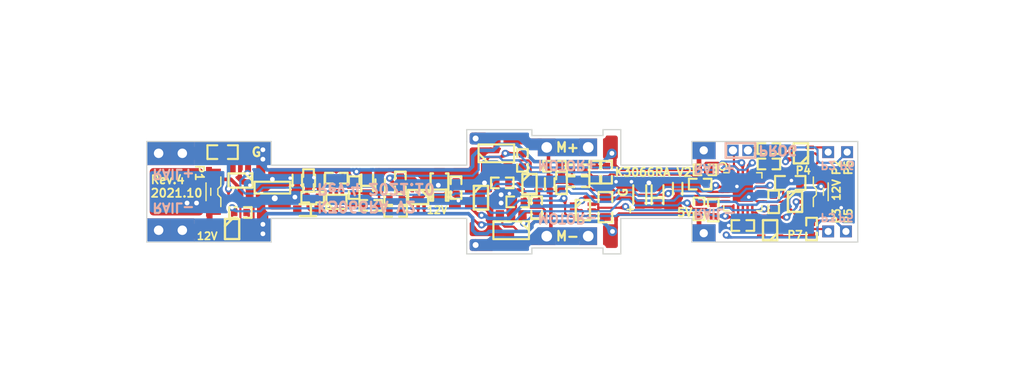
<source format=kicad_pcb>
(kicad_pcb (version 20171130) (host pcbnew "(5.1.9)-1")
  (layers (0 F.Cu signal) (31 B.Cu signal) (34 B.Paste user) (35 F.Paste user) (36 B.SilkS user) (37 F.SilkS user) (38 B.Mask user) (39 F.Mask user) (44 Edge.Cuts user))
  (net 0 "")
  (net 1 MOTOR+)
  (net 2 MOTOR-)
  (net 3 RAIL+)
  (net 4 RAIL-)
  (net 5 +12V)
  (net 6 GND)
  (net 7 +5V)
  (net 8 "Net-(D3-Pad1)")
  (net 9 "Net-(D11-Pad1)")
  (net 10 "Net-(D12-Pad1)")
  (net 11 "Net-(J12-Pad1)")
  (net 12 "Net-(J14-Pad1)")
  (net 13 "Net-(J16-Pad1)")
  (net 14 "Net-(J18-Pad1)")
  (net 15 UPDI)
  (net 16 REV)
  (net 17 "Net-(Q1-Pad3)")
  (net 18 "Net-(Q2-Pad3)")
  (net 19 FWD)
  (net 20 "Net-(Q3-Pad2)")
  (net 21 "Net-(Q3-Pad1)")
  (net 22 "Net-(Q6-Pad3)")
  (net 23 "Net-(Q11-Pad2)")
  (net 24 "Net-(Q13-Pad1)")
  (net 25 "Net-(Q13-Pad4)")
  (net 26 "Net-(Q14-Pad4)")
  (net 27 "Net-(Q14-Pad1)")
  (net 28 "Net-(Q21-Pad3)")
  (net 29 ABC+)
  (net 30 ABC-)
  (net 31 "Net-(R1-Pad2)")
  (net 32 PWM)
  (net 33 BEMF)
  (net 34 TXD)
  (net 35 Func1)
  (net 36 Func2)
  (net 37 Func3)
  (net 38 Func4)
  (net 39 Func7)
  (net 40 Func5)
  (net 41 Func6)
  (net 42 "Net-(Q3-Pad4)")
  (net 43 "Net-(Q6-Pad2)")
  (net 44 "Net-(Q6-Pad5)")
  (net 45 "Net-(Q21-Pad6)")
  (net 46 "Net-(Q21-Pad5)")
  (net 47 "Net-(Q21-Pad2)")
  (net 48 "Net-(Q22-Pad2)")
  (net 49 "Net-(Q22-Pad5)")
  (net 50 "Net-(J19-Pad1)")
  (net 51 "Net-(Q12-Pad1)")
  (net 52 VRAIL+)
  (net 53 VRAIL-)
  (net 54 "Net-(R10-Pad1)")
  (net 55 DIR_JP)
  (net 56 "Net-(R18-Pad1)")
  (net 57 "Net-(Q8-Pad5)")
  (module footprint:C_1005_v2 (layer F.Cu) (at 130.7 99.8 90)
    (fp_text reference C1 hide)
    (fp_text value 104 hide)
    (pad 2 smd rect (at 0.55 0 90) (size 0.55 0.5) (layers F.Cu F.Paste F.Mask) (net 6 GND))
    (pad 1 smd rect (at -0.55 0 90) (size 0.55 0.5) (layers F.Cu F.Paste F.Mask) (net 5 +12V))
  )
  (module footprint:C_1005_v2 (layer F.Cu) (at 132.6 99.8 90)
    (fp_text reference C12 hide)
    (fp_text value 105 hide)
    (pad 2 smd rect (at 0.55 0 90) (size 0.55 0.5) (layers F.Cu F.Paste F.Mask) (net 6 GND))
    (pad 1 smd rect (at -0.55 0 90) (size 0.55 0.5) (layers F.Cu F.Paste F.Mask) (net 53 VRAIL-))
  )
  (module footprint:C_1005_v2 (layer F.Cu) (at 137.7 100.2 90)
    (fp_text reference C11 hide)
    (fp_text value 105 hide)
    (pad 2 smd rect (at 0.55 0 90) (size 0.55 0.5) (layers F.Cu F.Paste F.Mask) (net 6 GND))
    (pad 1 smd rect (at -0.55 0 90) (size 0.55 0.5) (layers F.Cu F.Paste F.Mask) (net 52 VRAIL+))
  )
  (module footprint:C_1005_v2 (layer F.Cu) (at 162.8 100.5 90)
    (fp_text reference C5 hide)
    (fp_text value 104 hide)
    (pad 2 smd rect (at 0.55 0 90) (size 0.55 0.5) (layers F.Cu F.Paste F.Mask) (net 6 GND))
    (pad 1 smd rect (at -0.55 0 90) (size 0.55 0.5) (layers F.Cu F.Paste F.Mask) (net 7 +5V))
  )
  (module footprint:C_1005_v2 (layer F.Cu) (at 152 100.1 270)
    (fp_text reference C7 hide)
    (fp_text value 182 hide)
    (pad 2 smd rect (at 0.55 0 270) (size 0.55 0.5) (layers F.Cu F.Paste F.Mask) (net 2 MOTOR-))
    (pad 1 smd rect (at -0.55 0 270) (size 0.55 0.5) (layers F.Cu F.Paste F.Mask) (net 1 MOTOR+))
  )
  (module footprint:KATO_FRAMEPAD_3066_v2 (layer F.Cu) (at 120 104 180)
    (fp_text reference P3 hide)
    (fp_text value PAD hide)
    (pad 1 thru_hole rect (at -1 0 180) (size 2 2) (drill 0.8) (layers *.Cu *.Mask) (net 4 RAIL-))
    (pad 1 thru_hole rect (at 1 0 180) (size 2 2) (drill 0.8) (layers *.Cu *.Mask) (net 4 RAIL-))
    (pad 1 smd rect (at -5.25 0 180) (size 6.5 2) (layers B.Cu B.Paste B.Mask) (net 4 RAIL-))
  )
  (module footprint:R_1005 (layer F.Cu) (at 136.9 101.9)
    (fp_text reference R31 hide)
    (fp_text value 102 hide)
    (pad 2 smd rect (at 0.525 0) (size 0.55 0.6) (layers F.Cu F.Paste F.Mask) (net 52 VRAIL+))
    (pad 1 smd rect (at -0.525 0) (size 0.55 0.6) (layers F.Cu F.Paste F.Mask) (net 47 "Net-(Q21-Pad2)"))
  )
  (module footprint:SOT-666-nomark (layer F.Cu) (at 134 101.6 90)
    (fp_text reference Q21 hide)
    (fp_text value PMBT3906VS hide)
    (pad 1 smd rect (at -0.75 -0.5) (size 0.3 0.7) (layers F.Cu F.Paste F.Mask) (net 53 VRAIL-))
    (pad 2 smd rect (at -0.75 0) (size 0.3 0.7) (layers F.Cu F.Paste F.Mask) (net 47 "Net-(Q21-Pad2)"))
    (pad 3 smd rect (at -0.75 0.5) (size 0.3 0.7) (layers F.Cu F.Paste F.Mask) (net 28 "Net-(Q21-Pad3)"))
    (pad 4 smd rect (at 0.75 0.5) (size 0.3 0.7) (layers F.Cu F.Paste F.Mask) (net 52 VRAIL+))
    (pad 5 smd rect (at 0.75 0) (size 0.3 0.7) (layers F.Cu F.Paste F.Mask) (net 46 "Net-(Q21-Pad5)"))
    (pad 6 smd rect (at 0.75 -0.5) (size 0.3 0.7) (layers F.Cu F.Paste F.Mask) (net 45 "Net-(Q21-Pad6)"))
  )
  (module footprint:SOT-666-nomark (layer F.Cu) (at 140.9 101.2 270)
    (fp_text reference Q22 hide)
    (fp_text value SSM6N7002BFE hide)
    (pad 1 smd rect (at -0.75 -0.5 180) (size 0.3 0.7) (layers F.Cu F.Paste F.Mask) (net 6 GND))
    (pad 2 smd rect (at -0.75 0 180) (size 0.3 0.7) (layers F.Cu F.Paste F.Mask) (net 48 "Net-(Q22-Pad2)"))
    (pad 3 smd rect (at -0.75 0.5 180) (size 0.3 0.7) (layers F.Cu F.Paste F.Mask) (net 30 ABC-))
    (pad 4 smd rect (at 0.75 0.5 180) (size 0.3 0.7) (layers F.Cu F.Paste F.Mask) (net 6 GND))
    (pad 5 smd rect (at 0.75 0 180) (size 0.3 0.7) (layers F.Cu F.Paste F.Mask) (net 49 "Net-(Q22-Pad5)"))
    (pad 6 smd rect (at 0.75 -0.5 180) (size 0.3 0.7) (layers F.Cu F.Paste F.Mask) (net 29 ABC+))
  )
  (module footprint:R_1005 (layer F.Cu) (at 155.8 99.1 270)
    (fp_text reference R16 hide)
    (fp_text value 103 hide)
    (pad 1 smd rect (at -0.525 0 270) (size 0.55 0.6) (layers F.Cu F.Paste F.Mask) (net 54 "Net-(R10-Pad1)"))
    (pad 2 smd rect (at 0.525 0 270) (size 0.55 0.6) (layers F.Cu F.Paste F.Mask) (net 6 GND))
  )
  (module footprint:SOT-143 (layer F.Cu) (at 128.6 100.4 180)
    (fp_text reference D1 hide)
    (fp_text value BAS3007 hide)
    (pad 4 smd rect (at -1 -1 180) (size 0.8 0.9) (layers F.Cu F.Paste F.Mask) (net 5 +12V))
    (pad 3 smd rect (at 1 -1 180) (size 0.8 0.9) (layers F.Cu F.Paste F.Mask) (net 4 RAIL-))
    (pad 2 smd rect (at 1 1 180) (size 0.8 0.9) (layers F.Cu F.Paste F.Mask) (net 3 RAIL+))
    (pad 1 smd rect (at -0.8 1 180) (size 1.2 0.9) (layers F.Cu F.Paste F.Mask) (net 6 GND))
  )
  (module footprint:SOT-666-nomark (layer F.Cu) (at 150.3 100.1)
    (fp_text reference Q3 hide)
    (fp_text value PMBT3904VS hide)
    (pad 6 smd rect (at 0.75 -0.5 270) (size 0.3 0.7) (layers F.Cu F.Paste F.Mask) (net 17 "Net-(Q1-Pad3)"))
    (pad 5 smd rect (at 0.75 0 270) (size 0.3 0.7) (layers F.Cu F.Paste F.Mask) (net 20 "Net-(Q3-Pad2)"))
    (pad 4 smd rect (at 0.75 0.5 270) (size 0.3 0.7) (layers F.Cu F.Paste F.Mask) (net 42 "Net-(Q3-Pad4)"))
    (pad 3 smd rect (at -0.75 0.5 270) (size 0.3 0.7) (layers F.Cu F.Paste F.Mask) (net 18 "Net-(Q2-Pad3)"))
    (pad 2 smd rect (at -0.75 0 270) (size 0.3 0.7) (layers F.Cu F.Paste F.Mask) (net 20 "Net-(Q3-Pad2)"))
    (pad 1 smd rect (at -0.75 -0.5 270) (size 0.3 0.7) (layers F.Cu F.Paste F.Mask) (net 21 "Net-(Q3-Pad1)"))
  )
  (module footprint:SC-70_v2 (layer F.Cu) (at 146.2 101.25 270)
    (fp_text reference Q5 hide)
    (fp_text value 2SC4116 hide)
    (pad 3 smd rect (at 0 -0.95 270) (size 0.5 0.8) (layers F.Cu F.Paste F.Mask) (net 5 +12V))
    (pad 2 smd rect (at 0.65 0.95 270) (size 0.5 0.8) (layers F.Cu F.Paste F.Mask) (net 7 +5V))
    (pad 1 smd rect (at -0.65 0.95 270) (size 0.5 0.8) (layers F.Cu F.Paste F.Mask) (net 8 "Net-(D3-Pad1)"))
  )
  (module footprint:R_1608_v2 (layer F.Cu) (at 124.4 97.4)
    (fp_text reference R21 hide)
    (fp_text value 151 hide)
    (pad 2 smd rect (at 0.825 0) (size 0.65 0.9) (layers F.Cu F.Paste F.Mask) (net 6 GND))
    (pad 1 smd rect (at -0.825 0) (size 0.65 0.9) (layers F.Cu F.Paste F.Mask) (net 23 "Net-(Q11-Pad2)"))
  )
  (module footprint:C_1608 (layer F.Cu) (at 159.6 101 90)
    (fp_text reference C3 hide)
    (fp_text value 226 hide)
    (pad 1 smd rect (at -0.775 0 90) (size 0.8 0.8) (layers F.Cu F.Paste F.Mask) (net 7 +5V))
    (pad 2 smd rect (at 0.775 0 90) (size 0.8 0.8) (layers F.Cu F.Paste F.Mask) (net 6 GND))
  )
  (module footprint:UMD2 (layer F.Cu) (at 142.7 100.2 270)
    (fp_text reference D3 hide)
    (fp_text value UDZV5.6B hide)
    (pad 2 smd rect (at -1.05 0 270) (size 0.8 0.9) (layers F.Cu F.Paste F.Mask) (net 6 GND))
    (pad 1 smd rect (at 1.05 0 270) (size 0.8 0.9) (layers F.Cu F.Paste F.Mask) (net 8 "Net-(D3-Pad1)"))
  )
  (module footprint:EMD2 (layer F.Cu) (at 131.6 102.3)
    (fp_text reference D22 hide)
    (fp_text value BAT43XV2 hide)
    (pad 1 smd rect (at 0.9 0) (size 0.7 0.8) (layers F.Cu F.Paste F.Mask) (net 53 VRAIL-))
    (pad 2 smd rect (at -0.9 0) (size 0.7 0.8) (layers F.Cu F.Paste F.Mask) (net 4 RAIL-))
  )
  (module footprint:PAD_1.0x1.8_SMD (layer F.Cu) (at 177.2 100.6)
    (fp_text reference J11 hide)
    (fp_text value PAD hide)
    (pad 1 smd rect (at 0 0) (size 1 1.8) (layers F.Cu F.Mask) (net 5 +12V))
  )
  (module footprint:KATO_MOTORPAD_3066 (layer F.Cu) (at 153.5 97)
    (fp_text reference P5 hide)
    (fp_text value PAD hide)
    (pad 1 thru_hole rect (at -1.75 0) (size 1.5 1.5) (drill 0.9) (layers *.Cu *.Mask) (net 1 MOTOR+))
    (pad 1 thru_hole rect (at 1.75 0) (size 1.5 1.5) (drill 0.9) (layers *.Cu *.Mask) (net 1 MOTOR+))
    (pad 1 smd rect (at 0 0) (size 2 1.5) (layers B.Cu B.Paste B.Mask) (net 1 MOTOR+))
  )
  (module footprint:KATO_MOTORPAD_3066 (layer F.Cu) (at 153.5 104.5)
    (fp_text reference P6 hide)
    (fp_text value PAD hide)
    (pad 1 smd rect (at 0 0) (size 2 1.5) (layers B.Cu B.Paste B.Mask) (net 2 MOTOR-))
    (pad 1 thru_hole rect (at 1.75 0) (size 1.5 1.5) (drill 0.9) (layers *.Cu *.Mask) (net 2 MOTOR-))
    (pad 1 thru_hole rect (at -1.75 0) (size 1.5 1.5) (drill 0.9) (layers *.Cu *.Mask) (net 2 MOTOR-))
  )
  (module footprint:PAD_PROG_2PIN_HOLE0.7 (layer F.Cu) (at 168.1 97.25)
    (fp_text reference P9 hide)
    (fp_text value PROG hide)
    (pad 1 thru_hole rect (at -0.635 0) (size 0.95 0.95) (drill 0.7) (layers *.Cu *.Mask) (net 15 UPDI))
    (pad 2 thru_hole rect (at 0.635 0) (size 0.95 0.95) (drill 0.7) (layers *.Cu *.Mask) (net 6 GND))
  )
  (module footprint:SOT-23-6 (layer F.Cu) (at 147.5 97.5)
    (fp_text reference Q1 hide)
    (fp_text value DMG6601LVT hide)
    (pad 1 smd rect (at -0.95 1.2) (size 0.7 1) (layers F.Cu F.Paste F.Mask) (net 16 REV))
    (pad 2 smd rect (at 0 1.2) (size 0.7 1) (layers F.Cu F.Paste F.Mask) (net 5 +12V))
    (pad 3 smd rect (at 0.95 1.2) (size 0.7 1) (layers F.Cu F.Paste F.Mask) (net 17 "Net-(Q1-Pad3)"))
    (pad 4 smd rect (at 0.95 -1.2) (size 0.7 1) (layers F.Cu F.Paste F.Mask) (net 1 MOTOR+))
    (pad 5 smd rect (at 0 -1.2) (size 0.7 1) (layers F.Cu F.Paste F.Mask) (net 6 GND))
    (pad 6 smd rect (at -0.95 -1.2) (size 0.7 1) (layers F.Cu F.Paste F.Mask) (net 1 MOTOR+))
  )
  (module footprint:SOT-23-6 (layer F.Cu) (at 148.75 104 180)
    (fp_text reference Q2 hide)
    (fp_text value DMG6601LVT hide)
    (pad 6 smd rect (at -0.95 -1.2 180) (size 0.7 1) (layers F.Cu F.Paste F.Mask) (net 2 MOTOR-))
    (pad 5 smd rect (at 0 -1.2 180) (size 0.7 1) (layers F.Cu F.Paste F.Mask) (net 6 GND))
    (pad 4 smd rect (at 0.95 -1.2 180) (size 0.7 1) (layers F.Cu F.Paste F.Mask) (net 2 MOTOR-))
    (pad 3 smd rect (at 0.95 1.2 180) (size 0.7 1) (layers F.Cu F.Paste F.Mask) (net 18 "Net-(Q2-Pad3)"))
    (pad 2 smd rect (at 0 1.2 180) (size 0.7 1) (layers F.Cu F.Paste F.Mask) (net 5 +12V))
    (pad 1 smd rect (at -0.95 1.2 180) (size 0.7 1) (layers F.Cu F.Paste F.Mask) (net 19 FWD))
  )
  (module footprint:SC-70_v2 (layer F.Cu) (at 125.9 99.8 180)
    (fp_text reference Q11 hide)
    (fp_text value SSM3K7002BFU hide)
    (pad 1 smd rect (at -0.65 0.95 180) (size 0.5 0.8) (layers F.Cu F.Paste F.Mask) (net 35 Func1))
    (pad 2 smd rect (at 0.65 0.95 180) (size 0.5 0.8) (layers F.Cu F.Paste F.Mask) (net 23 "Net-(Q11-Pad2)"))
    (pad 3 smd rect (at 0 -0.95 180) (size 0.5 0.8) (layers F.Cu F.Paste F.Mask) (net 9 "Net-(D11-Pad1)"))
  )
  (module footprint:VQFN-20-1EP_3x3mm_P0.4mm_EP1.7x1.7mm (layer F.Cu) (at 168.3 100.75)
    (fp_text reference U2 hide)
    (fp_text value ATtiny1606-M hide)
    (pad 1 smd custom (at -1.45 -0.8) (size 0.143431 0.143431) (layers F.Cu F.Paste F.Mask) (net 31 "Net-(R1-Pad2)") (options (clearance outline) (anchor circle)) (primitives (gr_poly (pts (xy -0.35 -0.05) (xy 0.299289 -0.05) (xy 0.35 0.000711) (xy 0.35 0.05) (xy -0.35 0.05)) (width 0.1))))
    (pad 2 smd roundrect (at -1.45 -0.4) (size 0.8 0.2) (layers F.Cu F.Paste F.Mask) (net 35 Func1))
    (pad 3 smd roundrect (at -1.45 0) (size 0.8 0.2) (layers F.Cu F.Paste F.Mask) (net 6 GND))
    (pad 4 smd roundrect (at -1.45 0.4) (size 0.8 0.2) (layers F.Cu F.Paste F.Mask) (net 7 +5V))
    (pad 5 smd custom (at -1.45 0.8) (size 0.143431 0.143431) (layers F.Cu F.Paste F.Mask) (net 56 "Net-(R18-Pad1)") (options (clearance outline) (anchor circle)) (primitives (gr_poly (pts (xy -0.35 -0.05) (xy 0.35 -0.05) (xy 0.35 -0.000711) (xy 0.299289 0.05) (xy -0.35 0.05)) (width 0.1))))
    (pad 6 smd custom (at -0.8 1.45) (size 0.143431 0.143431) (layers F.Cu F.Paste F.Mask) (net 29 ABC+) (options (clearance outline) (anchor circle)) (primitives (gr_poly (pts (xy -0.05 -0.299289) (xy 0.000711 -0.35) (xy 0.05 -0.35) (xy 0.05 0.35) (xy -0.05 0.35)) (width 0.1))))
    (pad 7 smd roundrect (at -0.4 1.45) (size 0.2 0.8) (layers F.Cu F.Paste F.Mask) (net 19 FWD))
    (pad 8 smd roundrect (at 0 1.45) (size 0.2 0.8) (layers F.Cu F.Paste F.Mask) (net 37 Func3))
    (pad 9 smd roundrect (at 0.4 1.45) (size 0.2 0.8) (layers F.Cu F.Paste F.Mask) (net 40 Func5))
    (pad 10 smd custom (at 0.8 1.45) (size 0.143431 0.143431) (layers F.Cu F.Paste F.Mask) (net 39 Func7) (options (clearance outline) (anchor circle)) (primitives (gr_poly (pts (xy -0.05 -0.35) (xy -0.000711 -0.35) (xy 0.05 -0.299289) (xy 0.05 0.35) (xy -0.05 0.35)) (width 0.1))))
    (pad 11 smd custom (at 1.45 0.8) (size 0.143431 0.143431) (layers F.Cu F.Paste F.Mask) (net 38 Func4) (options (clearance outline) (anchor circle)) (primitives (gr_poly (pts (xy -0.35 -0.05) (xy 0.35 -0.05) (xy 0.35 0.05) (xy -0.299289 0.05) (xy -0.35 -0.000711)) (width 0.1))))
    (pad 12 smd roundrect (at 1.45 0.4) (size 0.8 0.2) (layers F.Cu F.Paste F.Mask) (net 34 TXD))
    (pad 13 smd roundrect (at 1.45 0) (size 0.8 0.2) (layers F.Cu F.Paste F.Mask) (net 55 DIR_JP))
    (pad 14 smd roundrect (at 1.45 -0.4) (size 0.8 0.2) (layers F.Cu F.Paste F.Mask) (net 32 PWM))
    (pad 15 smd custom (at 1.45 -0.8) (size 0.143431 0.143431) (layers F.Cu F.Paste F.Mask) (net 41 Func6) (options (clearance outline) (anchor circle)) (primitives (gr_poly (pts (xy -0.35 0.000711) (xy -0.299289 -0.05) (xy 0.35 -0.05) (xy 0.35 0.05) (xy -0.35 0.05)) (width 0.1))))
    (pad 16 smd custom (at 0.8 -1.45) (size 0.143431 0.143431) (layers F.Cu F.Paste F.Mask) (net 36 Func2) (options (clearance outline) (anchor circle)) (primitives (gr_poly (pts (xy -0.05 -0.35) (xy 0.05 -0.35) (xy 0.05 0.299289) (xy -0.000711 0.35) (xy -0.05 0.35)) (width 0.1))))
    (pad 17 smd roundrect (at 0.4 -1.45) (size 0.2 0.8) (layers F.Cu F.Paste F.Mask) (net 30 ABC-))
    (pad 18 smd roundrect (at 0 -1.45) (size 0.2 0.8) (layers F.Cu F.Paste F.Mask) (net 16 REV))
    (pad 19 smd roundrect (at -0.4 -1.45) (size 0.2 0.8) (layers F.Cu F.Paste F.Mask) (net 15 UPDI))
    (pad 20 smd custom (at -0.8 -1.45) (size 0.143431 0.143431) (layers F.Cu F.Paste F.Mask) (net 33 BEMF) (options (clearance outline) (anchor circle)) (primitives (gr_poly (pts (xy -0.05 -0.35) (xy 0.05 -0.35) (xy 0.05 0.35) (xy 0.000711 0.35) (xy -0.05 0.299289)) (width 0.1))))
    (pad 21 smd rect (at 0 0) (size 1.7 1.7) (layers F.Cu F.Mask) (net 6 GND))
  )
  (module footprint:SOT-666-nomark (layer F.Cu) (at 154.8 102.3)
    (fp_text reference Q6 hide)
    (fp_text value PMBT3906VS hide)
    (pad 6 smd rect (at 0.75 -0.5 270) (size 0.3 0.7) (layers F.Cu F.Paste F.Mask) (net 44 "Net-(Q6-Pad5)"))
    (pad 5 smd rect (at 0.75 0 270) (size 0.3 0.7) (layers F.Cu F.Paste F.Mask) (net 44 "Net-(Q6-Pad5)"))
    (pad 4 smd rect (at 0.75 0.5 270) (size 0.3 0.7) (layers F.Cu F.Paste F.Mask) (net 43 "Net-(Q6-Pad2)"))
    (pad 3 smd rect (at -0.75 0.5 270) (size 0.3 0.7) (layers F.Cu F.Paste F.Mask) (net 22 "Net-(Q6-Pad3)"))
    (pad 2 smd rect (at -0.75 0 270) (size 0.3 0.7) (layers F.Cu F.Paste F.Mask) (net 43 "Net-(Q6-Pad2)"))
    (pad 1 smd rect (at -0.75 -0.5 270) (size 0.3 0.7) (layers F.Cu F.Paste F.Mask) (net 7 +5V))
  )
  (module footprint:SOT-666-nomark (layer F.Cu) (at 125.2 103.9)
    (fp_text reference Q8 hide)
    (fp_text value PMBT3904VS hide)
    (pad 1 smd rect (at -0.75 -0.5 270) (size 0.3 0.7) (layers F.Cu F.Paste F.Mask) (net 22 "Net-(Q6-Pad3)"))
    (pad 2 smd rect (at -0.75 0 270) (size 0.3 0.7) (layers F.Cu F.Paste F.Mask) (net 22 "Net-(Q6-Pad3)"))
    (pad 3 smd rect (at -0.75 0.5 270) (size 0.3 0.7) (layers F.Cu F.Paste F.Mask) (net 4 RAIL-))
    (pad 4 smd rect (at 0.75 0.5 270) (size 0.3 0.7) (layers F.Cu F.Paste F.Mask) (net 6 GND))
    (pad 5 smd rect (at 0.75 0 270) (size 0.3 0.7) (layers F.Cu F.Paste F.Mask) (net 57 "Net-(Q8-Pad5)"))
    (pad 6 smd rect (at 0.75 -0.5 270) (size 0.3 0.7) (layers F.Cu F.Paste F.Mask) (net 3 RAIL+))
  )
  (module footprint:R_1608_v2 (layer F.Cu) (at 156.7 102.05 90)
    (fp_text reference R14 hide)
    (fp_text value 220 hide)
    (pad 1 smd rect (at -0.825 0 90) (size 0.65 0.9) (layers F.Cu F.Paste F.Mask) (net 43 "Net-(Q6-Pad2)"))
    (pad 2 smd rect (at 0.825 0 90) (size 0.65 0.9) (layers F.Cu F.Paste F.Mask) (net 7 +5V))
  )
  (module footprint:R_1608_v2 (layer F.Cu) (at 172.3 100)
    (fp_text reference R22 hide)
    (fp_text value 151 hide)
    (pad 2 smd rect (at 0.825 0) (size 0.65 0.9) (layers F.Cu F.Paste F.Mask) (net 6 GND))
    (pad 1 smd rect (at -0.825 0) (size 0.65 0.9) (layers F.Cu F.Paste F.Mask) (net 51 "Net-(Q12-Pad1)"))
  )
  (module footprint:R_1005 (layer F.Cu) (at 135.5 100.4 90)
    (fp_text reference R32 hide)
    (fp_text value 103 hide)
    (pad 1 smd rect (at -0.525 0 90) (size 0.55 0.6) (layers F.Cu F.Paste F.Mask) (net 52 VRAIL+))
    (pad 2 smd rect (at 0.525 0 90) (size 0.55 0.6) (layers F.Cu F.Paste F.Mask) (net 6 GND))
  )
  (module footprint:R_1005 (layer F.Cu) (at 134 99.6)
    (fp_text reference R33 hide)
    (fp_text value 472 hide)
    (pad 2 smd rect (at 0.525 0) (size 0.55 0.6) (layers F.Cu F.Paste F.Mask) (net 6 GND))
    (pad 1 smd rect (at -0.525 0) (size 0.55 0.6) (layers F.Cu F.Paste F.Mask) (net 45 "Net-(Q21-Pad6)"))
  )
  (module footprint:R_1005 (layer F.Cu) (at 139.4 100 270)
    (fp_text reference R34 hide)
    (fp_text value 103 hide)
    (pad 1 smd rect (at -0.525 0 270) (size 0.55 0.6) (layers F.Cu F.Paste F.Mask) (net 48 "Net-(Q22-Pad2)"))
    (pad 2 smd rect (at 0.525 0 270) (size 0.55 0.6) (layers F.Cu F.Paste F.Mask) (net 45 "Net-(Q21-Pad6)"))
  )
  (module footprint:R_1005 (layer F.Cu) (at 132 101.2 180)
    (fp_text reference R35 hide)
    (fp_text value 102 hide)
    (pad 1 smd rect (at -0.525 0 180) (size 0.55 0.6) (layers F.Cu F.Paste F.Mask) (net 46 "Net-(Q21-Pad5)"))
    (pad 2 smd rect (at 0.525 0 180) (size 0.55 0.6) (layers F.Cu F.Paste F.Mask) (net 53 VRAIL-))
  )
  (module footprint:R_1005 (layer F.Cu) (at 131.65 99.8 90)
    (fp_text reference R36 hide)
    (fp_text value 103 hide)
    (pad 1 smd rect (at -0.525 0 90) (size 0.55 0.6) (layers F.Cu F.Paste F.Mask) (net 53 VRAIL-))
    (pad 2 smd rect (at 0.525 0 90) (size 0.55 0.6) (layers F.Cu F.Paste F.Mask) (net 6 GND))
  )
  (module footprint:R_1005 (layer F.Cu) (at 139 101.4)
    (fp_text reference R37 hide)
    (fp_text value 472 hide)
    (pad 2 smd rect (at 0.525 0) (size 0.55 0.6) (layers F.Cu F.Paste F.Mask) (net 6 GND))
    (pad 1 smd rect (at -0.525 0) (size 0.55 0.6) (layers F.Cu F.Paste F.Mask) (net 28 "Net-(Q21-Pad3)"))
  )
  (module footprint:R_1005 (layer F.Cu) (at 139 102.4 180)
    (fp_text reference R38 hide)
    (fp_text value 103 hide)
    (pad 2 smd rect (at 0.525 0 180) (size 0.55 0.6) (layers F.Cu F.Paste F.Mask) (net 28 "Net-(Q21-Pad3)"))
    (pad 1 smd rect (at -0.525 0 180) (size 0.55 0.6) (layers F.Cu F.Paste F.Mask) (net 49 "Net-(Q22-Pad5)"))
  )
  (module footprint:R_1005 (layer F.Cu) (at 170.9 101.6 90)
    (fp_text reference R13 hide)
    (fp_text value 103 hide)
    (pad 1 smd rect (at -0.525 0 90) (size 0.55 0.6) (layers F.Cu F.Paste F.Mask) (net 44 "Net-(Q6-Pad5)"))
    (pad 2 smd rect (at 0.525 0 90) (size 0.55 0.6) (layers F.Cu F.Paste F.Mask) (net 34 TXD))
  )
  (module footprint:R_1005 (layer F.Cu) (at 154.4 99.9 180)
    (fp_text reference R7 hide)
    (fp_text value 102 hide)
    (pad 2 smd rect (at 0.525 0 180) (size 0.55 0.6) (layers F.Cu F.Paste F.Mask) (net 20 "Net-(Q3-Pad2)"))
    (pad 1 smd rect (at -0.525 0 180) (size 0.55 0.6) (layers F.Cu F.Paste F.Mask) (net 32 PWM))
  )
  (module footprint:R_1005 (layer F.Cu) (at 154.4 98.9)
    (fp_text reference R8 hide)
    (fp_text value 102 hide)
    (pad 1 smd rect (at -0.525 0) (size 0.55 0.6) (layers F.Cu F.Paste F.Mask) (net 20 "Net-(Q3-Pad2)"))
    (pad 2 smd rect (at 0.525 0) (size 0.55 0.6) (layers F.Cu F.Paste F.Mask) (net 6 GND))
  )
  (module footprint:R_1005 (layer F.Cu) (at 156.8 99.1 90)
    (fp_text reference R11 hide)
    (fp_text value 102 hide)
    (pad 1 smd rect (at -0.525 0 90) (size 0.55 0.6) (layers F.Cu F.Paste F.Mask) (net 33 BEMF))
    (pad 2 smd rect (at 0.525 0 90) (size 0.55 0.6) (layers F.Cu F.Paste F.Mask) (net 54 "Net-(R10-Pad1)"))
  )
  (module footprint:KATO_FRAMEPAD_3066_2 (layer F.Cu) (at 165 97.25)
    (fp_text reference P2 hide)
    (fp_text value PAD)
    (pad 1 thru_hole rect (at 0 0) (size 2 1.5) (drill 0.7) (layers *.Cu *.Mask) (net 3 RAIL+))
  )
  (module footprint:KATO_FRAMEPAD_3066_2 (layer F.Cu) (at 165 104.25)
    (fp_text reference P4 hide)
    (fp_text value PAD)
    (pad 1 thru_hole rect (at 0 0) (size 2 1.5) (drill 0.7) (layers *.Cu *.Mask) (net 4 RAIL-))
  )
  (module footprint:R_1005 (layer F.Cu) (at 125.9 102.5)
    (fp_text reference R15 hide)
    (fp_text value 682 hide)
    (pad 1 smd rect (at -0.525 0) (size 0.55 0.6) (layers F.Cu F.Paste F.Mask) (net 22 "Net-(Q6-Pad3)"))
    (pad 2 smd rect (at 0.525 0) (size 0.55 0.6) (layers F.Cu F.Paste F.Mask) (net 57 "Net-(Q8-Pad5)"))
  )
  (module footprint:R_1005 (layer F.Cu) (at 144.1 100.4 90)
    (fp_text reference R12 hide)
    (fp_text value 472 hide)
    (pad 1 smd rect (at -0.525 0 90) (size 0.55 0.6) (layers F.Cu F.Paste F.Mask) (net 5 +12V))
    (pad 2 smd rect (at 0.525 0 90) (size 0.55 0.6) (layers F.Cu F.Paste F.Mask) (net 8 "Net-(D3-Pad1)"))
  )
  (module footprint:R_1005 (layer F.Cu) (at 165.1 98.9)
    (fp_text reference R1 hide)
    (fp_text value 104 hide)
    (pad 1 smd rect (at -0.525 0) (size 0.55 0.6) (layers F.Cu F.Paste F.Mask) (net 3 RAIL+))
    (pad 2 smd rect (at 0.525 0) (size 0.55 0.6) (layers F.Cu F.Paste F.Mask) (net 31 "Net-(R1-Pad2)"))
  )
  (module footprint:R_1005 (layer F.Cu) (at 164.6 102.2 90)
    (fp_text reference R2 hide)
    (fp_text value 104 hide)
    (pad 2 smd rect (at 0.525 0 90) (size 0.55 0.6) (layers F.Cu F.Paste F.Mask) (net 56 "Net-(R18-Pad1)"))
    (pad 1 smd rect (at -0.525 0 90) (size 0.55 0.6) (layers F.Cu F.Paste F.Mask) (net 4 RAIL-))
  )
  (module footprint:SOT-666-nomark (layer F.Cu) (at 170.6 104 180)
    (fp_text reference Q13 hide)
    (fp_text value SSM6N7002BFE hide)
    (pad 6 smd rect (at 0.75 -0.5 90) (size 0.3 0.7) (layers F.Cu F.Paste F.Mask) (net 11 "Net-(J12-Pad1)"))
    (pad 5 smd rect (at 0.75 0 90) (size 0.3 0.7) (layers F.Cu F.Paste F.Mask) (net 37 Func3))
    (pad 4 smd rect (at 0.75 0.5 90) (size 0.3 0.7) (layers F.Cu F.Paste F.Mask) (net 25 "Net-(Q13-Pad4)"))
    (pad 3 smd rect (at -0.75 0.5 90) (size 0.3 0.7) (layers F.Cu F.Paste F.Mask) (net 12 "Net-(J14-Pad1)"))
    (pad 2 smd rect (at -0.75 0 90) (size 0.3 0.7) (layers F.Cu F.Paste F.Mask) (net 40 Func5))
    (pad 1 smd rect (at -0.75 -0.5 90) (size 0.3 0.7) (layers F.Cu F.Paste F.Mask) (net 24 "Net-(Q13-Pad1)"))
  )
  (module footprint:SOT-666-nomark (layer F.Cu) (at 173.2 97.5 180)
    (fp_text reference Q14 hide)
    (fp_text value SSM6N7002BFE hide)
    (pad 1 smd rect (at -0.75 -0.5 90) (size 0.3 0.7) (layers F.Cu F.Paste F.Mask) (net 27 "Net-(Q14-Pad1)"))
    (pad 2 smd rect (at -0.75 0 90) (size 0.3 0.7) (layers F.Cu F.Paste F.Mask) (net 41 Func6))
    (pad 3 smd rect (at -0.75 0.5 90) (size 0.3 0.7) (layers F.Cu F.Paste F.Mask) (net 14 "Net-(J18-Pad1)"))
    (pad 4 smd rect (at 0.75 0.5 90) (size 0.3 0.7) (layers F.Cu F.Paste F.Mask) (net 26 "Net-(Q14-Pad4)"))
    (pad 5 smd rect (at 0.75 0 90) (size 0.3 0.7) (layers F.Cu F.Paste F.Mask) (net 36 Func2))
    (pad 6 smd rect (at 0.75 -0.5 90) (size 0.3 0.7) (layers F.Cu F.Paste F.Mask) (net 13 "Net-(J16-Pad1)"))
  )
  (module footprint:R_1005 (layer F.Cu) (at 174.1 103.9 90)
    (fp_text reference R23 hide)
    (fp_text value 472 hide)
    (pad 2 smd rect (at 0.525 0 90) (size 0.55 0.6) (layers F.Cu F.Paste F.Mask) (net 6 GND))
    (pad 1 smd rect (at -0.525 0 90) (size 0.55 0.6) (layers F.Cu F.Paste F.Mask) (net 24 "Net-(Q13-Pad1)"))
  )
  (module footprint:R_1005 (layer F.Cu) (at 168.3 103.6 180)
    (fp_text reference R24 hide)
    (fp_text value 472 hide)
    (pad 1 smd rect (at -0.525 0 180) (size 0.55 0.6) (layers F.Cu F.Paste F.Mask) (net 25 "Net-(Q13-Pad4)"))
    (pad 2 smd rect (at 0.525 0 180) (size 0.55 0.6) (layers F.Cu F.Paste F.Mask) (net 6 GND))
  )
  (module footprint:R_1005 (layer F.Cu) (at 170.5 98.4 180)
    (fp_text reference R25 hide)
    (fp_text value 472 hide)
    (pad 2 smd rect (at 0.525 0 180) (size 0.55 0.6) (layers F.Cu F.Paste F.Mask) (net 6 GND))
    (pad 1 smd rect (at -0.525 0 180) (size 0.55 0.6) (layers F.Cu F.Paste F.Mask) (net 27 "Net-(Q14-Pad1)"))
  )
  (module footprint:R_1005 (layer F.Cu) (at 170.5 97.1 180)
    (fp_text reference R26 hide)
    (fp_text value 472 hide)
    (pad 1 smd rect (at -0.525 0 180) (size 0.55 0.6) (layers F.Cu F.Paste F.Mask) (net 26 "Net-(Q14-Pad4)"))
    (pad 2 smd rect (at 0.525 0 180) (size 0.55 0.6) (layers F.Cu F.Paste F.Mask) (net 6 GND))
  )
  (module footprint:PAD_1.0x1.0_Hole0.6 (layer F.Cu) (at 177 104.1 90)
    (fp_text reference J12 hide)
    (fp_text value PAD hide)
    (pad 1 thru_hole rect (at 0 0 90) (size 1 1) (drill 0.6) (layers *.Cu *.Mask) (net 11 "Net-(J12-Pad1)"))
  )
  (module footprint:PAD_1.0x1.0_Hole0.6 (layer F.Cu) (at 175.5 104.1 90)
    (fp_text reference J14 hide)
    (fp_text value PAD hide)
    (pad 1 thru_hole rect (at 0 0 90) (size 1 1) (drill 0.6) (layers *.Cu *.Mask) (net 12 "Net-(J14-Pad1)"))
  )
  (module footprint:PAD_1.0x1.0_Hole0.6 (layer F.Cu) (at 177.1 97.4 270)
    (fp_text reference J16 hide)
    (fp_text value PAD hide)
    (pad 1 thru_hole rect (at 0 0 270) (size 1 1) (drill 0.6) (layers *.Cu *.Mask) (net 13 "Net-(J16-Pad1)"))
  )
  (module footprint:PAD_1.0x1.0_Hole0.6 (layer F.Cu) (at 175.5 97.4)
    (fp_text reference J18 hide)
    (fp_text value PAD hide)
    (pad 1 thru_hole rect (at 0 0) (size 1 1) (drill 0.6) (layers *.Cu *.Mask) (net 14 "Net-(J18-Pad1)"))
  )
  (module footprint:SOT-666-nomark (layer F.Cu) (at 172.7 101.6)
    (fp_text reference Q12 hide)
    (fp_text value SSM6N7002BFE hide)
    (pad 1 smd rect (at -0.75 -0.5 270) (size 0.3 0.7) (layers F.Cu F.Paste F.Mask) (net 51 "Net-(Q12-Pad1)"))
    (pad 2 smd rect (at -0.75 0 270) (size 0.3 0.7) (layers F.Cu F.Paste F.Mask) (net 38 Func4))
    (pad 3 smd rect (at -0.75 0.5 270) (size 0.3 0.7) (layers F.Cu F.Paste F.Mask) (net 50 "Net-(J19-Pad1)"))
    (pad 4 smd rect (at 0.75 0.5 270) (size 0.3 0.7) (layers F.Cu F.Paste F.Mask) (net 6 GND))
    (pad 5 smd rect (at 0.75 0 270) (size 0.3 0.7) (layers F.Cu F.Paste F.Mask) (net 39 Func7))
    (pad 6 smd rect (at 0.75 -0.5 270) (size 0.3 0.7) (layers F.Cu F.Paste F.Mask) (net 10 "Net-(D12-Pad1)"))
  )
  (module footprint:PAD_0.6x1.0_SMD (layer F.Cu) (at 172.9 103.3)
    (fp_text reference J19 hide)
    (fp_text value PAD hide)
    (pad 1 smd rect (at 0 0) (size 0.6 1) (layers F.Cu F.Paste F.Mask) (net 50 "Net-(J19-Pad1)"))
  )
  (module footprint:CP_1608 (layer F.Cu) (at 161.1 101 90)
    (fp_text reference C4 hide)
    (fp_text value 476 hide)
    (pad 1 smd rect (at -0.775 0 90) (size 0.8 0.7) (layers F.Cu F.Paste F.Mask) (net 7 +5V))
    (pad 2 smd rect (at 0.775 0 90) (size 0.8 0.7) (layers F.Cu F.Paste F.Mask) (net 6 GND))
  )
  (module footprint:KATO_FRAMEPAD_3066_v2 (layer F.Cu) (at 120 97.5 180)
    (fp_text reference P1 hide)
    (fp_text value PAD hide)
    (pad 1 smd rect (at -5.25 0 180) (size 6.5 2) (layers B.Cu B.Paste B.Mask) (net 3 RAIL+))
    (pad 1 thru_hole rect (at 1 0 180) (size 2 2) (drill 0.8) (layers *.Cu *.Mask) (net 3 RAIL+))
    (pad 1 thru_hole rect (at -1 0 180) (size 2 2) (drill 0.8) (layers *.Cu *.Mask) (net 3 RAIL+))
  )
  (module footprint:EMD2_small (layer F.Cu) (at 136.6 100 270)
    (fp_text reference D21 hide)
    (fp_text value BAT43XV2 hide)
    (pad 2 smd rect (at -0.85 0 270) (size 0.6 0.8) (layers F.Cu F.Paste F.Mask) (net 3 RAIL+))
    (pad 1 smd rect (at 0.85 0 270) (size 0.6 0.8) (layers F.Cu F.Paste F.Mask) (net 52 VRAIL+))
  )
  (module footprint:PAD_0.6x1.0_SMD (layer F.Cu) (at 162.3 101.9 90)
    (fp_text reference P10 hide)
    (fp_text value PAD hide)
    (pad 1 smd rect (at 0 0 90) (size 0.6 1) (layers F.Cu F.Paste F.Mask) (net 7 +5V))
  )
  (module footprint:PAD_0.6x1.0_SMD (layer F.Cu) (at 126.5 97.3 180)
    (fp_text reference P8 hide)
    (fp_text value PAD hide)
    (pad 1 smd rect (at 0 0 180) (size 0.6 1) (layers F.Cu F.Paste F.Mask) (net 6 GND))
  )
  (module footprint:R_1005 (layer F.Cu) (at 164.7 100.1 180)
    (fp_text reference R17 hide)
    (fp_text value 104 hide)
    (pad 1 smd rect (at -0.525 0 180) (size 0.55 0.6) (layers F.Cu F.Paste F.Mask) (net 31 "Net-(R1-Pad2)"))
    (pad 2 smd rect (at 0.525 0 180) (size 0.55 0.6) (layers F.Cu F.Paste F.Mask) (net 6 GND))
  )
  (module footprint:R_1005 (layer F.Cu) (at 165.8 102.3 270)
    (fp_text reference R18 hide)
    (fp_text value 104 hide)
    (pad 2 smd rect (at 0.525 0 270) (size 0.55 0.6) (layers F.Cu F.Paste F.Mask) (net 6 GND))
    (pad 1 smd rect (at -0.525 0 270) (size 0.55 0.6) (layers F.Cu F.Paste F.Mask) (net 56 "Net-(R18-Pad1)"))
  )
  (module footprint:PAD_0.7x0.9_SMD (layer F.Cu) (at 158.25 100 90)
    (fp_text reference P11 hide)
    (fp_text value PAD hide)
    (pad 1 smd rect (at 0 0 90) (size 0.7 0.9) (layers F.Cu F.Mask) (net 6 GND))
  )
  (module footprint:R_1005 (layer F.Cu) (at 152.4 98.6 180)
    (fp_text reference R9 hide)
    (fp_text value 103 hide)
    (pad 1 smd rect (at -0.525 0 180) (size 0.55 0.6) (layers F.Cu F.Paste F.Mask) (net 54 "Net-(R10-Pad1)"))
    (pad 2 smd rect (at 0.525 0 180) (size 0.55 0.6) (layers F.Cu F.Paste F.Mask) (net 1 MOTOR+))
  )
  (module footprint:R_1005 (layer F.Cu) (at 153 100 270)
    (fp_text reference R10 hide)
    (fp_text value 103 hide)
    (pad 2 smd rect (at 0.525 0 270) (size 0.55 0.6) (layers F.Cu F.Paste F.Mask) (net 2 MOTOR-))
    (pad 1 smd rect (at -0.525 0 270) (size 0.55 0.6) (layers F.Cu F.Paste F.Mask) (net 54 "Net-(R10-Pad1)"))
  )
  (module footprint:R_1005 (layer F.Cu) (at 148 100)
    (fp_text reference R3 hide)
    (fp_text value 102 hide)
    (pad 1 smd rect (at -0.525 0) (size 0.55 0.6) (layers F.Cu F.Paste F.Mask) (net 5 +12V))
    (pad 2 smd rect (at 0.525 0) (size 0.55 0.6) (layers F.Cu F.Paste F.Mask) (net 17 "Net-(Q1-Pad3)"))
  )
  (module footprint:R_1005 (layer F.Cu) (at 149.3 101.6)
    (fp_text reference R4 hide)
    (fp_text value 102 hide)
    (pad 2 smd rect (at 0.525 0) (size 0.55 0.6) (layers F.Cu F.Paste F.Mask) (net 18 "Net-(Q2-Pad3)"))
    (pad 1 smd rect (at -0.525 0) (size 0.55 0.6) (layers F.Cu F.Paste F.Mask) (net 5 +12V))
  )
  (module footprint:R_1005 (layer F.Cu) (at 149.7 98.1 90)
    (fp_text reference R5 hide)
    (fp_text value 331 hide)
    (pad 2 smd rect (at 0.525 0 90) (size 0.55 0.6) (layers F.Cu F.Paste F.Mask) (net 16 REV))
    (pad 1 smd rect (at -0.525 0 90) (size 0.55 0.6) (layers F.Cu F.Paste F.Mask) (net 21 "Net-(Q3-Pad1)"))
  )
  (module footprint:R_1005 (layer F.Cu) (at 150.9 102.1 270)
    (fp_text reference R6 hide)
    (fp_text value 331 hide)
    (pad 1 smd rect (at -0.525 0 270) (size 0.55 0.6) (layers F.Cu F.Paste F.Mask) (net 42 "Net-(Q3-Pad4)"))
    (pad 2 smd rect (at 0.525 0 270) (size 0.55 0.6) (layers F.Cu F.Paste F.Mask) (net 19 FWD))
  )
  (module footprint:PAD_0.7x0.9_SMD (layer F.Cu) (at 123.3 103.6)
    (fp_text reference P7 hide)
    (fp_text value PAD hide)
    (pad 1 smd rect (at 0 0) (size 0.7 0.9) (layers F.Cu F.Mask) (net 5 +12V))
  )
  (module footprint:LED_1224_1005_SIDE_BIG2 (layer F.Cu) (at 123 100.75 270)
    (fp_text reference D11 hide)
    (fp_text value LED hide)
    (pad 2 smd rect (at 1.3 -0.875 270) (size 1.3 0.75) (layers F.Cu F.Paste F.Mask) (net 5 +12V))
    (pad 1 smd rect (at -1.3 -0.875 270) (size 1.3 0.75) (layers F.Cu F.Paste F.Mask) (net 9 "Net-(D11-Pad1)"))
    (pad 2 smd rect (at 0.55 -0.25 270) (size 0.5 0.3) (layers F.Cu F.Mask) (net 5 +12V))
    (pad 1 smd rect (at -0.55 -0.25 270) (size 0.5 0.3) (layers F.Cu F.Mask) (net 9 "Net-(D11-Pad1)"))
    (pad 2 smd rect (at 1.375 -0.25 270) (size 1.45 0.5) (layers F.Cu F.Mask) (net 5 +12V))
    (pad 1 smd rect (at -1.375 -0.25 270) (size 1.45 0.5) (layers F.Cu F.Mask) (net 9 "Net-(D11-Pad1)"))
  )
  (module footprint:LED_1224_1005_SIDE_BIG2 (layer F.Cu) (at 175.5 100.75 90)
    (fp_text reference D12 hide)
    (fp_text value LED hide)
    (pad 2 smd rect (at 1.3 -0.875 90) (size 1.3 0.75) (layers F.Cu F.Paste F.Mask) (net 5 +12V))
    (pad 1 smd rect (at -1.3 -0.875 90) (size 1.3 0.75) (layers F.Cu F.Paste F.Mask) (net 10 "Net-(D12-Pad1)"))
    (pad 2 smd rect (at 0.55 -0.25 90) (size 0.5 0.3) (layers F.Cu F.Mask) (net 5 +12V))
    (pad 1 smd rect (at -0.55 -0.25 90) (size 0.5 0.3) (layers F.Cu F.Mask) (net 10 "Net-(D12-Pad1)"))
    (pad 2 smd rect (at 1.375 -0.25 90) (size 1.45 0.5) (layers F.Cu F.Mask) (net 5 +12V))
    (pad 1 smd rect (at -1.375 -0.25 90) (size 1.45 0.5) (layers F.Cu F.Mask) (net 10 "Net-(D12-Pad1)"))
  )
  (module footprint:PAD_0.6x1.0_SMD (layer F.Cu) (at 144 101.9 90)
    (fp_text reference J13 hide)
    (fp_text value PAD hide)
    (pad 1 smd rect (at 0 0 90) (size 0.6 1) (layers F.Cu F.Paste F.Mask) (net 5 +12V))
  )
  (gr_text 12V (at 142.5 102.3) (layer F.SilkS) (effects (font (size 0.62 0.62))))
  (gr_line (start 158 95.5) (end 156.5 95.5) (layer Edge.Cuts) (width 0.1))
  (gr_line (start 156.5 96) (end 156.5 95.5) (layer Edge.Cuts) (width 0.1))
  (gr_text P5 (at 177 102.9 180) (layer B.SilkS) (effects (font (size 0.65 0.65)) (justify mirror)))
  (gr_text P3 (at 175.5 102.9 180) (layer B.SilkS) (effects (font (size 0.65 0.65)) (justify mirror)))
  (gr_text P6 (at 177.1 98.5 180) (layer B.SilkS) (effects (font (size 0.65 0.65)) (justify mirror)))
  (gr_text P2 (at 175.5 98.5 180) (layer B.SilkS) (effects (font (size 0.65 0.65)) (justify mirror)))
  (gr_text PROG (at 171.25 97.25 180) (layer B.SilkS) (effects (font (size 0.8 0.8) (thickness 0.2)) (justify mirror)))
  (gr_text "Rev.4 2021.10" (at 132.25 100.5 180) (layer B.SilkS) (effects (font (size 0.9 0.9) (thickness 0.2)) (justify left mirror)))
  (gr_text "K3066RA V2" (at 132.25 102 180) (layer B.SilkS) (effects (font (size 0.9 0.9) (thickness 0.2)) (justify left mirror)))
  (gr_text MOTOR- (at 153.5 103 180) (layer B.SilkS) (effects (font (size 0.8 0.8) (thickness 0.18)) (justify mirror)))
  (gr_text MOTOR+ (at 153.5 98.5 180) (layer B.SilkS) (effects (font (size 0.8 0.8) (thickness 0.18)) (justify mirror)))
  (gr_text RAIL- (at 165.9 102.6 180) (layer B.SilkS) (effects (font (size 0.8 0.8) (thickness 0.18)) (justify mirror)))
  (gr_text RAIL+ (at 165.9 98.8 180) (layer B.SilkS) (effects (font (size 0.8 0.8) (thickness 0.18)) (justify mirror)))
  (gr_text RAIL- (at 120.25 102.1 180) (layer B.SilkS) (effects (font (size 0.8 0.8) (thickness 0.18)) (justify mirror)))
  (gr_text RAIL+ (at 120.25 99.25 180) (layer B.SilkS) (effects (font (size 0.8 0.8) (thickness 0.18)) (justify mirror)))
  (gr_text G (at 158.2 100.8 90) (layer F.SilkS) (effects (font (size 0.7 0.7) (thickness 0.17))))
  (gr_text 5V (at 163.4 102.5) (layer F.SilkS) (effects (font (size 0.7 0.7) (thickness 0.17))))
  (gr_line (start 158.8 102) (end 158.8 102.5) (layer F.SilkS) (width 0.15))
  (gr_line (start 158.55 102.25) (end 159.05 102.25) (layer F.SilkS) (width 0.15))
  (gr_circle (center 166.6 98.6) (end 166.9 98.7) (layer F.SilkS) (width 0.15))
  (gr_text P7 (at 172.7 104.4) (layer F.SilkS) (effects (font (size 0.65 0.65))))
  (gr_text P4 (at 173.4 98.95) (layer F.SilkS) (effects (font (size 0.65 0.65))))
  (gr_text P5 (at 177.2 102.8 90) (layer F.SilkS) (effects (font (size 0.65 0.65))))
  (gr_text P3 (at 176.2 102.8 90) (layer F.SilkS) (effects (font (size 0.65 0.65))))
  (gr_text P6 (at 177.2 98.7 90) (layer F.SilkS) (effects (font (size 0.65 0.65))))
  (gr_text P2 (at 176.2 98.7 90) (layer F.SilkS) (effects (font (size 0.65 0.65))))
  (gr_text 12V (at 123.1 104.5) (layer F.SilkS) (effects (font (size 0.62 0.62) (thickness 0.14))))
  (gr_line (start 145 98.5) (end 145 96.5) (layer Edge.Cuts) (width 0.1))
  (gr_line (start 128.5 98.5) (end 145 98.5) (layer Edge.Cuts) (width 0.1))
  (gr_line (start 145 103) (end 145 105) (layer Edge.Cuts) (width 0.1))
  (gr_line (start 128.5 103) (end 145 103) (layer Edge.Cuts) (width 0.1))
  (gr_text "Rev.4\n2021.10" (at 118.25 100.3) (layer F.SilkS) (effects (font (size 0.7 0.7)) (justify left)))
  (gr_text 12V (at 176.2 100.6 90) (layer F.SilkS) (effects (font (size 0.65 0.65))))
  (gr_text P1 (at 122.45 99.15 -90) (layer F.SilkS) (effects (font (size 0.7 0.7))))
  (gr_text G (at 127.25 97.4) (layer F.SilkS) (effects (font (size 0.75 0.75) (thickness 0.18))))
  (gr_text M- (at 153.5 104.5) (layer F.SilkS) (effects (font (size 0.8 0.8) (thickness 0.18))))
  (gr_text M+ (at 153.5 97) (layer F.SilkS) (effects (font (size 0.8 0.8) (thickness 0.18))))
  (gr_text "K3066RA V2" (at 157.4 99.1) (layer F.SilkS) (effects (font (size 0.7 0.7) (thickness 0.17)) (justify left)))
  (gr_line (start 150.5 95.5) (end 145 95.5) (layer Edge.Cuts) (width 0.1))
  (gr_line (start 150.5 106) (end 145 106) (layer Edge.Cuts) (width 0.1))
  (gr_line (start 158 106) (end 156.5 106) (layer Edge.Cuts) (width 0.1))
  (gr_line (start 150.5 105.5) (end 150.5 106) (layer Edge.Cuts) (width 0.1))
  (gr_line (start 156.5 105.5) (end 156.5 106) (layer Edge.Cuts) (width 0.1))
  (gr_line (start 150.5 96) (end 150.5 95.5) (layer Edge.Cuts) (width 0.1))
  (gr_line (start 156.5 96) (end 150.5 96) (layer Edge.Cuts) (width 0.1))
  (gr_line (start 156.5 105.5) (end 150.5 105.5) (layer Edge.Cuts) (width 0.1))
  (gr_line (start 118 96.5) (end 118 105) (layer Edge.Cuts) (width 0.1))
  (gr_line (start 128.5 98.5) (end 128.5 96.5) (layer Edge.Cuts) (width 0.1))
  (gr_line (start 178 96.5) (end 178 105) (layer Edge.Cuts) (width 0.1))
  (gr_line (start 164 98.5) (end 164 96.5) (layer Edge.Cuts) (width 0.1))
  (gr_line (start 164 105) (end 164 103) (layer Edge.Cuts) (width 0.1))
  (gr_line (start 128.5 96.5) (end 118 96.5) (layer Edge.Cuts) (width 0.1))
  (gr_line (start 128.5 105) (end 118 105) (layer Edge.Cuts) (width 0.1))
  (gr_line (start 128.5 103) (end 128.5 105) (layer Edge.Cuts) (width 0.1))
  (gr_line (start 145 106) (end 145 105) (layer Edge.Cuts) (width 0.1))
  (gr_line (start 158 103) (end 158 106) (layer Edge.Cuts) (width 0.1))
  (gr_line (start 145 95.5) (end 145 96.5) (layer Edge.Cuts) (width 0.1))
  (gr_line (start 158 98.5) (end 158 95.5) (layer Edge.Cuts) (width 0.1))
  (gr_line (start 178 96.5) (end 164 96.5) (layer Edge.Cuts) (width 0.1))
  (gr_line (start 178 105) (end 164 105) (layer Edge.Cuts) (width 0.1))
  (gr_line (start 164 98.5) (end 158 98.5) (layer Edge.Cuts) (width 0.1))
  (gr_line (start 164 103) (end 158 103) (layer Edge.Cuts) (width 0.1))
  (segment (start 154.5 97) (end 154.25 97) (width 0.5) (layer F.Cu) (net 1))
  (segment (start 152.75 97) (end 151.75 97) (width 0.5) (layer F.Cu) (net 1))
  (segment (start 153 97) (end 152.75 97) (width 0.5) (layer F.Cu) (net 1))
  (segment (start 153.25 97) (end 153 97) (width 0.5) (layer F.Cu) (net 1))
  (segment (start 153.5 97) (end 155.25 97) (width 0.5) (layer B.Cu) (net 1))
  (segment (start 151.75 97) (end 153.5 97) (width 0.5) (layer B.Cu) (net 1))
  (segment (start 155.25 97) (end 154.5 97) (width 0.5) (layer F.Cu) (net 1))
  (segment (start 151.25 96.5) (end 151.75 97) (width 0.4) (layer B.Cu) (net 1))
  (segment (start 154.75 97.5) (end 155.25 97) (width 0.3) (layer F.Cu) (net 1))
  (segment (start 153.75 97) (end 153.25 97) (width 0.5) (layer F.Cu) (net 1))
  (segment (start 154.25 97) (end 153.75 97) (width 0.5) (layer F.Cu) (net 1))
  (segment (start 155.75 97.5) (end 155.25 97) (width 0.3) (layer F.Cu) (net 1))
  (segment (start 145.8 96.3) (end 145.75 96.25) (width 0.4) (layer F.Cu) (net 1))
  (via (at 145.75 96.25) (size 1) (drill 0.5) (layers F.Cu B.Cu) (net 1))
  (segment (start 146.5 96.25) (end 146.55 96.3) (width 0.5) (layer F.Cu) (net 1))
  (segment (start 145.75 96.25) (end 146.5 96.25) (width 0.5) (layer F.Cu) (net 1))
  (segment (start 151.45 96.7) (end 151.75 97) (width 0.4) (layer B.Cu) (net 1))
  (segment (start 150.2 96.7) (end 151.45 96.7) (width 0.4) (layer B.Cu) (net 1))
  (segment (start 149.5 96) (end 150.2 96.7) (width 0.4) (layer B.Cu) (net 1))
  (segment (start 146 96) (end 149.5 96) (width 0.4) (layer B.Cu) (net 1))
  (segment (start 145.75 96.25) (end 146 96) (width 0.4) (layer B.Cu) (net 1))
  (segment (start 151.25 97) (end 151.75 97) (width 0.5) (layer F.Cu) (net 1))
  (segment (start 151.75 97) (end 151.25 96.5) (width 0.5) (layer F.Cu) (net 1))
  (segment (start 151.15 96.5) (end 150.3 96.5) (width 0.5) (layer F.Cu) (net 1))
  (segment (start 151.675 97.075) (end 151.75 97) (width 0.3) (layer F.Cu) (net 1))
  (segment (start 148.65 96.5) (end 148.45 96.3) (width 0.5) (layer F.Cu) (net 1))
  (segment (start 150.3 96.5) (end 148.65 96.5) (width 0.5) (layer F.Cu) (net 1))
  (segment (start 151.9 99.45) (end 152 99.55) (width 0.3) (layer F.Cu) (net 1))
  (segment (start 151.875 98.6) (end 151.9 98.625) (width 0.3) (layer F.Cu) (net 1))
  (segment (start 151.9 98.625) (end 151.9 99.1) (width 0.3) (layer F.Cu) (net 1))
  (segment (start 151.9 99.1) (end 151.9 99.45) (width 0.3) (layer F.Cu) (net 1))
  (segment (start 151.9 97.15) (end 151.75 97) (width 0.3) (layer F.Cu) (net 1))
  (segment (start 151.9 99.1) (end 151.9 97.15) (width 0.3) (layer F.Cu) (net 1))
  (segment (start 153.5 104.5) (end 155.25 104.5) (width 0.4) (layer B.Cu) (net 2))
  (segment (start 151.75 104.5) (end 153.5 104.5) (width 0.4) (layer B.Cu) (net 2))
  (segment (start 151.2 103.95) (end 151.75 104.5) (width 0.4) (layer F.Cu) (net 2))
  (segment (start 151.5 104.25) (end 151.75 104.5) (width 0.4) (layer F.Cu) (net 2))
  (segment (start 153.5 104.5) (end 151.25 104.5) (width 0.4) (layer B.Cu) (net 2))
  (segment (start 155.8 105.05) (end 155.25 104.5) (width 0.3) (layer F.Cu) (net 2))
  (segment (start 155.25 104.5) (end 154.75 104) (width 0.4) (layer F.Cu) (net 2))
  (segment (start 155.25 104.5) (end 155.75 105) (width 0.3) (layer F.Cu) (net 2))
  (segment (start 155.75 104) (end 155.25 104.5) (width 0.3) (layer F.Cu) (net 2))
  (segment (start 146 105.5) (end 145.75 105.25) (width 0.4) (layer B.Cu) (net 2))
  (via (at 145.75 105.25) (size 1) (drill 0.5) (layers F.Cu B.Cu) (net 2))
  (segment (start 147.75 105.25) (end 147.8 105.2) (width 0.5) (layer F.Cu) (net 2))
  (segment (start 145.75 105.25) (end 147.75 105.25) (width 0.5) (layer F.Cu) (net 2))
  (segment (start 155.5 104.25) (end 155.25 104.5) (width 0.3) (layer F.Cu) (net 2))
  (segment (start 149.9 105) (end 149.7 105.2) (width 0.5) (layer F.Cu) (net 2))
  (segment (start 151.25 105) (end 149.9 105) (width 0.5) (layer F.Cu) (net 2))
  (segment (start 151.75 104.5) (end 151.25 105) (width 0.5) (layer F.Cu) (net 2))
  (segment (start 153.4 104.5) (end 151.75 104.5) (width 0.5) (layer F.Cu) (net 2))
  (segment (start 155.25 104.5) (end 153.4 104.5) (width 0.5) (layer F.Cu) (net 2))
  (segment (start 152.9 100.625) (end 153 100.525) (width 0.3) (layer F.Cu) (net 2))
  (segment (start 152 100.625) (end 152.9 100.625) (width 0.3) (layer F.Cu) (net 2))
  (segment (start 151.75 104.5) (end 152 104.25) (width 0.3) (layer F.Cu) (net 2))
  (segment (start 147.75 105.25) (end 145.75 105.25) (width 0.3) (layer B.Cu) (net 2))
  (segment (start 149 105.25) (end 147.75 105.25) (width 0.3) (layer B.Cu) (net 2))
  (segment (start 149.25 105) (end 149 105.25) (width 0.3) (layer B.Cu) (net 2))
  (segment (start 151.3 105) (end 149.25 105) (width 0.3) (layer B.Cu) (net 2))
  (segment (start 152.1 104.15) (end 152.1 102) (width 0.3) (layer F.Cu) (net 2))
  (segment (start 151.75 104.5) (end 152.1 104.15) (width 0.3) (layer F.Cu) (net 2))
  (segment (start 152.1 100.75) (end 152 100.65) (width 0.3) (layer F.Cu) (net 2))
  (segment (start 152.1 102) (end 152.1 100.75) (width 0.3) (layer F.Cu) (net 2))
  (segment (start 128 98.75) (end 128 98.5) (width 0.3) (layer B.Cu) (net 3))
  (segment (start 121 97.5) (end 119 97.5) (width 0.5) (layer F.Cu) (net 3))
  (segment (start 121 97.5) (end 125.5 97.5) (width 0.5) (layer B.Cu) (net 3))
  (segment (start 121.25 97.25) (end 121 97.5) (width 0.5) (layer F.Cu) (net 3))
  (segment (start 125.5 97.5) (end 127.490869 97.5) (width 0.3) (layer B.Cu) (net 3))
  (via (at 135.7 99.05) (size 0.6) (drill 0.3) (layers F.Cu B.Cu) (net 3))
  (via (at 157.25 97.5) (size 0.8) (drill 0.4) (layers F.Cu B.Cu) (net 3))
  (segment (start 164.6 97.65) (end 165 97.25) (width 0.4) (layer F.Cu) (net 3))
  (segment (start 164.6 98.775) (end 164.6 97.65) (width 0.4) (layer F.Cu) (net 3))
  (segment (start 164.51499 98.86001) (end 157.850879 98.86001) (width 0.3) (layer F.Cu) (net 3))
  (segment (start 164.6 98.775) (end 164.51499 98.86001) (width 0.3) (layer F.Cu) (net 3))
  (segment (start 145.5 98.6) (end 145.2 98.9) (width 0.3) (layer B.Cu) (net 3))
  (segment (start 145.5 97.75) (end 145.5 98.6) (width 0.3) (layer B.Cu) (net 3))
  (segment (start 146 97.25) (end 145.5 97.75) (width 0.3) (layer B.Cu) (net 3))
  (segment (start 147.25 97.25) (end 146 97.25) (width 0.3) (layer B.Cu) (net 3))
  (segment (start 147.75 96.75) (end 147.25 97.25) (width 0.3) (layer B.Cu) (net 3))
  (segment (start 149.25 96.75) (end 147.75 96.75) (width 0.3) (layer B.Cu) (net 3))
  (segment (start 150.7 98.2) (end 149.25 96.75) (width 0.3) (layer B.Cu) (net 3))
  (segment (start 156.55 98.2) (end 150.7 98.2) (width 0.3) (layer B.Cu) (net 3))
  (segment (start 157.25 97.5) (end 156.55 98.2) (width 0.3) (layer B.Cu) (net 3))
  (segment (start 157.495435 98.504565) (end 157.495435 98.104565) (width 0.3) (layer F.Cu) (net 3))
  (segment (start 157.850879 98.86001) (end 157.495435 98.504565) (width 0.3) (layer F.Cu) (net 3))
  (segment (start 157.495435 98.104565) (end 157.5 98.1) (width 0.3) (layer F.Cu) (net 3))
  (segment (start 157.5 97.75) (end 157.25 97.5) (width 0.3) (layer F.Cu) (net 3))
  (segment (start 157.5 98.1) (end 157.5 97.75) (width 0.3) (layer F.Cu) (net 3))
  (segment (start 137.1 98.9) (end 136.890869 98.9) (width 0.3) (layer B.Cu) (net 3))
  (segment (start 128.15 98.9) (end 128.125 98.875) (width 0.3) (layer B.Cu) (net 3))
  (segment (start 126.75 97.5) (end 128.125 98.875) (width 0.3) (layer B.Cu) (net 3))
  (segment (start 137.6 98.9) (end 137.1 98.9) (width 0.3) (layer B.Cu) (net 3))
  (segment (start 145.2 98.9) (end 137.6 98.9) (width 0.3) (layer B.Cu) (net 3))
  (segment (start 136.5 99.05) (end 136.6 99.15) (width 0.3) (layer F.Cu) (net 3))
  (segment (start 135.7 99.05) (end 136.5 99.05) (width 0.3) (layer F.Cu) (net 3))
  (segment (start 121 97.5) (end 121.5 97) (width 0.5) (layer F.Cu) (net 3))
  (via (at 127.8 97.2) (size 0.8) (drill 0.4) (layers F.Cu B.Cu) (net 3))
  (via (at 127.8 98) (size 0.8) (drill 0.4) (layers F.Cu B.Cu) (net 3))
  (segment (start 127.5 99.2) (end 127.5 97.7) (width 0.5) (layer F.Cu) (net 3))
  (segment (start 127.8 98) (end 127.8 97.2) (width 0.5) (layer F.Cu) (net 3))
  (via (at 124.9 100.5) (size 0.6) (drill 0.3) (layers F.Cu B.Cu) (net 3))
  (segment (start 137.1 98.9) (end 136 98.9) (width 0.3) (layer B.Cu) (net 3))
  (segment (start 135.4 98.9) (end 128.15 98.9) (width 0.3) (layer B.Cu) (net 3))
  (segment (start 136 98.9) (end 135.4 98.9) (width 0.3) (layer B.Cu) (net 3))
  (segment (start 135.5 99.05) (end 135.35 98.9) (width 0.2) (layer B.Cu) (net 3))
  (segment (start 135.7 99.05) (end 135.55 99.05) (width 0.2) (layer B.Cu) (net 3))
  (segment (start 135.9 99.05) (end 136.05 98.9) (width 0.2) (layer B.Cu) (net 3))
  (segment (start 135.7 99.05) (end 135.85 99.05) (width 0.2) (layer B.Cu) (net 3))
  (segment (start 124.9 97.85) (end 125.25 97.5) (width 0.3) (layer B.Cu) (net 3))
  (segment (start 124.9 100.5) (end 124.9 97.85) (width 0.3) (layer B.Cu) (net 3))
  (segment (start 124.9 101.1) (end 125.3 101.5) (width 0.18) (layer F.Cu) (net 3))
  (segment (start 124.9 100.5) (end 124.9 101.1) (width 0.18) (layer F.Cu) (net 3))
  (segment (start 125.3 101.5) (end 125.6 101.5) (width 0.18) (layer F.Cu) (net 3))
  (segment (start 125.95 103.4) (end 125.95 103.35) (width 0.18) (layer F.Cu) (net 3))
  (segment (start 125.95 103.35) (end 125.9 103.3) (width 0.18) (layer F.Cu) (net 3))
  (segment (start 125.9 103.3) (end 125.9 101.8) (width 0.18) (layer F.Cu) (net 3))
  (segment (start 125.9 101.8) (end 125.6 101.5) (width 0.18) (layer F.Cu) (net 3))
  (segment (start 128 102.75) (end 128 103) (width 0.3) (layer B.Cu) (net 4))
  (segment (start 121 104) (end 125.5 104) (width 0.5) (layer B.Cu) (net 4))
  (segment (start 121 104) (end 119 104) (width 0.5) (layer F.Cu) (net 4))
  (segment (start 121 104.25) (end 121.25 104.5) (width 0.5) (layer F.Cu) (net 4))
  (segment (start 121 104) (end 121 104.25) (width 0.5) (layer F.Cu) (net 4))
  (segment (start 125.5 104) (end 127.25 104) (width 0.3) (layer B.Cu) (net 4))
  (segment (start 164.6 103.85) (end 165 104.25) (width 0.4) (layer F.Cu) (net 4))
  (segment (start 121 104) (end 121.25 104.25) (width 0.5) (layer F.Cu) (net 4))
  (segment (start 164.6 102.8) (end 164.6 103.925) (width 0.4) (layer F.Cu) (net 4))
  (segment (start 164.425 102.825) (end 164.7 102.825) (width 0.3) (layer F.Cu) (net 4))
  (segment (start 157.495435 103.754565) (end 157.25 104) (width 0.3) (layer F.Cu) (net 4))
  (segment (start 157.6 102.9) (end 157.6 103.15) (width 0.3) (layer F.Cu) (net 4))
  (segment (start 157.6 102.890869) (end 157.6 103.15) (width 0.3) (layer F.Cu) (net 4))
  (segment (start 157.850879 102.63999) (end 157.6 102.890869) (width 0.3) (layer F.Cu) (net 4))
  (segment (start 164.51499 102.63999) (end 157.850879 102.63999) (width 0.3) (layer F.Cu) (net 4))
  (segment (start 164.6 102.725) (end 164.51499 102.63999) (width 0.3) (layer F.Cu) (net 4))
  (segment (start 121.3 104.3) (end 121 104) (width 0.5) (layer F.Cu) (net 4))
  (segment (start 157.6 103.8) (end 157.3 104.1) (width 0.3) (layer F.Cu) (net 4))
  (segment (start 157.6 103.15) (end 157.6 103.8) (width 0.3) (layer F.Cu) (net 4))
  (via (at 157.3 104.1) (size 0.8) (drill 0.4) (layers F.Cu B.Cu) (net 4))
  (via (at 127.8 104.3) (size 0.8) (drill 0.4) (layers F.Cu B.Cu) (net 4))
  (via (at 127.8 103.5) (size 0.8) (drill 0.4) (layers F.Cu B.Cu) (net 4))
  (segment (start 127.7 101.4) (end 127.5 101.2) (width 0.5) (layer F.Cu) (net 4))
  (segment (start 127.8 103.5) (end 127.8 104.3) (width 0.5) (layer F.Cu) (net 4))
  (segment (start 127.8 103.5) (end 127.8 102.9) (width 0.5) (layer F.Cu) (net 4))
  (segment (start 130.4 102.6) (end 127.9 102.6) (width 0.2) (layer F.Cu) (net 4))
  (segment (start 130.7 102.3) (end 130.4 102.6) (width 0.2) (layer F.Cu) (net 4))
  (segment (start 127.9 102.6) (end 127.8 102.5) (width 0.2) (layer F.Cu) (net 4))
  (segment (start 127.8 102.9) (end 127.8 102.5) (width 0.5) (layer F.Cu) (net 4))
  (segment (start 121.4 104.4) (end 121 104) (width 0.2) (layer F.Cu) (net 4))
  (segment (start 124.1 104.6) (end 121.6 104.6) (width 0.2) (layer F.Cu) (net 4))
  (segment (start 124.3 104.4) (end 124.1 104.6) (width 0.2) (layer F.Cu) (net 4))
  (segment (start 121.6 104.6) (end 121 104) (width 0.2) (layer F.Cu) (net 4))
  (segment (start 124.45 104.4) (end 124.3 104.4) (width 0.2) (layer F.Cu) (net 4))
  (segment (start 127.6 102.3) (end 127.8 102.5) (width 0.5) (layer F.Cu) (net 4))
  (segment (start 127.6 101.4) (end 127.6 102.3) (width 0.5) (layer F.Cu) (net 4))
  (segment (start 145.5 102.95) (end 145.5 104) (width 0.3) (layer B.Cu) (net 4))
  (segment (start 145.15 102.6) (end 145.5 102.95) (width 0.3) (layer B.Cu) (net 4))
  (segment (start 128.15 102.6) (end 145.15 102.6) (width 0.3) (layer B.Cu) (net 4))
  (segment (start 126.75 104) (end 128.15 102.6) (width 0.3) (layer B.Cu) (net 4))
  (segment (start 145.8 104.3) (end 145.725 104.225) (width 0.3) (layer B.Cu) (net 4))
  (segment (start 146.7 104.3) (end 145.8 104.3) (width 0.3) (layer B.Cu) (net 4))
  (segment (start 146.9 104.1) (end 146.7 104.3) (width 0.3) (layer B.Cu) (net 4))
  (segment (start 150.5 103.75) (end 150.15 104.1) (width 0.3) (layer B.Cu) (net 4))
  (segment (start 150.5 103.5) (end 150.5 103.75) (width 0.3) (layer B.Cu) (net 4))
  (segment (start 150.75 103.25) (end 150.5 103.5) (width 0.3) (layer B.Cu) (net 4))
  (segment (start 156.45 103.25) (end 150.75 103.25) (width 0.3) (layer B.Cu) (net 4))
  (segment (start 157.3 104.1) (end 156.45 103.25) (width 0.3) (layer B.Cu) (net 4))
  (segment (start 145.5 104) (end 145.725 104.225) (width 0.3) (layer B.Cu) (net 4))
  (segment (start 150.15 104.1) (end 146.9 104.1) (width 0.3) (layer B.Cu) (net 4))
  (via (at 130.5 101.2) (size 0.8) (drill 0.4) (layers F.Cu B.Cu) (net 5))
  (segment (start 123.25 101.925) (end 123.375 102.05) (width 0.2) (layer F.Cu) (net 5))
  (segment (start 123.25 101.3) (end 123.25 101.925) (width 0.2) (layer F.Cu) (net 5))
  (segment (start 123.55 102.225) (end 123.375 102.05) (width 0.3) (layer F.Cu) (net 5))
  (via (at 121.4 101.7) (size 0.8) (drill 0.4) (layers F.Cu B.Cu) (net 5))
  (segment (start 123.375 102.05) (end 123.375 101.625) (width 0.4) (layer F.Cu) (net 5))
  (segment (start 123.425 102) (end 123.375 102.05) (width 0.4) (layer F.Cu) (net 5))
  (segment (start 147.5 101.5) (end 147.15 101.5) (width 0.5) (layer B.Cu) (net 5))
  (segment (start 148.75 101.575) (end 148.675 101.5) (width 0.5) (layer F.Cu) (net 5))
  (segment (start 148.75 102.8) (end 148.75 101.575) (width 0.5) (layer F.Cu) (net 5))
  (segment (start 148.675 101.5) (end 148 101.5) (width 0.5) (layer F.Cu) (net 5))
  (segment (start 148.25 101.575) (end 148.175 101.5) (width 0.5) (layer F.Cu) (net 5))
  (segment (start 148.175 101.425) (end 148.175 101.5) (width 0.5) (layer F.Cu) (net 5))
  (segment (start 147.75 101.25) (end 148 101.5) (width 0.4) (layer F.Cu) (net 5))
  (segment (start 147.75 101.25) (end 148 101) (width 0.4) (layer F.Cu) (net 5))
  (segment (start 147.5 101.25) (end 147.75 101.25) (width 0.4) (layer F.Cu) (net 5))
  (segment (start 148 101) (end 148 101.5) (width 0.5) (layer F.Cu) (net 5))
  (segment (start 146.95 101.25) (end 147.5 101.25) (width 0.4) (layer F.Cu) (net 5))
  (segment (start 148 101) (end 148 100.75) (width 0.18) (layer F.Cu) (net 5))
  (segment (start 148 101.3) (end 148.2 101.5) (width 0.2) (layer B.Cu) (net 5))
  (segment (start 148 100.9) (end 148 101.3) (width 0.2) (layer B.Cu) (net 5))
  (segment (start 147.5 101.5) (end 148.2 101.5) (width 0.5) (layer B.Cu) (net 5))
  (via (at 174.9 100.3) (size 0.6) (drill 0.3) (layers F.Cu B.Cu) (net 5))
  (segment (start 175.075 99.5) (end 175.125 99.45) (width 0.2) (layer F.Cu) (net 5))
  (segment (start 175.125 99.625) (end 175.125 99.45) (width 0.2) (layer F.Cu) (net 5))
  (segment (start 175.25 99.575) (end 175.125 99.45) (width 0.2) (layer F.Cu) (net 5))
  (segment (start 175.25 100.2) (end 175.25 99.575) (width 0.2) (layer F.Cu) (net 5))
  (segment (start 177 100.2) (end 177.2 100.4) (width 0.3) (layer F.Cu) (net 5))
  (segment (start 175.25 100.2) (end 177 100.2) (width 0.3) (layer F.Cu) (net 5))
  (segment (start 128.75 101.75) (end 127.75 101.75) (width 0.2) (layer B.Cu) (net 5))
  (segment (start 147.5 100.4) (end 148 100.9) (width 0.5) (layer F.Cu) (net 5))
  (segment (start 147.5 99.5) (end 147.5 100.4) (width 0.5) (layer F.Cu) (net 5))
  (segment (start 147.5 98.7) (end 147.5 99.5) (width 0.5) (layer F.Cu) (net 5))
  (segment (start 147.5 99.5) (end 147.5 100) (width 0.5) (layer F.Cu) (net 5))
  (via (at 147.9 101.7) (size 0.8) (drill 0.4) (layers F.Cu B.Cu) (net 5))
  (via (at 147.9 101) (size 0.8) (drill 0.4) (layers F.Cu B.Cu) (net 5))
  (via (at 144.3 101.5) (size 0.6) (drill 0.3) (layers F.Cu B.Cu) (net 5))
  (via (at 148.6 100.9) (size 0.6) (drill 0.3) (layers F.Cu B.Cu) (net 5))
  (segment (start 147.9 101.7) (end 147.8 101.6) (width 0.5) (layer B.Cu) (net 5))
  (segment (start 137.2 101.6) (end 133.7 101.6) (width 0.5) (layer B.Cu) (net 5))
  (segment (start 147.8 101.6) (end 137.2 101.6) (width 0.5) (layer B.Cu) (net 5))
  (segment (start 137.2 101.6) (end 136.7 101.6) (width 0.5) (layer B.Cu) (net 5))
  (segment (start 133.7 101.6) (end 133.4 101.6) (width 0.5) (layer B.Cu) (net 5))
  (via (at 128.8 101.3) (size 1) (drill 0.5) (layers F.Cu B.Cu) (net 5))
  (segment (start 130.7 101) (end 130.5 101.2) (width 0.25) (layer F.Cu) (net 5))
  (segment (start 130.7 100.325) (end 130.7 101) (width 0.25) (layer F.Cu) (net 5))
  (via (at 122.2 101.7) (size 0.8) (drill 0.4) (layers F.Cu B.Cu) (net 5))
  (segment (start 121.4 102) (end 122.2 102) (width 0.3) (layer F.Cu) (net 5))
  (segment (start 123.325 102) (end 123.375 102.05) (width 0.5) (layer F.Cu) (net 5))
  (segment (start 122.2 102) (end 123.325 102) (width 0.5) (layer F.Cu) (net 5))
  (segment (start 175.15 100.3) (end 175.25 100.2) (width 0.25) (layer F.Cu) (net 5))
  (segment (start 174.9 100.3) (end 175.15 100.3) (width 0.25) (layer F.Cu) (net 5))
  (segment (start 174.9 99.475) (end 174.875 99.45) (width 0.25) (layer F.Cu) (net 5))
  (segment (start 174.9 100.3) (end 174.9 99.475) (width 0.25) (layer F.Cu) (net 5))
  (segment (start 123.3 102.35) (end 123.6 102.05) (width 0.5) (layer F.Cu) (net 5))
  (segment (start 123.3 103.6) (end 123.3 102.35) (width 0.5) (layer F.Cu) (net 5))
  (segment (start 174.9 100.3) (end 174.6 100) (width 0.2) (layer F.Cu) (net 5))
  (segment (start 175.175 99.45) (end 175.25 99.375) (width 0.17) (layer F.Cu) (net 5))
  (segment (start 174.625 99.45) (end 175.175 99.45) (width 0.17) (layer F.Cu) (net 5))
  (segment (start 148.9 101.1) (end 148.8 101) (width 0.2) (layer B.Cu) (net 5))
  (segment (start 152.5 101.1) (end 148.9 101.1) (width 0.2) (layer B.Cu) (net 5))
  (segment (start 153.6 100.7) (end 152.9 100.7) (width 0.2) (layer B.Cu) (net 5))
  (segment (start 153.8 100.9) (end 153.6 100.7) (width 0.2) (layer B.Cu) (net 5))
  (segment (start 152.9 100.7) (end 152.5 101.1) (width 0.2) (layer B.Cu) (net 5))
  (segment (start 155.1 100.9) (end 153.8 100.9) (width 0.2) (layer B.Cu) (net 5))
  (segment (start 155.8 101.6) (end 155.1 100.9) (width 0.2) (layer B.Cu) (net 5))
  (segment (start 157.3 101.6) (end 155.8 101.6) (width 0.2) (layer B.Cu) (net 5))
  (segment (start 148.8 101) (end 147.9 101) (width 0.2) (layer B.Cu) (net 5))
  (segment (start 157.9 101) (end 157.3 101.6) (width 0.2) (layer B.Cu) (net 5))
  (segment (start 158.9 101) (end 157.9 101) (width 0.2) (layer B.Cu) (net 5))
  (segment (start 159.4 101.5) (end 158.9 101) (width 0.2) (layer B.Cu) (net 5))
  (segment (start 174.9 100.3) (end 174.8 100.4) (width 0.2) (layer B.Cu) (net 5))
  (segment (start 174.8 100.4) (end 173.4 100.4) (width 0.2) (layer B.Cu) (net 5))
  (segment (start 173.4 100.4) (end 173.3 100.5) (width 0.2) (layer B.Cu) (net 5))
  (segment (start 162.5 101.5) (end 159.4 101.5) (width 0.2) (layer B.Cu) (net 5))
  (segment (start 173.3 100.5) (end 172.3 100.5) (width 0.2) (layer B.Cu) (net 5))
  (segment (start 172.3 100.5) (end 171.2 101.6) (width 0.2) (layer B.Cu) (net 5))
  (segment (start 167.95 101.85) (end 167.7 101.6) (width 0.2) (layer B.Cu) (net 5))
  (segment (start 169.7 101.6) (end 169.45 101.85) (width 0.2) (layer B.Cu) (net 5))
  (segment (start 162.9 101.1) (end 162.5 101.5) (width 0.2) (layer B.Cu) (net 5))
  (segment (start 169.45 101.85) (end 167.95 101.85) (width 0.2) (layer B.Cu) (net 5))
  (segment (start 167.7 101.6) (end 164.6 101.6) (width 0.2) (layer B.Cu) (net 5))
  (segment (start 164.6 101.6) (end 164.1 101.1) (width 0.2) (layer B.Cu) (net 5))
  (segment (start 171.2 101.6) (end 169.7 101.6) (width 0.2) (layer B.Cu) (net 5))
  (segment (start 164.1 101.1) (end 162.9 101.1) (width 0.2) (layer B.Cu) (net 5))
  (segment (start 144.3 101.125) (end 144.1 100.925) (width 0.25) (layer F.Cu) (net 5))
  (segment (start 144.3 101.5) (end 144.3 101.125) (width 0.25) (layer F.Cu) (net 5))
  (segment (start 144.1 101.8) (end 144 101.9) (width 0.3) (layer F.Cu) (net 5))
  (segment (start 144.1 100.925) (end 144.1 101.8) (width 0.3) (layer F.Cu) (net 5))
  (via (at 132.1 99.55) (size 0.6) (drill 0.3) (layers F.Cu B.Cu) (net 6))
  (via (at 146.5 100) (size 0.8) (drill 0.4) (layers F.Cu B.Cu) (net 6))
  (segment (start 146 99.5) (end 145.75 99.5) (width 0.25) (layer F.Cu) (net 6))
  (segment (start 146 100) (end 145.75 99.75) (width 0.4) (layer F.Cu) (net 6))
  (segment (start 146.2 101.75) (end 146.2 100) (width 0.4) (layer F.Cu) (net 6))
  (segment (start 146.45 102) (end 146.2 101.75) (width 0.4) (layer F.Cu) (net 6))
  (segment (start 146.5 102) (end 146.25 102) (width 0.4) (layer F.Cu) (net 6))
  (segment (start 147 104) (end 147 102.5) (width 0.4) (layer F.Cu) (net 6))
  (segment (start 147.25 104.25) (end 147 104) (width 0.4) (layer F.Cu) (net 6))
  (segment (start 148.5 104.25) (end 147.25 104.25) (width 0.4) (layer F.Cu) (net 6))
  (segment (start 148.75 104.5) (end 148.5 104.25) (width 0.4) (layer F.Cu) (net 6))
  (segment (start 148.75 105.2) (end 148.75 104.5) (width 0.4) (layer F.Cu) (net 6))
  (segment (start 145.5 99) (end 145.75 99) (width 0.4) (layer F.Cu) (net 6))
  (segment (start 145.75 99.75) (end 145.75 99) (width 0.4) (layer F.Cu) (net 6))
  (segment (start 145.75 97.5) (end 145.75 99) (width 0.4) (layer F.Cu) (net 6))
  (segment (start 146 97.25) (end 145.75 97.5) (width 0.4) (layer F.Cu) (net 6))
  (segment (start 147.5 97.25) (end 146 97.25) (width 0.4) (layer F.Cu) (net 6))
  (segment (start 147.5 96.25) (end 147.5 97.2) (width 0.5) (layer F.Cu) (net 6))
  (segment (start 148.65 104.4) (end 148.5 104.25) (width 0.18) (layer F.Cu) (net 6))
  (segment (start 146.5 102) (end 147 102) (width 0.25) (layer F.Cu) (net 6))
  (segment (start 147 102) (end 147 102.5) (width 0.25) (layer F.Cu) (net 6))
  (via (at 158.9 99.9) (size 0.6) (drill 0.3) (layers F.Cu B.Cu) (net 6))
  (segment (start 168.735 97.25) (end 169.5 97.25) (width 0.3) (layer B.Cu) (net 6))
  (segment (start 160.025 100) (end 159.25 100) (width 0.3) (layer F.Cu) (net 6))
  (via (at 160.375 100) (size 0.8) (drill 0.4) (layers F.Cu B.Cu) (net 6))
  (segment (start 167.05 100.75) (end 168.5 100.75) (width 0.18) (layer F.Cu) (net 6))
  (via (at 167.8 100.3) (size 0.6) (drill 0.3) (layers F.Cu B.Cu) (net 6))
  (segment (start 168.5 100.7) (end 168.1 100.3) (width 0.2) (layer F.Cu) (net 6))
  (segment (start 168.5 100.75) (end 168.5 100.7) (width 0.2) (layer F.Cu) (net 6))
  (segment (start 160.525 100) (end 160.3 100.225) (width 0.3) (layer F.Cu) (net 6))
  (segment (start 163.5 100.175) (end 163.325 100) (width 0.3) (layer F.Cu) (net 6))
  (via (at 168.8 101.2) (size 0.6) (drill 0.3) (layers F.Cu B.Cu) (net 6))
  (segment (start 168.55 100.75) (end 169 101.2) (width 0.2) (layer F.Cu) (net 6))
  (segment (start 168.5 100.75) (end 168.55 100.75) (width 0.2) (layer F.Cu) (net 6))
  (segment (start 168.885 97.1) (end 168.735 97.25) (width 0.25) (layer F.Cu) (net 6))
  (segment (start 170.075 97.1) (end 168.885 97.1) (width 0.25) (layer F.Cu) (net 6))
  (segment (start 170.075 97.1) (end 170.075 98.2) (width 0.25) (layer F.Cu) (net 6))
  (segment (start 163.325 100) (end 161.5 100) (width 0.3) (layer F.Cu) (net 6))
  (segment (start 161.5 100) (end 160.525 100) (width 0.3) (layer F.Cu) (net 6))
  (segment (start 168.1 100.2) (end 168.8 99.5) (width 0.2) (layer B.Cu) (net 6))
  (segment (start 168.8 99.5) (end 169.75 99.5) (width 0.2) (layer B.Cu) (net 6))
  (segment (start 169.75 99.5) (end 170.25 99) (width 0.2) (layer B.Cu) (net 6))
  (segment (start 170.25 99) (end 171.5 99) (width 0.2) (layer B.Cu) (net 6))
  (segment (start 171.5 99) (end 171.75 99.25) (width 0.2) (layer B.Cu) (net 6))
  (segment (start 164.75 99.75) (end 159.65 99.75) (width 0.2) (layer B.Cu) (net 6))
  (segment (start 165 99.5) (end 164.75 99.75) (width 0.2) (layer B.Cu) (net 6))
  (segment (start 167.4 99.5) (end 165 99.5) (width 0.2) (layer B.Cu) (net 6))
  (segment (start 168.1 100.2) (end 167.4 99.5) (width 0.2) (layer B.Cu) (net 6))
  (via (at 172.4 99.8) (size 0.6) (drill 0.3) (layers F.Cu B.Cu) (net 6))
  (via (at 167.1 103.6) (size 0.6) (drill 0.3) (layers F.Cu B.Cu) (net 6))
  (via (at 176.6 102.1) (size 0.6) (drill 0.3) (layers F.Cu B.Cu) (net 6))
  (segment (start 176.6 102.8) (end 176.6 102.1) (width 0.2) (layer F.Cu) (net 6))
  (segment (start 176.2 103.2) (end 176.6 102.8) (width 0.2) (layer F.Cu) (net 6))
  (segment (start 174.175 103.2) (end 176.2 103.2) (width 0.2) (layer F.Cu) (net 6))
  (segment (start 174.1 103.275) (end 174.175 103.2) (width 0.2) (layer F.Cu) (net 6))
  (via (at 126.7 100.2) (size 0.6) (drill 0.3) (layers F.Cu B.Cu) (net 6))
  (segment (start 165.825 102.725) (end 165.7 102.725) (width 0.18) (layer F.Cu) (net 6))
  (segment (start 166.6 103.5) (end 165.825 102.725) (width 0.18) (layer F.Cu) (net 6))
  (segment (start 167 103.5) (end 166.6 103.5) (width 0.18) (layer F.Cu) (net 6))
  (segment (start 167.1 103.6) (end 167 103.5) (width 0.18) (layer F.Cu) (net 6))
  (segment (start 163.425 100.1) (end 163.325 100) (width 0.25) (layer F.Cu) (net 6))
  (segment (start 164.175 100.1) (end 163.425 100.1) (width 0.25) (layer F.Cu) (net 6))
  (segment (start 164.2 100.125) (end 164.175 100.1) (width 0.2) (layer F.Cu) (net 6))
  (segment (start 164.275 100.1) (end 164.4 100.1) (width 0.2) (layer F.Cu) (net 6))
  (segment (start 164.3 100.1) (end 164.275 100.1) (width 0.2) (layer F.Cu) (net 6))
  (segment (start 158.9 99.9) (end 158.625 99.9) (width 0.3) (layer F.Cu) (net 6))
  (via (at 157.6 99.9) (size 0.6) (drill 0.3) (layers F.Cu B.Cu) (net 6))
  (segment (start 157.5 99.9) (end 157.2 100.2) (width 0.18) (layer F.Cu) (net 6))
  (segment (start 158.3 99.9) (end 157.5 99.9) (width 0.18) (layer F.Cu) (net 6))
  (segment (start 159.5 99.9) (end 159.55 99.85) (width 0.2) (layer B.Cu) (net 6))
  (segment (start 158.9 99.9) (end 159.5 99.9) (width 0.2) (layer B.Cu) (net 6))
  (segment (start 159.55 99.85) (end 159.4 100) (width 0.2) (layer B.Cu) (net 6))
  (segment (start 159.65 99.75) (end 159.55 99.85) (width 0.2) (layer B.Cu) (net 6))
  (segment (start 158.9 99.9) (end 158.3 99.9) (width 0.2) (layer B.Cu) (net 6))
  (segment (start 153.6 99.8) (end 154.7 99.8) (width 0.18) (layer B.Cu) (net 6))
  (segment (start 154.7 99.8) (end 154.9 99.6) (width 0.18) (layer B.Cu) (net 6))
  (segment (start 156.8 99.6) (end 157.1 99.9) (width 0.18) (layer B.Cu) (net 6))
  (segment (start 154.9 99.6) (end 156.8 99.6) (width 0.18) (layer B.Cu) (net 6))
  (segment (start 158.3 99.9) (end 157.1 99.9) (width 0.2) (layer B.Cu) (net 6))
  (segment (start 146.1 99.9) (end 146.1 100) (width 0.18) (layer B.Cu) (net 6))
  (segment (start 147 99) (end 146.1 99.9) (width 0.18) (layer B.Cu) (net 6))
  (segment (start 149.2 99) (end 147 99) (width 0.18) (layer B.Cu) (net 6))
  (segment (start 153.2 99.6) (end 149.8 99.6) (width 0.18) (layer B.Cu) (net 6))
  (segment (start 153.4 99.8) (end 153.2 99.6) (width 0.18) (layer B.Cu) (net 6))
  (segment (start 149.8 99.6) (end 149.2 99) (width 0.18) (layer B.Cu) (net 6))
  (segment (start 153.6 99.8) (end 153.4 99.8) (width 0.18) (layer B.Cu) (net 6))
  (segment (start 145.5 99) (end 143.95 99) (width 0.5) (layer F.Cu) (net 6))
  (via (at 142.6 100.2) (size 0.8) (drill 0.4) (layers F.Cu B.Cu) (net 6))
  (segment (start 140.4 101.3) (end 140.4 101.95) (width 0.2) (layer F.Cu) (net 6))
  (segment (start 140.5 101.2) (end 140.4 101.3) (width 0.2) (layer F.Cu) (net 6))
  (segment (start 141.4 101.1) (end 141.3 101.2) (width 0.2) (layer F.Cu) (net 6))
  (segment (start 141.3 101.2) (end 140.5 101.2) (width 0.2) (layer F.Cu) (net 6))
  (segment (start 141.4 100.45) (end 141.4 101.1) (width 0.2) (layer F.Cu) (net 6))
  (segment (start 141.4 100.45) (end 141.4 99.6) (width 0.2) (layer F.Cu) (net 6))
  (segment (start 141.4 99.6) (end 141.4 99.2) (width 0.2) (layer F.Cu) (net 6))
  (segment (start 139.625 101.3) (end 139.525 101.4) (width 0.2) (layer F.Cu) (net 6))
  (segment (start 140.4 101.3) (end 139.625 101.3) (width 0.2) (layer F.Cu) (net 6))
  (segment (start 141.05 98.85) (end 141.4 99.2) (width 0.18) (layer F.Cu) (net 6))
  (segment (start 135.225 99.6) (end 135.5 99.875) (width 0.18) (layer F.Cu) (net 6))
  (segment (start 134.525 99.6) (end 135.225 99.6) (width 0.18) (layer F.Cu) (net 6))
  (segment (start 134.525 99.6) (end 134.525 98.925) (width 0.18) (layer F.Cu) (net 6))
  (via (at 130.1 99.6) (size 0.6) (drill 0.3) (layers F.Cu B.Cu) (net 6))
  (via (at 128.6 99.7) (size 0.8) (drill 0.4) (layers F.Cu B.Cu) (net 6))
  (segment (start 174.075 103.275) (end 173.9 103.1) (width 0.18) (layer F.Cu) (net 6))
  (segment (start 164.3 100.6) (end 164.3 100.225) (width 0.2) (layer F.Cu) (net 6))
  (segment (start 165.5 100.7) (end 164.4 100.7) (width 0.2) (layer F.Cu) (net 6))
  (segment (start 165.560001 100.760001) (end 165.5 100.7) (width 0.2) (layer F.Cu) (net 6))
  (segment (start 166.601577 100.760001) (end 165.560001 100.760001) (width 0.2) (layer F.Cu) (net 6))
  (segment (start 166.611578 100.75) (end 166.601577 100.760001) (width 0.2) (layer F.Cu) (net 6))
  (segment (start 164.3 100.225) (end 164.175 100.1) (width 0.2) (layer F.Cu) (net 6))
  (segment (start 164.4 100.7) (end 164.3 100.6) (width 0.2) (layer F.Cu) (net 6))
  (segment (start 167.05 100.75) (end 166.611578 100.75) (width 0.2) (layer F.Cu) (net 6))
  (segment (start 172.925 99.8) (end 173.125 100) (width 0.3) (layer F.Cu) (net 6))
  (segment (start 172.4 99.8) (end 172.925 99.8) (width 0.3) (layer F.Cu) (net 6))
  (segment (start 173.7 102.1) (end 173.7 102.875) (width 0.18) (layer F.Cu) (net 6))
  (segment (start 173.7 102.875) (end 173.7 102.9) (width 0.18) (layer F.Cu) (net 6))
  (segment (start 173.7 102.9) (end 173.8 103) (width 0.18) (layer F.Cu) (net 6))
  (segment (start 174.075 103.275) (end 174.1 103.275) (width 0.18) (layer F.Cu) (net 6))
  (segment (start 173.8 103) (end 174.075 103.275) (width 0.18) (layer F.Cu) (net 6))
  (segment (start 128.6 100.2) (end 128.6 99.7) (width 0.2) (layer F.Cu) (net 6))
  (segment (start 126.9 100.2) (end 128.6 100.2) (width 0.2) (layer F.Cu) (net 6))
  (segment (start 126.9 102) (end 126.9 100.2) (width 0.2) (layer F.Cu) (net 6))
  (segment (start 127 102.1) (end 126.9 102) (width 0.2) (layer F.Cu) (net 6))
  (segment (start 127 104.2) (end 127 102.1) (width 0.2) (layer F.Cu) (net 6))
  (segment (start 126.8 104.4) (end 127 104.2) (width 0.2) (layer F.Cu) (net 6))
  (segment (start 125.95 104.4) (end 126.8 104.4) (width 0.2) (layer F.Cu) (net 6))
  (segment (start 126.9 102) (end 126.7 101.8) (width 0.2) (layer F.Cu) (net 6))
  (segment (start 167.1 103.6) (end 167.775 103.6) (width 0.5) (layer F.Cu) (net 6))
  (segment (start 131.625 99.25) (end 131.65 99.275) (width 0.18) (layer F.Cu) (net 6))
  (segment (start 130.7 99.25) (end 131.625 99.25) (width 0.18) (layer F.Cu) (net 6))
  (segment (start 129.55 99.25) (end 129.4 99.4) (width 0.18) (layer F.Cu) (net 6))
  (segment (start 130.7 99.25) (end 129.55 99.25) (width 0.18) (layer F.Cu) (net 6))
  (segment (start 132.575 99.275) (end 132.6 99.25) (width 0.18) (layer F.Cu) (net 6))
  (segment (start 131.65 99.275) (end 132.575 99.275) (width 0.18) (layer F.Cu) (net 6))
  (segment (start 132.6 99.25) (end 132.6 99.2) (width 0.18) (layer F.Cu) (net 6))
  (segment (start 132.6 99.2) (end 132.9 98.9) (width 0.18) (layer F.Cu) (net 6))
  (segment (start 134.5 98.9) (end 134.525 98.925) (width 0.18) (layer F.Cu) (net 6))
  (segment (start 132.9 98.9) (end 134.5 98.9) (width 0.18) (layer F.Cu) (net 6))
  (segment (start 137.7 99.65) (end 137.7 98.9) (width 0.18) (layer F.Cu) (net 6))
  (segment (start 138.5 98.9) (end 138.55 98.85) (width 0.18) (layer F.Cu) (net 6))
  (segment (start 137.7 98.9) (end 138.5 98.9) (width 0.18) (layer F.Cu) (net 6))
  (segment (start 138.55 98.85) (end 141.05 98.85) (width 0.18) (layer F.Cu) (net 6))
  (segment (start 138.4 98.85) (end 138.55 98.85) (width 0.18) (layer F.Cu) (net 6))
  (segment (start 137.55 99.8) (end 137.7 99.65) (width 0.18) (layer F.Cu) (net 6))
  (segment (start 137 99.8) (end 137.1 99.8) (width 0.18) (layer F.Cu) (net 6))
  (segment (start 137.1 99.8) (end 137.55 99.8) (width 0.18) (layer F.Cu) (net 6))
  (segment (start 135.575 99.8) (end 135.5 99.875) (width 0.18) (layer F.Cu) (net 6))
  (segment (start 137.1 99.8) (end 135.575 99.8) (width 0.18) (layer F.Cu) (net 6))
  (segment (start 155.725 99.625) (end 155.7 99.625) (width 0.18) (layer F.Cu) (net 6))
  (segment (start 155.375 99.2) (end 155.3 99.2) (width 0.18) (layer F.Cu) (net 6))
  (segment (start 155.375 99.2) (end 155.8 99.625) (width 0.18) (layer F.Cu) (net 6))
  (segment (start 155 98.9) (end 154.925 98.9) (width 0.18) (layer F.Cu) (net 6))
  (segment (start 155.3 99.2) (end 155 98.9) (width 0.18) (layer F.Cu) (net 6))
  (segment (start 157.2 100.2) (end 156.3 100.2) (width 0.18) (layer F.Cu) (net 6))
  (segment (start 156.3 100.2) (end 155.725 99.625) (width 0.18) (layer F.Cu) (net 6))
  (segment (start 145.25 102) (end 145.5 102.25) (width 0.25) (layer F.Cu) (net 7))
  (segment (start 145.05 101.9) (end 144.95 102) (width 0.2) (layer F.Cu) (net 7))
  (segment (start 145.5 102.25) (end 145.45 102.2) (width 0.2) (layer F.Cu) (net 7))
  (segment (start 159.8 102) (end 160.025 102) (width 0.3) (layer F.Cu) (net 7))
  (segment (start 162.8 101.125) (end 162.875 101.125) (width 0.18) (layer F.Cu) (net 7))
  (segment (start 162.8 101.8) (end 162.7 101.9) (width 0.3) (layer F.Cu) (net 7))
  (segment (start 162.8 101.025) (end 162.8 101.8) (width 0.3) (layer F.Cu) (net 7))
  (segment (start 162.6 102) (end 162.7 101.9) (width 0.3) (layer F.Cu) (net 7))
  (via (at 146.25 102.739997) (size 0.6) (drill 0.3) (layers F.Cu B.Cu) (net 7))
  (segment (start 146 102.75) (end 146.239997 102.75) (width 0.25) (layer F.Cu) (net 7))
  (segment (start 146.239997 102.75) (end 146.25 102.739997) (width 0.25) (layer F.Cu) (net 7))
  (segment (start 145.5 102.25) (end 145.75 102.5) (width 0.25) (layer F.Cu) (net 7))
  (segment (start 145.75 102.5) (end 146 102.75) (width 0.25) (layer F.Cu) (net 7))
  (segment (start 156.675 101.275) (end 156.7 101.275) (width 0.3) (layer F.Cu) (net 7))
  (segment (start 156.439999 101.039999) (end 156.675 101.275) (width 0.3) (layer F.Cu) (net 7))
  (via (at 154.7 101.5) (size 0.6) (drill 0.3) (layers F.Cu B.Cu) (net 7))
  (segment (start 156.725 101.3) (end 156.7 101.275) (width 0.3) (layer F.Cu) (net 7))
  (segment (start 158.8 101.3) (end 156.725 101.3) (width 0.3) (layer F.Cu) (net 7))
  (segment (start 159 101.5) (end 158.8 101.3) (width 0.3) (layer F.Cu) (net 7))
  (segment (start 159.3 101.5) (end 159 101.5) (width 0.3) (layer F.Cu) (net 7))
  (segment (start 159.575 101.775) (end 159.3 101.5) (width 0.3) (layer F.Cu) (net 7))
  (segment (start 159.6 101.775) (end 159.575 101.775) (width 0.3) (layer F.Cu) (net 7))
  (segment (start 154.25 101.95) (end 154.7 101.5) (width 0.3) (layer B.Cu) (net 7))
  (segment (start 148.6 103) (end 149.65 101.95) (width 0.3) (layer B.Cu) (net 7))
  (segment (start 146.8 103) (end 148.6 103) (width 0.3) (layer B.Cu) (net 7))
  (segment (start 146.539997 102.739997) (end 146.8 103) (width 0.3) (layer B.Cu) (net 7))
  (segment (start 149.65 101.95) (end 154.25 101.95) (width 0.3) (layer B.Cu) (net 7))
  (segment (start 146.25 102.739997) (end 146.539997 102.739997) (width 0.3) (layer B.Cu) (net 7))
  (segment (start 162.875 101.1) (end 162.8 101.025) (width 0.2) (layer F.Cu) (net 7))
  (segment (start 165.2 101.1) (end 162.875 101.1) (width 0.2) (layer F.Cu) (net 7))
  (segment (start 165.25 101.15) (end 165.2 101.1) (width 0.2) (layer F.Cu) (net 7))
  (segment (start 167.05 101.15) (end 165.25 101.15) (width 0.2) (layer F.Cu) (net 7))
  (segment (start 161.1 101.775) (end 161.1 102) (width 0.18) (layer F.Cu) (net 7))
  (segment (start 161.1 102) (end 162.6 102) (width 0.3) (layer F.Cu) (net 7))
  (segment (start 159.8 102) (end 161.1 102) (width 0.3) (layer F.Cu) (net 7))
  (segment (start 156.675 101.2) (end 156.7 101.225) (width 0.3) (layer F.Cu) (net 7))
  (segment (start 155.3 101.2) (end 156.675 101.2) (width 0.3) (layer F.Cu) (net 7))
  (segment (start 154.999999 101.200001) (end 154.7 101.5) (width 0.3) (layer F.Cu) (net 7))
  (segment (start 155.3 101.2) (end 154.999999 101.200001) (width 0.3) (layer F.Cu) (net 7))
  (segment (start 154.4 101.8) (end 154.7 101.5) (width 0.3) (layer F.Cu) (net 7))
  (segment (start 154.05 101.8) (end 154.4 101.8) (width 0.3) (layer F.Cu) (net 7))
  (segment (start 144.025 99.875) (end 144.1 99.875) (width 0.25) (layer F.Cu) (net 8))
  (segment (start 143.3 100.8) (end 143.3 100.6) (width 0.25) (layer F.Cu) (net 8))
  (segment (start 142.85 101.25) (end 143.3 100.8) (width 0.25) (layer F.Cu) (net 8))
  (segment (start 142.7 101.25) (end 142.85 101.25) (width 0.25) (layer F.Cu) (net 8))
  (segment (start 145.2 100.6) (end 145.25 100.6) (width 0.25) (layer F.Cu) (net 8))
  (segment (start 144.1 99.875) (end 144.175 99.875) (width 0.25) (layer F.Cu) (net 8))
  (segment (start 144.75 100.15) (end 145.2 100.6) (width 0.25) (layer F.Cu) (net 8))
  (segment (start 143.3 100.6) (end 143.75 100.15) (width 0.25) (layer F.Cu) (net 8))
  (segment (start 144.1 100.1) (end 144.15 100.15) (width 0.25) (layer F.Cu) (net 8))
  (segment (start 144.1 99.875) (end 144.1 100.1) (width 0.25) (layer F.Cu) (net 8))
  (segment (start 144.15 100.15) (end 144.75 100.15) (width 0.25) (layer F.Cu) (net 8))
  (segment (start 143.75 100.15) (end 144.15 100.15) (width 0.25) (layer F.Cu) (net 8))
  (segment (start 123.25 99.575) (end 123.375 99.45) (width 0.2) (layer F.Cu) (net 9))
  (segment (start 123.25 100.2) (end 123.25 99.575) (width 0.2) (layer F.Cu) (net 9))
  (segment (start 123.375 99.875) (end 123.375 99.45) (width 0.3) (layer F.Cu) (net 9))
  (segment (start 123.375 99.45) (end 123.3 99.45) (width 0.3) (layer F.Cu) (net 9))
  (segment (start 123.375 99.125) (end 123.5 99) (width 0.3) (layer F.Cu) (net 9))
  (segment (start 123.375 99.45) (end 123.375 99.125) (width 0.3) (layer F.Cu) (net 9))
  (segment (start 123.8 99.875) (end 123.375 99.45) (width 0.2) (layer F.Cu) (net 9))
  (segment (start 123.8 99.9) (end 123.8 99.875) (width 0.2) (layer F.Cu) (net 9))
  (segment (start 125.9 100.5) (end 125.9 100.55) (width 0.25) (layer F.Cu) (net 9))
  (segment (start 123.95 99.8) (end 123.6 99.45) (width 0.3) (layer F.Cu) (net 9))
  (segment (start 123.85 99.7) (end 123.6 99.45) (width 0.3) (layer F.Cu) (net 9))
  (segment (start 124.8 99.7) (end 123.85 99.7) (width 0.3) (layer F.Cu) (net 9))
  (segment (start 124.8 99.7) (end 125.1 99.7) (width 0.3) (layer F.Cu) (net 9))
  (segment (start 125.1 99.7) (end 125.6 100.2) (width 0.3) (layer F.Cu) (net 9))
  (segment (start 125.9 100.5) (end 125.9 100.75) (width 0.3) (layer F.Cu) (net 9))
  (segment (start 125.6 100.2) (end 125.9 100.5) (width 0.3) (layer F.Cu) (net 9))
  (segment (start 175.25 101.925) (end 175.125 102.05) (width 0.2) (layer F.Cu) (net 10))
  (segment (start 175.25 101.3) (end 175.25 101.925) (width 0.2) (layer F.Cu) (net 10))
  (segment (start 175.125 101.825) (end 175.125 102.05) (width 0.2) (layer F.Cu) (net 10))
  (segment (start 174.875 101.975) (end 174.875 102.05) (width 0.2) (layer F.Cu) (net 10))
  (segment (start 174 101.1) (end 174.875 101.975) (width 0.2) (layer F.Cu) (net 10))
  (segment (start 173.45 101.1) (end 174 101.1) (width 0.2) (layer F.Cu) (net 10))
  (segment (start 175.175 102.05) (end 175.25 102.125) (width 0.17) (layer F.Cu) (net 10))
  (segment (start 174.625 102.05) (end 175.175 102.05) (width 0.17) (layer F.Cu) (net 10))
  (via (at 166.9 104.4) (size 0.6) (drill 0.3) (layers F.Cu B.Cu) (net 11))
  (segment (start 169.95 104.5) (end 169.6 104.5) (width 0.18) (layer F.Cu) (net 11))
  (segment (start 166.9 104.4) (end 167.1 104.6) (width 0.2) (layer B.Cu) (net 11))
  (segment (start 167.1 104.6) (end 173.9 104.6) (width 0.2) (layer B.Cu) (net 11))
  (segment (start 174.9 103.2) (end 176.1 103.2) (width 0.2) (layer B.Cu) (net 11))
  (segment (start 174.6 103.5) (end 174.9 103.2) (width 0.2) (layer B.Cu) (net 11))
  (segment (start 176.1 103.2) (end 177 104.1) (width 0.2) (layer B.Cu) (net 11))
  (segment (start 174.6 104.4) (end 174.6 103.5) (width 0.2) (layer B.Cu) (net 11))
  (segment (start 174.4 104.6) (end 174.6 104.4) (width 0.2) (layer B.Cu) (net 11))
  (segment (start 173.9 104.6) (end 174.4 104.6) (width 0.2) (layer B.Cu) (net 11))
  (segment (start 169.6 104.5) (end 169.5 104.6) (width 0.18) (layer F.Cu) (net 11))
  (segment (start 167.1 104.6) (end 166.9 104.4) (width 0.18) (layer F.Cu) (net 11))
  (segment (start 167.4 104.6) (end 167.1 104.6) (width 0.18) (layer F.Cu) (net 11))
  (segment (start 169.5 104.6) (end 167.4 104.6) (width 0.18) (layer F.Cu) (net 11))
  (segment (start 167.4 104.6) (end 167.2 104.6) (width 0.18) (layer F.Cu) (net 11))
  (segment (start 175.2 103.8) (end 175.5 104.1) (width 0.18) (layer F.Cu) (net 12))
  (segment (start 171.88 103.5) (end 172 103.62) (width 0.17) (layer F.Cu) (net 12))
  (segment (start 171.35 103.5) (end 171.88 103.5) (width 0.17) (layer F.Cu) (net 12))
  (segment (start 173.499998 103.899998) (end 174.399998 103.899998) (width 0.17) (layer F.Cu) (net 12))
  (segment (start 174.399998 103.899998) (end 174.4 103.9) (width 0.17) (layer F.Cu) (net 12))
  (segment (start 175.3 103.9) (end 175.5 104.1) (width 0.17) (layer F.Cu) (net 12))
  (segment (start 174.4 103.9) (end 175.3 103.9) (width 0.17) (layer F.Cu) (net 12))
  (segment (start 173.299998 104.099998) (end 173.499998 103.899998) (width 0.17) (layer F.Cu) (net 12))
  (segment (start 172.100002 104.099998) (end 172.1 104.1) (width 0.17) (layer F.Cu) (net 12))
  (segment (start 173.299998 104.099998) (end 172.100002 104.099998) (width 0.17) (layer F.Cu) (net 12))
  (segment (start 172.099998 104.099998) (end 172 104) (width 0.17) (layer F.Cu) (net 12))
  (segment (start 172.100002 104.099998) (end 172.099998 104.099998) (width 0.17) (layer F.Cu) (net 12))
  (segment (start 172 104) (end 172 103.62) (width 0.17) (layer F.Cu) (net 12))
  (segment (start 176.5 98) (end 177.1 97.4) (width 0.18) (layer B.Cu) (net 13))
  (segment (start 176.2 98.3) (end 176.5 98) (width 0.18) (layer B.Cu) (net 13))
  (segment (start 174.8 98.3) (end 176.2 98.3) (width 0.18) (layer B.Cu) (net 13))
  (segment (start 174.6 97.2) (end 174.6 98.1) (width 0.18) (layer B.Cu) (net 13))
  (segment (start 174.4 97) (end 174.6 97.2) (width 0.18) (layer B.Cu) (net 13))
  (segment (start 174.6 98.1) (end 174.8 98.3) (width 0.18) (layer B.Cu) (net 13))
  (via (at 171.9 98.2) (size 0.6) (drill 0.3) (layers F.Cu B.Cu) (net 13))
  (segment (start 172.2 97.5) (end 172.7 97) (width 0.18) (layer B.Cu) (net 13))
  (segment (start 172.7 97) (end 174.4 97) (width 0.18) (layer B.Cu) (net 13))
  (segment (start 172.1 98) (end 171.9 98.2) (width 0.3) (layer F.Cu) (net 13))
  (segment (start 172.45 98) (end 172.1 98) (width 0.3) (layer F.Cu) (net 13))
  (segment (start 171.9 97.8) (end 171.9 98.2) (width 0.18) (layer B.Cu) (net 13))
  (segment (start 172.2 97.5) (end 171.9 97.8) (width 0.18) (layer B.Cu) (net 13))
  (segment (start 175.1 97) (end 175.5 97.4) (width 0.18) (layer F.Cu) (net 14))
  (segment (start 174.05 97) (end 175.1 97) (width 0.18) (layer F.Cu) (net 14))
  (segment (start 167.55 97.335) (end 167.465 97.25) (width 0.18) (layer F.Cu) (net 15))
  (segment (start 167.55 98.5) (end 167.55 97.335) (width 0.18) (layer F.Cu) (net 15))
  (segment (start 167.9 98.85) (end 167.55 98.5) (width 0.18) (layer F.Cu) (net 15))
  (segment (start 167.9 99.3) (end 167.9 98.85) (width 0.18) (layer F.Cu) (net 15))
  (via (at 148.25 97.5) (size 0.6) (drill 0.3) (layers F.Cu B.Cu) (net 16))
  (via (at 168.2 98.3) (size 0.6) (drill 0.3) (layers F.Cu B.Cu) (net 16))
  (segment (start 148.25 97.5) (end 148.3 97.5) (width 0.2) (layer F.Cu) (net 16))
  (segment (start 149.625 97.5) (end 149.7 97.575) (width 0.2) (layer F.Cu) (net 16))
  (segment (start 148.25 97.5) (end 149.625 97.5) (width 0.2) (layer F.Cu) (net 16))
  (segment (start 168.3 98.4) (end 168.4 98.3) (width 0.18) (layer F.Cu) (net 16))
  (segment (start 168.3 99.3) (end 168.3 98.4) (width 0.18) (layer F.Cu) (net 16))
  (segment (start 168.1 98.2) (end 168.2 98.3) (width 0.18) (layer B.Cu) (net 16))
  (segment (start 166.5 98.2) (end 168.1 98.2) (width 0.18) (layer B.Cu) (net 16))
  (segment (start 166.2 98.5) (end 166.5 98.2) (width 0.18) (layer B.Cu) (net 16))
  (segment (start 164.2 98.8) (end 164.5 98.5) (width 0.18) (layer B.Cu) (net 16))
  (segment (start 158.5 98.8) (end 164.2 98.8) (width 0.18) (layer B.Cu) (net 16))
  (segment (start 158.49999 98.80001) (end 158.5 98.8) (width 0.18) (layer B.Cu) (net 16))
  (segment (start 157.7 98.7) (end 157.80001 98.80001) (width 0.18) (layer B.Cu) (net 16))
  (segment (start 150.5 98.7) (end 157.7 98.7) (width 0.18) (layer B.Cu) (net 16))
  (segment (start 157.80001 98.80001) (end 158.49999 98.80001) (width 0.18) (layer B.Cu) (net 16))
  (segment (start 149.4 97.6) (end 150.5 98.7) (width 0.18) (layer B.Cu) (net 16))
  (segment (start 148.35 97.6) (end 149.4 97.6) (width 0.18) (layer B.Cu) (net 16))
  (segment (start 164.5 98.5) (end 166.2 98.5) (width 0.18) (layer B.Cu) (net 16))
  (segment (start 148.25 97.5) (end 148.35 97.6) (width 0.18) (layer B.Cu) (net 16))
  (segment (start 146.75 97.95) (end 146.75 98.5) (width 0.2) (layer F.Cu) (net 16))
  (segment (start 146.9 97.8) (end 146.75 97.95) (width 0.2) (layer F.Cu) (net 16))
  (segment (start 146.75 98.5) (end 146.55 98.7) (width 0.2) (layer F.Cu) (net 16))
  (segment (start 147.950001 97.799999) (end 148.25 97.5) (width 0.2) (layer F.Cu) (net 16))
  (segment (start 147.8 97.8) (end 147.950001 97.799999) (width 0.2) (layer F.Cu) (net 16))
  (segment (start 147.8 97.8) (end 146.9 97.8) (width 0.2) (layer F.Cu) (net 16))
  (segment (start 148.55 98.8) (end 148.45 98.7) (width 0.18) (layer F.Cu) (net 17))
  (segment (start 148.525 98.775) (end 148.45 98.7) (width 0.25) (layer F.Cu) (net 17))
  (segment (start 148.525 100) (end 148.525 98.775) (width 0.25) (layer F.Cu) (net 17))
  (segment (start 148.45 98.65) (end 149 98.1) (width 0.17) (layer F.Cu) (net 17))
  (segment (start 148.45 98.7) (end 148.45 98.65) (width 0.18) (layer F.Cu) (net 17))
  (segment (start 150.4 99.4) (end 150.6 99.6) (width 0.17) (layer F.Cu) (net 17))
  (segment (start 150.6 99.6) (end 151.05 99.6) (width 0.17) (layer F.Cu) (net 17))
  (segment (start 150.4 98.299998) (end 150.4 99.4) (width 0.17) (layer F.Cu) (net 17))
  (segment (start 150.2 98.1) (end 150.200001 98.099999) (width 0.17) (layer F.Cu) (net 17))
  (segment (start 149 98.1) (end 150.2 98.1) (width 0.17) (layer F.Cu) (net 17))
  (segment (start 150.200002 98.1) (end 150.4 98.299998) (width 0.17) (layer F.Cu) (net 17))
  (segment (start 150.2 98.1) (end 150.200002 98.1) (width 0.17) (layer F.Cu) (net 17))
  (segment (start 150.025 101.7) (end 149.825 101.5) (width 0.18) (layer F.Cu) (net 18))
  (segment (start 149.825 101.525) (end 149.825 101.5) (width 0.18) (layer F.Cu) (net 18))
  (segment (start 150.4 102.1) (end 149.825 101.525) (width 0.18) (layer F.Cu) (net 18))
  (segment (start 147.8 102.8) (end 148 103) (width 0.18) (layer F.Cu) (net 18))
  (segment (start 148 103) (end 148 103.5) (width 0.18) (layer F.Cu) (net 18))
  (segment (start 150.6 103.3) (end 151.3 103.3) (width 0.18) (layer F.Cu) (net 18))
  (segment (start 150.4 103.5) (end 150.6 103.3) (width 0.18) (layer F.Cu) (net 18))
  (segment (start 151.3 103.3) (end 151.6 103) (width 0.18) (layer F.Cu) (net 18))
  (segment (start 151.4 102.1) (end 150.4 102.1) (width 0.18) (layer F.Cu) (net 18))
  (segment (start 149.30572 104.05572) (end 150.14428 104.05572) (width 0.18) (layer F.Cu) (net 18))
  (segment (start 150.4 103.8) (end 150.4 103.5) (width 0.18) (layer F.Cu) (net 18))
  (segment (start 150.14428 104.05572) (end 150.4 103.8) (width 0.18) (layer F.Cu) (net 18))
  (segment (start 151.6 103) (end 151.6 102.3) (width 0.18) (layer F.Cu) (net 18))
  (segment (start 151.6 102.3) (end 151.4 102.1) (width 0.18) (layer F.Cu) (net 18))
  (segment (start 149.55 100.6) (end 149.3 100.6) (width 0.2) (layer F.Cu) (net 18))
  (segment (start 149.825 101.525) (end 149.825 101.6) (width 0.2) (layer F.Cu) (net 18))
  (segment (start 149.9 101.525) (end 149.825 101.6) (width 0.25) (layer F.Cu) (net 18))
  (segment (start 149.9 100.8) (end 149.9 101.525) (width 0.25) (layer F.Cu) (net 18))
  (segment (start 149.7 100.6) (end 149.9 100.8) (width 0.25) (layer F.Cu) (net 18))
  (segment (start 149.55 100.6) (end 149.7 100.6) (width 0.25) (layer F.Cu) (net 18))
  (segment (start 148.95 103.7) (end 149.30572 104.05572) (width 0.18) (layer F.Cu) (net 18))
  (segment (start 148.5 103.7) (end 148.2 103.7) (width 0.18) (layer F.Cu) (net 18))
  (segment (start 148.25 103.7) (end 148.5 103.7) (width 0.18) (layer F.Cu) (net 18))
  (segment (start 148.2 103.7) (end 148 103.5) (width 0.18) (layer F.Cu) (net 18))
  (segment (start 148.5 103.7) (end 148.95 103.7) (width 0.18) (layer F.Cu) (net 18))
  (via (at 149.8 103.4) (size 0.6) (drill 0.3) (layers F.Cu B.Cu) (net 19))
  (segment (start 149.7 102.8) (end 149.7 103.317157) (width 0.18) (layer F.Cu) (net 19))
  (segment (start 150.775 102.5) (end 150.9 102.625) (width 0.18) (layer F.Cu) (net 19))
  (segment (start 149.9 102.5) (end 150.775 102.5) (width 0.18) (layer F.Cu) (net 19))
  (segment (start 149.7 102.7) (end 149.9 102.5) (width 0.18) (layer F.Cu) (net 19))
  (segment (start 149.7 102.8) (end 149.7 102.7) (width 0.18) (layer F.Cu) (net 19))
  (via (at 166.8 102.8) (size 0.6) (drill 0.3) (layers F.Cu B.Cu) (net 19))
  (segment (start 149.8 102.9) (end 149.7 102.8) (width 0.5) (layer F.Cu) (net 19))
  (segment (start 149.8 103.4) (end 149.8 102.9) (width 0.5) (layer F.Cu) (net 19))
  (segment (start 165.8 102.8) (end 166.5 102.8) (width 0.18) (layer B.Cu) (net 19))
  (segment (start 157.7 102.7) (end 165.7 102.7) (width 0.18) (layer B.Cu) (net 19))
  (segment (start 157.6 102.8) (end 157.7 102.7) (width 0.18) (layer B.Cu) (net 19))
  (segment (start 150.5 102.8) (end 157.6 102.8) (width 0.18) (layer B.Cu) (net 19))
  (segment (start 165.7 102.7) (end 165.8 102.8) (width 0.18) (layer B.Cu) (net 19))
  (segment (start 149.9 103.4) (end 150.5 102.8) (width 0.18) (layer B.Cu) (net 19))
  (segment (start 149.8 103.4) (end 149.9 103.4) (width 0.18) (layer B.Cu) (net 19))
  (segment (start 167.9 102.8) (end 167.8 102.9) (width 0.18) (layer F.Cu) (net 19))
  (segment (start 167.9 102.2) (end 167.9 102.8) (width 0.18) (layer F.Cu) (net 19))
  (segment (start 166.5 102.8) (end 166.8 102.8) (width 0.18) (layer B.Cu) (net 19))
  (segment (start 166.9 102.9) (end 166.8 102.8) (width 0.18) (layer F.Cu) (net 19))
  (segment (start 167.1 102.9) (end 166.9 102.9) (width 0.18) (layer F.Cu) (net 19))
  (segment (start 167.8 102.9) (end 167.1 102.9) (width 0.18) (layer F.Cu) (net 19))
  (segment (start 149.55 100.1) (end 151.05 100.1) (width 0.2) (layer F.Cu) (net 20))
  (segment (start 151.65 100.1) (end 151.05 100.1) (width 0.18) (layer F.Cu) (net 20))
  (segment (start 151.65 100.1) (end 152.3 100.1) (width 0.18) (layer F.Cu) (net 20))
  (segment (start 153.775 100) (end 153.875 100.1) (width 0.18) (layer F.Cu) (net 20))
  (segment (start 152.5 100) (end 153.775 100) (width 0.18) (layer F.Cu) (net 20))
  (segment (start 152.4 100.1) (end 152.5 100) (width 0.18) (layer F.Cu) (net 20))
  (segment (start 152.3 100.1) (end 152.4 100.1) (width 0.18) (layer F.Cu) (net 20))
  (segment (start 153.875 100.1) (end 153.875 99.2) (width 0.18) (layer F.Cu) (net 20))
  (segment (start 149.675 98.625) (end 149.7 98.625) (width 0.2) (layer F.Cu) (net 21))
  (segment (start 149.3 99) (end 149.675 98.625) (width 0.2) (layer F.Cu) (net 21))
  (segment (start 149.3 99.6) (end 149.3 99) (width 0.2) (layer F.Cu) (net 21))
  (segment (start 149.55 99.6) (end 149.3 99.6) (width 0.2) (layer F.Cu) (net 21))
  (via (at 153.2 101.3) (size 0.6) (drill 0.3) (layers F.Cu B.Cu) (net 22))
  (segment (start 127.85 102.15) (end 127.6 102.4) (width 0.18) (layer B.Cu) (net 22))
  (segment (start 145.9 102.15) (end 127.85 102.15) (width 0.18) (layer B.Cu) (net 22))
  (via (at 125.2 102.1) (size 0.6) (drill 0.3) (layers F.Cu B.Cu) (net 22))
  (segment (start 125.2 103.4) (end 125.2 102.425) (width 0.18) (layer F.Cu) (net 22))
  (segment (start 124.45 103.4) (end 125.2 103.4) (width 0.18) (layer F.Cu) (net 22))
  (segment (start 124.45 103.9) (end 125.1 103.9) (width 0.18) (layer F.Cu) (net 22))
  (segment (start 125.1 103.9) (end 125.2 103.8) (width 0.18) (layer F.Cu) (net 22))
  (segment (start 125.2 103.8) (end 125.2 103.4) (width 0.18) (layer F.Cu) (net 22))
  (segment (start 125.2 102) (end 125.6 102.4) (width 0.18) (layer B.Cu) (net 22))
  (segment (start 127.6 102.4) (end 125.6 102.4) (width 0.18) (layer B.Cu) (net 22))
  (segment (start 125.375 102.275) (end 125.2 102.1) (width 0.5) (layer F.Cu) (net 22))
  (segment (start 125.375 102.5) (end 125.375 102.275) (width 0.5) (layer F.Cu) (net 22))
  (segment (start 153.3 101.2) (end 153.4 101.3) (width 0.18) (layer F.Cu) (net 22))
  (segment (start 153.3 102.6) (end 153.3 101.4) (width 0.18) (layer F.Cu) (net 22))
  (segment (start 153.5 102.8) (end 153.3 102.6) (width 0.18) (layer F.Cu) (net 22))
  (segment (start 153.3 101.4) (end 153.2 101.3) (width 0.18) (layer F.Cu) (net 22))
  (segment (start 154.05 102.8) (end 153.5 102.8) (width 0.18) (layer F.Cu) (net 22))
  (segment (start 153 101.5) (end 153.2 101.3) (width 0.18) (layer B.Cu) (net 22))
  (segment (start 148.375 102.525) (end 149.4 101.5) (width 0.18) (layer B.Cu) (net 22))
  (segment (start 149.4 101.5) (end 153 101.5) (width 0.18) (layer B.Cu) (net 22))
  (segment (start 147.075 102.525) (end 148.375 102.525) (width 0.18) (layer B.Cu) (net 22))
  (segment (start 146.7 102.15) (end 147.075 102.525) (width 0.18) (layer B.Cu) (net 22))
  (segment (start 145.95 102.15) (end 146.7 102.15) (width 0.18) (layer B.Cu) (net 22))
  (segment (start 123.575 97.475) (end 123.575 97.4) (width 0.25) (layer F.Cu) (net 23))
  (segment (start 124.4 98.3) (end 123.575 97.475) (width 0.25) (layer F.Cu) (net 23))
  (segment (start 125.25 98.55) (end 125.25 98.85) (width 0.25) (layer F.Cu) (net 23))
  (segment (start 125 98.3) (end 125.25 98.55) (width 0.25) (layer F.Cu) (net 23))
  (segment (start 124.4 98.3) (end 125 98.3) (width 0.25) (layer F.Cu) (net 23))
  (segment (start 173.925 104.5) (end 174.1 104.325) (width 0.18) (layer F.Cu) (net 24))
  (segment (start 171.35 104.5) (end 173.925 104.5) (width 0.18) (layer F.Cu) (net 24))
  (segment (start 168.925 103.5) (end 168.825 103.6) (width 0.18) (layer F.Cu) (net 25))
  (segment (start 169.85 103.5) (end 168.925 103.5) (width 0.18) (layer F.Cu) (net 25))
  (segment (start 171.225 97) (end 171.125 97.1) (width 0.18) (layer F.Cu) (net 26))
  (segment (start 172.45 97) (end 171.225 97) (width 0.18) (layer F.Cu) (net 26))
  (segment (start 173.5 98) (end 173.95 98) (width 0.18) (layer F.Cu) (net 27))
  (segment (start 172.7 98.8) (end 173.5 98) (width 0.18) (layer F.Cu) (net 27))
  (segment (start 171.5 98.8) (end 172.7 98.8) (width 0.18) (layer F.Cu) (net 27))
  (segment (start 171.1 98.4) (end 171.5 98.8) (width 0.18) (layer F.Cu) (net 27))
  (segment (start 171.025 98.4) (end 171.1 98.4) (width 0.18) (layer F.Cu) (net 27))
  (segment (start 138.3 101.575) (end 138.475 101.4) (width 0.18) (layer F.Cu) (net 28))
  (segment (start 138.3 102.2) (end 138.3 101.575) (width 0.18) (layer F.Cu) (net 28))
  (segment (start 138.475 102.375) (end 138.3 102.2) (width 0.18) (layer F.Cu) (net 28))
  (segment (start 138.475 102.4) (end 138.475 102.375) (width 0.18) (layer F.Cu) (net 28))
  (segment (start 138.275 102.6) (end 138.475 102.4) (width 0.18) (layer F.Cu) (net 28))
  (segment (start 134.5 102.6) (end 138.275 102.6) (width 0.18) (layer F.Cu) (net 28))
  (segment (start 134.5 102.35) (end 134.5 102.6) (width 0.18) (layer F.Cu) (net 28))
  (via (at 146.25 103.55) (size 0.6) (drill 0.3) (layers F.Cu B.Cu) (net 29))
  (segment (start 146.25 103.5) (end 146.15 103.4) (width 0.2) (layer F.Cu) (net 29))
  (via (at 163.6 101.7) (size 0.6) (drill 0.3) (layers F.Cu B.Cu) (net 29))
  (segment (start 166.3 102.3) (end 166.4 102.2) (width 0.18) (layer F.Cu) (net 29))
  (segment (start 165.3 102.3) (end 166.3 102.3) (width 0.18) (layer F.Cu) (net 29))
  (segment (start 165.2 102.2) (end 165.3 102.3) (width 0.18) (layer F.Cu) (net 29))
  (segment (start 164.1 102.2) (end 164.2 102.2) (width 0.18) (layer F.Cu) (net 29))
  (segment (start 164.2 102.2) (end 165.2 102.2) (width 0.18) (layer F.Cu) (net 29))
  (segment (start 163.7 101.8) (end 164.1 102.2) (width 0.18) (layer F.Cu) (net 29))
  (segment (start 166.6 102) (end 166.4 102.2) (width 0.18) (layer F.Cu) (net 29))
  (segment (start 167.5 102) (end 166.6 102) (width 0.18) (layer F.Cu) (net 29))
  (segment (start 167.5 102.2) (end 167.5 102) (width 0.18) (layer F.Cu) (net 29))
  (segment (start 146.1 103.4) (end 146.25 103.55) (width 0.2) (layer F.Cu) (net 29))
  (segment (start 145.9 103.4) (end 146.1 103.4) (width 0.2) (layer F.Cu) (net 29))
  (segment (start 145.1 102.6) (end 145.9 103.4) (width 0.2) (layer F.Cu) (net 29))
  (segment (start 141.6 102.6) (end 145.1 102.6) (width 0.2) (layer F.Cu) (net 29))
  (segment (start 141.4 102.4) (end 141.6 102.6) (width 0.2) (layer F.Cu) (net 29))
  (segment (start 141.4 101.95) (end 141.4 102.4) (width 0.2) (layer F.Cu) (net 29))
  (segment (start 149.9 102.4) (end 148.8 103.5) (width 0.18) (layer B.Cu) (net 29))
  (segment (start 158.1 101.4) (end 157.1 102.4) (width 0.18) (layer B.Cu) (net 29))
  (segment (start 148.3 103.5) (end 146.25 103.5) (width 0.18) (layer B.Cu) (net 29))
  (segment (start 148.8 103.5) (end 148.3 103.5) (width 0.18) (layer B.Cu) (net 29))
  (segment (start 158.7 101.4) (end 158.1 101.4) (width 0.18) (layer B.Cu) (net 29))
  (segment (start 159.2 101.9) (end 158.7 101.4) (width 0.18) (layer B.Cu) (net 29))
  (segment (start 162.8 101.9) (end 159.2 101.9) (width 0.18) (layer B.Cu) (net 29))
  (segment (start 163 101.7) (end 162.8 101.9) (width 0.18) (layer B.Cu) (net 29))
  (segment (start 157.1 102.4) (end 149.9 102.4) (width 0.18) (layer B.Cu) (net 29))
  (segment (start 163.6 101.7) (end 163 101.7) (width 0.18) (layer B.Cu) (net 29))
  (via (at 169.1 98.3) (size 0.6) (drill 0.3) (layers F.Cu B.Cu) (net 30))
  (segment (start 168.7 98.7) (end 169.1 98.3) (width 0.18) (layer F.Cu) (net 30))
  (segment (start 168.7 99.3) (end 168.7 98.7) (width 0.18) (layer F.Cu) (net 30))
  (via (at 138.5 99.6) (size 0.6) (drill 0.3) (layers F.Cu B.Cu) (net 30))
  (segment (start 140.15 100) (end 138.899999 100.000001) (width 0.17) (layer F.Cu) (net 30))
  (segment (start 140.4 100.25) (end 140.15 100) (width 0.17) (layer F.Cu) (net 30))
  (segment (start 140.4 100.45) (end 140.4 100.25) (width 0.17) (layer F.Cu) (net 30))
  (segment (start 138.899999 100.000001) (end 138.5 99.6) (width 0.17) (layer F.Cu) (net 30))
  (segment (start 169.3 98.3) (end 169.3 98.4) (width 0.18) (layer B.Cu) (net 30))
  (segment (start 168.5 98.9) (end 169.1 98.3) (width 0.18) (layer B.Cu) (net 30))
  (segment (start 167.6 98.6) (end 167.9 98.9) (width 0.18) (layer B.Cu) (net 30))
  (segment (start 164.7 98.9) (end 166.4 98.9) (width 0.18) (layer B.Cu) (net 30))
  (segment (start 138.5 99.6) (end 138.6 99.6) (width 0.18) (layer B.Cu) (net 30))
  (segment (start 148.035998 98.1) (end 149.4 98.1) (width 0.18) (layer B.Cu) (net 30))
  (segment (start 138.6 99.6) (end 138.8 99.4) (width 0.18) (layer B.Cu) (net 30))
  (segment (start 167.9 98.9) (end 168.5 98.9) (width 0.18) (layer B.Cu) (net 30))
  (segment (start 138.8 99.4) (end 145.5 99.4) (width 0.18) (layer B.Cu) (net 30))
  (segment (start 145.5 99.4) (end 146 98.9) (width 0.18) (layer B.Cu) (net 30))
  (segment (start 146 98.9) (end 146 98) (width 0.18) (layer B.Cu) (net 30))
  (segment (start 146.2 97.8) (end 147.735998 97.8) (width 0.18) (layer B.Cu) (net 30))
  (segment (start 166.7 98.6) (end 167.6 98.6) (width 0.18) (layer B.Cu) (net 30))
  (segment (start 147.735998 97.8) (end 148.035998 98.1) (width 0.18) (layer B.Cu) (net 30))
  (segment (start 149.4 98.1) (end 150.4 99.1) (width 0.18) (layer B.Cu) (net 30))
  (segment (start 166.4 98.9) (end 166.7 98.6) (width 0.18) (layer B.Cu) (net 30))
  (segment (start 157.6 99.2) (end 164.4 99.2) (width 0.18) (layer B.Cu) (net 30))
  (segment (start 146 98) (end 146.2 97.8) (width 0.18) (layer B.Cu) (net 30))
  (segment (start 150.4 99.1) (end 157.5 99.1) (width 0.18) (layer B.Cu) (net 30))
  (segment (start 164.4 99.2) (end 164.7 98.9) (width 0.18) (layer B.Cu) (net 30))
  (segment (start 157.5 99.1) (end 157.6 99.2) (width 0.18) (layer B.Cu) (net 30))
  (segment (start 165.625 98.9) (end 166.4 98.9) (width 0.18) (layer F.Cu) (net 31))
  (segment (start 166.4 98.9) (end 166.7 99.2) (width 0.18) (layer F.Cu) (net 31))
  (segment (start 166.7 99.2) (end 166.7 99.9) (width 0.18) (layer F.Cu) (net 31))
  (segment (start 166.75 99.95) (end 166.7 99.9) (width 0.18) (layer F.Cu) (net 31))
  (segment (start 167.05 99.95) (end 166.75 99.95) (width 0.18) (layer F.Cu) (net 31))
  (segment (start 165.225 100.1) (end 165.225 99.975) (width 0.2) (layer F.Cu) (net 31))
  (segment (start 165.4 99.7) (end 165.4 99.925) (width 0.2) (layer F.Cu) (net 31))
  (segment (start 165.4 99.925) (end 165.225 100.1) (width 0.2) (layer F.Cu) (net 31))
  (segment (start 165.5 99.6) (end 165.4 99.7) (width 0.2) (layer F.Cu) (net 31))
  (segment (start 165.5 99.025) (end 165.5 99.6) (width 0.2) (layer F.Cu) (net 31))
  (segment (start 165.625 98.9) (end 165.5 99.025) (width 0.2) (layer F.Cu) (net 31))
  (via (at 170.6 100.2) (size 0.6) (drill 0.3) (layers F.Cu B.Cu) (net 32))
  (segment (start 169.2 100.5) (end 168.7 100.5) (width 0.18) (layer B.Cu) (net 32))
  (segment (start 164.3 100.7) (end 164.7 101.1) (width 0.18) (layer B.Cu) (net 32))
  (segment (start 162.7 100.7) (end 162.2 100.7) (width 0.18) (layer B.Cu) (net 32))
  (segment (start 162.7 100.7) (end 164.3 100.7) (width 0.18) (layer B.Cu) (net 32))
  (segment (start 162.2 100.7) (end 162 100.9) (width 0.18) (layer B.Cu) (net 32))
  (via (at 162 100.9) (size 0.6) (drill 0.3) (layers F.Cu B.Cu) (net 32))
  (segment (start 169.4 100.3) (end 169.2 100.5) (width 0.18) (layer B.Cu) (net 32))
  (segment (start 170.45 100.35) (end 170.6 100.2) (width 0.18) (layer F.Cu) (net 32))
  (segment (start 169.75 100.35) (end 170.45 100.35) (width 0.18) (layer F.Cu) (net 32))
  (segment (start 170.5 100.3) (end 170.6 100.2) (width 0.18) (layer B.Cu) (net 32))
  (segment (start 169.4 100.3) (end 170.5 100.3) (width 0.18) (layer B.Cu) (net 32))
  (segment (start 168.6 100.5) (end 168 101.1) (width 0.18) (layer B.Cu) (net 32))
  (segment (start 168.7 100.5) (end 168.6 100.5) (width 0.18) (layer B.Cu) (net 32))
  (segment (start 164.7 101.1) (end 168 101.1) (width 0.18) (layer B.Cu) (net 32))
  (segment (start 162 100.9) (end 161.9 101) (width 0.18) (layer F.Cu) (net 32))
  (segment (start 161.9 101) (end 159.1 101) (width 0.18) (layer F.Cu) (net 32))
  (segment (start 159.1 101) (end 158.9 100.8) (width 0.18) (layer F.Cu) (net 32))
  (segment (start 158.9 100.8) (end 157.6 100.8) (width 0.18) (layer F.Cu) (net 32))
  (segment (start 157.6 100.8) (end 157.4 100.6) (width 0.18) (layer F.Cu) (net 32))
  (segment (start 157.4 100.6) (end 155.6 100.6) (width 0.18) (layer F.Cu) (net 32))
  (segment (start 155.1 100.1) (end 154.925 100.1) (width 0.18) (layer F.Cu) (net 32))
  (segment (start 155.6 100.6) (end 155.1 100.1) (width 0.18) (layer F.Cu) (net 32))
  (segment (start 165.1 99.3) (end 165.100001 99.300001) (width 0.18) (layer F.Cu) (net 33))
  (segment (start 165.1 99.2) (end 165.1 99.3) (width 0.18) (layer F.Cu) (net 33))
  (segment (start 165.1 99.2) (end 165.1 99.400002) (width 0.18) (layer F.Cu) (net 33))
  (segment (start 165.1 99.400002) (end 165.000002 99.5) (width 0.18) (layer F.Cu) (net 33))
  (segment (start 165.000002 99.5) (end 164.2 99.5) (width 0.18) (layer F.Cu) (net 33))
  (segment (start 164.2 99.5) (end 164 99.3) (width 0.18) (layer F.Cu) (net 33))
  (segment (start 164 99.3) (end 157.1 99.3) (width 0.18) (layer F.Cu) (net 33))
  (segment (start 156.775 99.625) (end 156.7 99.625) (width 0.18) (layer F.Cu) (net 33))
  (segment (start 157.1 99.3) (end 156.775 99.625) (width 0.18) (layer F.Cu) (net 33))
  (segment (start 165.1 98.399998) (end 165.1 99.2) (width 0.18) (layer F.Cu) (net 33))
  (segment (start 165.199998 98.3) (end 165.1 98.399998) (width 0.18) (layer F.Cu) (net 33))
  (segment (start 166.2 98.3) (end 165.199998 98.3) (width 0.18) (layer F.Cu) (net 33))
  (segment (start 166.3 98.4) (end 166.2 98.3) (width 0.18) (layer F.Cu) (net 33))
  (segment (start 166.9 98.4) (end 166.3 98.4) (width 0.18) (layer F.Cu) (net 33))
  (segment (start 167.5 99) (end 166.9 98.4) (width 0.18) (layer F.Cu) (net 33))
  (segment (start 167.5 99.3) (end 167.5 99) (width 0.18) (layer F.Cu) (net 33))
  (segment (start 170.925 101.15) (end 171 101.075) (width 0.18) (layer F.Cu) (net 34))
  (segment (start 169.75 101.15) (end 170.925 101.15) (width 0.18) (layer F.Cu) (net 34))
  (via (at 126.5 99.2) (size 0.6) (drill 0.3) (layers F.Cu B.Cu) (net 35))
  (via (at 166 100.2) (size 0.6) (drill 0.3) (layers F.Cu B.Cu) (net 35))
  (segment (start 166.15 100.35) (end 166 100.2) (width 0.18) (layer F.Cu) (net 35))
  (segment (start 166.25 100.35) (end 165.95 100.35) (width 0.18) (layer F.Cu) (net 35))
  (segment (start 166.25 100.35) (end 166.1 100.2) (width 0.18) (layer F.Cu) (net 35))
  (segment (start 167.05 100.35) (end 166.25 100.35) (width 0.18) (layer F.Cu) (net 35))
  (segment (start 126.55 99.25) (end 126.5 99.3) (width 0.2) (layer F.Cu) (net 35))
  (segment (start 126.55 98.65) (end 126.55 99.25) (width 0.2) (layer F.Cu) (net 35))
  (segment (start 144 100.9) (end 146.7 100.9) (width 0.18) (layer B.Cu) (net 35))
  (segment (start 157.1 101.2) (end 157.7 100.6) (width 0.18) (layer B.Cu) (net 35))
  (segment (start 137.2 101) (end 143.9 101) (width 0.18) (layer B.Cu) (net 35))
  (segment (start 152.3 100.7) (end 152.7 100.3) (width 0.18) (layer B.Cu) (net 35))
  (segment (start 131.3 100.7) (end 136.9 100.7) (width 0.18) (layer B.Cu) (net 35))
  (segment (start 136.9 100.7) (end 137.2 101) (width 0.18) (layer B.Cu) (net 35))
  (segment (start 127.3 100.9) (end 127.8 100.4) (width 0.18) (layer B.Cu) (net 35))
  (segment (start 127.8 100.4) (end 131 100.4) (width 0.18) (layer B.Cu) (net 35))
  (segment (start 126.3 100.9) (end 127.3 100.9) (width 0.18) (layer B.Cu) (net 35))
  (segment (start 143.9 101) (end 144 100.9) (width 0.18) (layer B.Cu) (net 35))
  (segment (start 125.9 100.5) (end 126.3 100.9) (width 0.18) (layer B.Cu) (net 35))
  (segment (start 147.5 100.1) (end 149.2 100.1) (width 0.18) (layer B.Cu) (net 35))
  (segment (start 146.7 100.9) (end 147.5 100.1) (width 0.18) (layer B.Cu) (net 35))
  (segment (start 125.9 99.8) (end 125.9 100.5) (width 0.18) (layer B.Cu) (net 35))
  (segment (start 154 100.5) (end 155.3 100.5) (width 0.18) (layer B.Cu) (net 35))
  (segment (start 131 100.4) (end 131.3 100.7) (width 0.18) (layer B.Cu) (net 35))
  (segment (start 126.5 99.2) (end 125.9 99.8) (width 0.18) (layer B.Cu) (net 35))
  (segment (start 149.2 100.1) (end 149.8 100.7) (width 0.18) (layer B.Cu) (net 35))
  (segment (start 149.8 100.7) (end 152.3 100.7) (width 0.18) (layer B.Cu) (net 35))
  (segment (start 152.7 100.3) (end 153.8 100.3) (width 0.18) (layer B.Cu) (net 35))
  (segment (start 155.3 100.5) (end 156 101.2) (width 0.18) (layer B.Cu) (net 35))
  (segment (start 156 101.2) (end 157.1 101.2) (width 0.18) (layer B.Cu) (net 35))
  (segment (start 157.7 100.6) (end 159 100.6) (width 0.18) (layer B.Cu) (net 35))
  (segment (start 159 100.6) (end 159.5 101.1) (width 0.18) (layer B.Cu) (net 35))
  (segment (start 159.5 101.1) (end 161 101.1) (width 0.18) (layer B.Cu) (net 35))
  (segment (start 153.8 100.3) (end 154 100.5) (width 0.18) (layer B.Cu) (net 35))
  (segment (start 164.549999 100.349999) (end 164.9 100.7) (width 0.18) (layer B.Cu) (net 35))
  (segment (start 164.9 100.7) (end 165.6 100.7) (width 0.18) (layer B.Cu) (net 35))
  (segment (start 161 101.1) (end 161.749999 100.349999) (width 0.18) (layer B.Cu) (net 35))
  (segment (start 165.6 100.7) (end 166.1 100.2) (width 0.18) (layer B.Cu) (net 35))
  (segment (start 161.749999 100.349999) (end 164.549999 100.349999) (width 0.18) (layer B.Cu) (net 35))
  (segment (start 171.7 97.5) (end 172.45 97.5) (width 0.18) (layer F.Cu) (net 36))
  (segment (start 171.4 97.8) (end 171.7 97.5) (width 0.18) (layer F.Cu) (net 36))
  (segment (start 170.5 97.9) (end 170.6 97.8) (width 0.18) (layer F.Cu) (net 36))
  (segment (start 170.6 97.8) (end 171.4 97.8) (width 0.18) (layer F.Cu) (net 36))
  (segment (start 170.5 98.9) (end 170.5 97.9) (width 0.18) (layer F.Cu) (net 36))
  (segment (start 170.4 99) (end 170.5 98.9) (width 0.18) (layer F.Cu) (net 36))
  (segment (start 169.1 99) (end 170.4 99) (width 0.18) (layer F.Cu) (net 36))
  (segment (start 169.1 99.3) (end 169.1 99) (width 0.18) (layer F.Cu) (net 36))
  (segment (start 169.450002 104) (end 169.85 104) (width 0.17) (layer F.Cu) (net 37))
  (segment (start 169.2 104.2) (end 169.4 104) (width 0.17) (layer F.Cu) (net 37))
  (segment (start 168.299999 104.100001) (end 168.399998 104.2) (width 0.17) (layer F.Cu) (net 37))
  (segment (start 168.3 102.2) (end 168.299999 104.100001) (width 0.17) (layer F.Cu) (net 37))
  (segment (start 169.2 104.2) (end 168.399998 104.2) (width 0.17) (layer F.Cu) (net 37))
  (segment (start 169.4 104) (end 169.450002 104) (width 0.17) (layer F.Cu) (net 37))
  (segment (start 170.25 101.55) (end 169.95 101.55) (width 0.18) (layer F.Cu) (net 38))
  (segment (start 170.3 101.6) (end 170.25 101.55) (width 0.18) (layer F.Cu) (net 38))
  (segment (start 171.95 101.6) (end 170.3 101.6) (width 0.18) (layer F.Cu) (net 38))
  (via (at 172.8 101.6) (size 0.6) (drill 0.3) (layers F.Cu B.Cu) (net 39))
  (via (at 172 102.9) (size 0.6) (drill 0.3) (layers F.Cu B.Cu) (net 39))
  (segment (start 172.101506 102.996576) (end 172.101506 102.898494) (width 0.18) (layer B.Cu) (net 39))
  (segment (start 169.1 102.5) (end 169.1 102) (width 0.17) (layer F.Cu) (net 39))
  (segment (start 169.4 102.5) (end 169.1 102.5) (width 0.17) (layer F.Cu) (net 39))
  (segment (start 170.650001 102.750001) (end 169.650001 102.750001) (width 0.17) (layer F.Cu) (net 39))
  (segment (start 169.650001 102.750001) (end 169.4 102.5) (width 0.17) (layer F.Cu) (net 39))
  (segment (start 173.45 101.6) (end 172.8 101.6) (width 0.18) (layer F.Cu) (net 39))
  (segment (start 172 102.9) (end 170.8 102.9) (width 0.17) (layer F.Cu) (net 39))
  (segment (start 170.8 102.9) (end 170.650001 102.750001) (width 0.17) (layer F.Cu) (net 39))
  (segment (start 172 102.9) (end 172.2 102.7) (width 0.18) (layer B.Cu) (net 39))
  (segment (start 172.2 102.7) (end 172.8 102.1) (width 0.18) (layer B.Cu) (net 39))
  (segment (start 172.8 101.6) (end 172.8 102.1) (width 0.18) (layer B.Cu) (net 39))
  (segment (start 170.7 104) (end 171.35 104) (width 0.17) (layer F.Cu) (net 40))
  (segment (start 170.6 103.9) (end 170.7 104) (width 0.17) (layer F.Cu) (net 40))
  (segment (start 169.4 103.1) (end 170.400001 103.099999) (width 0.17) (layer F.Cu) (net 40))
  (segment (start 169.3 103) (end 169.4 103.1) (width 0.17) (layer F.Cu) (net 40))
  (segment (start 168.9 103) (end 169.3 103) (width 0.17) (layer F.Cu) (net 40))
  (segment (start 170.400001 103.099999) (end 170.6 103.3) (width 0.17) (layer F.Cu) (net 40))
  (segment (start 168.7 102.8) (end 168.9 103) (width 0.17) (layer F.Cu) (net 40))
  (segment (start 170.6 103.3) (end 170.6 103.9) (width 0.17) (layer F.Cu) (net 40))
  (segment (start 168.7 102.2) (end 168.7 102.8) (width 0.17) (layer F.Cu) (net 40))
  (segment (start 174.4 97.5) (end 173.95 97.5) (width 0.18) (layer F.Cu) (net 41))
  (segment (start 174.6 98.3) (end 174.6 97.7) (width 0.18) (layer F.Cu) (net 41))
  (segment (start 174.4 98.5) (end 174.6 98.3) (width 0.18) (layer F.Cu) (net 41))
  (segment (start 170.8 99.2) (end 172.9 99.2) (width 0.18) (layer F.Cu) (net 41))
  (segment (start 173.6 98.5) (end 174.4 98.5) (width 0.18) (layer F.Cu) (net 41))
  (segment (start 170.1 99.4) (end 170.6 99.4) (width 0.18) (layer F.Cu) (net 41))
  (segment (start 170.6 99.4) (end 170.8 99.2) (width 0.18) (layer F.Cu) (net 41))
  (segment (start 170 99.5) (end 170.1 99.4) (width 0.18) (layer F.Cu) (net 41))
  (segment (start 170 99.9) (end 170 99.5) (width 0.18) (layer F.Cu) (net 41))
  (segment (start 174.6 97.7) (end 174.4 97.5) (width 0.18) (layer F.Cu) (net 41))
  (segment (start 169.95 99.95) (end 170 99.9) (width 0.18) (layer F.Cu) (net 41))
  (segment (start 172.9 99.2) (end 173.6 98.5) (width 0.18) (layer F.Cu) (net 41))
  (segment (start 169.75 99.95) (end 169.95 99.95) (width 0.18) (layer F.Cu) (net 41))
  (segment (start 150.9 101.575) (end 150.925 101.575) (width 0.2) (layer F.Cu) (net 42))
  (segment (start 150.925 101.575) (end 151.1 101.4) (width 0.2) (layer F.Cu) (net 42))
  (segment (start 151.1 100.65) (end 151.05 100.6) (width 0.2) (layer F.Cu) (net 42))
  (segment (start 151.1 101.4) (end 151.1 100.65) (width 0.2) (layer F.Cu) (net 42))
  (segment (start 156.625 102.8) (end 156.7 102.875) (width 0.2) (layer F.Cu) (net 43))
  (segment (start 155.55 102.8) (end 156.625 102.8) (width 0.2) (layer F.Cu) (net 43))
  (segment (start 154.7 102.3) (end 154.05 102.3) (width 0.18) (layer F.Cu) (net 43))
  (segment (start 154.8 102.7) (end 154.8 102.4) (width 0.18) (layer F.Cu) (net 43))
  (segment (start 154.9 102.8) (end 154.8 102.7) (width 0.18) (layer F.Cu) (net 43))
  (segment (start 154.8 102.4) (end 154.7 102.3) (width 0.18) (layer F.Cu) (net 43))
  (segment (start 155.55 102.8) (end 154.9 102.8) (width 0.18) (layer F.Cu) (net 43))
  (via (at 158.4 102) (size 0.6) (drill 0.3) (layers F.Cu B.Cu) (net 44))
  (via (at 170.1 102.2) (size 0.6) (drill 0.3) (layers F.Cu B.Cu) (net 44))
  (segment (start 170 102.1) (end 169.8 102.3) (width 0.18) (layer B.Cu) (net 44))
  (segment (start 158.699999 102.299999) (end 158.4 102) (width 0.18) (layer B.Cu) (net 44))
  (segment (start 158.9 102.3) (end 158.699999 102.299999) (width 0.18) (layer B.Cu) (net 44))
  (segment (start 158.8 102.3) (end 158.9 102.3) (width 0.18) (layer B.Cu) (net 44))
  (segment (start 170.1 102.2) (end 170.3 102.2) (width 0.18) (layer F.Cu) (net 44))
  (segment (start 170.3 102.2) (end 170.4 102.3) (width 0.18) (layer F.Cu) (net 44))
  (segment (start 170.825 102.3) (end 171 102.125) (width 0.18) (layer F.Cu) (net 44))
  (segment (start 170.4 102.3) (end 170.825 102.3) (width 0.18) (layer F.Cu) (net 44))
  (segment (start 155.55 102.3) (end 156 102.3) (width 0.18) (layer F.Cu) (net 44))
  (segment (start 155.55 101.8) (end 156.1 101.8) (width 0.18) (layer F.Cu) (net 44))
  (segment (start 156.1 102.3) (end 156 102.3) (width 0.18) (layer F.Cu) (net 44))
  (segment (start 156.1 101.8) (end 156.1 102) (width 0.18) (layer F.Cu) (net 44))
  (segment (start 158.3 102.1) (end 158.4 102) (width 0.18) (layer F.Cu) (net 44))
  (segment (start 157.3 102.1) (end 158.3 102.1) (width 0.18) (layer F.Cu) (net 44))
  (segment (start 157.3 102.1) (end 156.1 102.1) (width 0.18) (layer F.Cu) (net 44))
  (segment (start 156.1 102.1) (end 156.1 102.3) (width 0.18) (layer F.Cu) (net 44))
  (segment (start 156.1 102) (end 156.1 102.1) (width 0.18) (layer F.Cu) (net 44))
  (segment (start 168 102.3) (end 170 102.3) (width 0.18) (layer B.Cu) (net 44))
  (segment (start 167.4 102.3) (end 168 102.3) (width 0.18) (layer B.Cu) (net 44))
  (segment (start 167.2 102.1) (end 167.4 102.3) (width 0.18) (layer B.Cu) (net 44))
  (segment (start 166.3 102.1) (end 167.2 102.1) (width 0.18) (layer B.Cu) (net 44))
  (segment (start 166.1 102.3) (end 166.3 102.1) (width 0.18) (layer B.Cu) (net 44))
  (segment (start 158.9 102.3) (end 166.1 102.3) (width 0.18) (layer B.Cu) (net 44))
  (segment (start 133.5 100.85) (end 133.5 100.3) (width 0.18) (layer F.Cu) (net 45))
  (segment (start 134.800002 100.2) (end 135 100.399998) (width 0.18) (layer F.Cu) (net 45))
  (segment (start 134.6 100.2) (end 134.800002 100.2) (width 0.18) (layer F.Cu) (net 45))
  (segment (start 138.525 100.525) (end 139.4 100.525) (width 0.18) (layer F.Cu) (net 45))
  (segment (start 138.2 100.2) (end 138.525 100.525) (width 0.18) (layer F.Cu) (net 45))
  (segment (start 136.15 100.2) (end 138.2 100.2) (width 0.18) (layer F.Cu) (net 45))
  (segment (start 135.95 100.4) (end 136.15 100.2) (width 0.18) (layer F.Cu) (net 45))
  (segment (start 135 100.4) (end 135.95 100.4) (width 0.18) (layer F.Cu) (net 45))
  (segment (start 133.5 99.625) (end 133.475 99.6) (width 0.18) (layer F.Cu) (net 45))
  (segment (start 133.7 100.2) (end 133.5 100.2) (width 0.18) (layer F.Cu) (net 45))
  (segment (start 133.5 100.2) (end 133.5 99.625) (width 0.18) (layer F.Cu) (net 45))
  (segment (start 133.5 100.3) (end 133.5 100.2) (width 0.18) (layer F.Cu) (net 45))
  (segment (start 133.6 100.2) (end 133.7 100.2) (width 0.18) (layer F.Cu) (net 45))
  (segment (start 133.7 100.2) (end 134.6 100.2) (width 0.18) (layer F.Cu) (net 45))
  (segment (start 132.825 101.5) (end 132.525 101.2) (width 0.18) (layer F.Cu) (net 46))
  (segment (start 133.1 101.5) (end 132.825 101.5) (width 0.18) (layer F.Cu) (net 46))
  (segment (start 133.2 101.6) (end 133.1 101.5) (width 0.18) (layer F.Cu) (net 46))
  (segment (start 133.7 101.6) (end 133.2 101.6) (width 0.18) (layer F.Cu) (net 46))
  (segment (start 134 101.300002) (end 133.7 101.6) (width 0.18) (layer F.Cu) (net 46))
  (segment (start 134 100.85) (end 134 101.300002) (width 0.18) (layer F.Cu) (net 46))
  (segment (start 135 101.9) (end 136.375 101.9) (width 0.18) (layer F.Cu) (net 47))
  (segment (start 134.7 101.6) (end 135 101.9) (width 0.18) (layer F.Cu) (net 47))
  (segment (start 134.3 101.6) (end 134.7 101.6) (width 0.18) (layer F.Cu) (net 47))
  (segment (start 134 101.899998) (end 134.3 101.6) (width 0.18) (layer F.Cu) (net 47))
  (segment (start 134 102.35) (end 134 101.899998) (width 0.18) (layer F.Cu) (net 47))
  (segment (start 139.525 99.6) (end 139.4 99.475) (width 0.18) (layer F.Cu) (net 48))
  (segment (start 140.9 100.45) (end 140.9 99.9) (width 0.18) (layer F.Cu) (net 48))
  (segment (start 140.9 99.9) (end 140.6 99.6) (width 0.18) (layer F.Cu) (net 48))
  (segment (start 140.6 99.6) (end 139.525 99.6) (width 0.18) (layer F.Cu) (net 48))
  (segment (start 139.825 102.6) (end 139.625 102.4) (width 0.2) (layer F.Cu) (net 49))
  (segment (start 140.8 102.6) (end 139.825 102.6) (width 0.2) (layer F.Cu) (net 49))
  (segment (start 140.9 102.5) (end 140.8 102.6) (width 0.2) (layer F.Cu) (net 49))
  (segment (start 140.9 101.95) (end 140.9 102.5) (width 0.2) (layer F.Cu) (net 49))
  (segment (start 172.2 102.1) (end 171.95 102.1) (width 0.18) (layer F.Cu) (net 50))
  (segment (start 172.7 102.6) (end 172.2 102.1) (width 0.2) (layer F.Cu) (net 50))
  (segment (start 172.7 103.1) (end 172.7 102.6) (width 0.2) (layer F.Cu) (net 50))
  (segment (start 172.9 103.3) (end 172.7 103.1) (width 0.18) (layer F.Cu) (net 50))
  (segment (start 171.7 100.225) (end 171.475 100) (width 0.2) (layer F.Cu) (net 51))
  (segment (start 171.7 101.1) (end 171.7 100.225) (width 0.2) (layer F.Cu) (net 51))
  (segment (start 171.95 101.1) (end 171.7 101.1) (width 0.2) (layer F.Cu) (net 51))
  (segment (start 134.5 100.85) (end 134.5 101.1) (width 0.2) (layer F.Cu) (net 52))
  (segment (start 135.325 101.1) (end 135.5 100.925) (width 0.2) (layer F.Cu) (net 52))
  (segment (start 134.5 101.1) (end 135.325 101.1) (width 0.2) (layer F.Cu) (net 52))
  (segment (start 135.575 100.85) (end 135.5 100.925) (width 0.2) (layer F.Cu) (net 52))
  (segment (start 136.6 100.85) (end 135.575 100.85) (width 0.2) (layer F.Cu) (net 52))
  (segment (start 137.575 100.85) (end 137.7 100.725) (width 0.2) (layer F.Cu) (net 52))
  (segment (start 136.6 100.85) (end 137.575 100.85) (width 0.2) (layer F.Cu) (net 52))
  (segment (start 137.425 101.9) (end 137.425 101.875) (width 0.2) (layer F.Cu) (net 52))
  (segment (start 137.425 101.875) (end 137.6 101.7) (width 0.2) (layer F.Cu) (net 52))
  (segment (start 137.6 100.825) (end 137.7 100.725) (width 0.2) (layer F.Cu) (net 52))
  (segment (start 137.6 101.7) (end 137.6 100.825) (width 0.2) (layer F.Cu) (net 52))
  (segment (start 132.5 102.3) (end 132.5 102.4) (width 0.18) (layer F.Cu) (net 53))
  (segment (start 132.5 102.4) (end 132.7 102.6) (width 0.18) (layer F.Cu) (net 53))
  (segment (start 132.8 102.6) (end 132.5 102.3) (width 0.18) (layer F.Cu) (net 53))
  (segment (start 133.5 102.6) (end 132.8 102.6) (width 0.18) (layer F.Cu) (net 53))
  (segment (start 133.5 102.35) (end 133.5 102.6) (width 0.18) (layer F.Cu) (net 53))
  (segment (start 131.5 100.325) (end 132.5 100.325) (width 0.25) (layer F.Cu) (net 53))
  (segment (start 131.5 101.175) (end 131.475 101.2) (width 0.25) (layer F.Cu) (net 53))
  (segment (start 131.5 100.325) (end 131.5 101.175) (width 0.25) (layer F.Cu) (net 53))
  (segment (start 131.6 101.325) (end 131.475 101.2) (width 0.25) (layer F.Cu) (net 53))
  (segment (start 131.6 102.1) (end 131.6 101.325) (width 0.25) (layer F.Cu) (net 53))
  (segment (start 131.8 102.3) (end 131.6 102.1) (width 0.25) (layer F.Cu) (net 53))
  (segment (start 132.5 102.3) (end 131.8 102.3) (width 0.25) (layer F.Cu) (net 53))
  (segment (start 156.625 98.7) (end 156.525 98.6) (width 0.18) (layer F.Cu) (net 54))
  (segment (start 153 99.475) (end 153 98.6) (width 0.18) (layer F.Cu) (net 54))
  (segment (start 152.925 98.6) (end 153 98.6) (width 0.18) (layer F.Cu) (net 54))
  (segment (start 153 98.6) (end 153.4 98.2) (width 0.18) (layer F.Cu) (net 54))
  (segment (start 155.7 98.575) (end 156.7 98.575) (width 0.18) (layer F.Cu) (net 54))
  (segment (start 155.325 98.2) (end 155.7 98.575) (width 0.18) (layer F.Cu) (net 54))
  (segment (start 153.4 98.2) (end 155.325 98.2) (width 0.18) (layer F.Cu) (net 54))
  (segment (start 165.8 101.725) (end 165.8 101.6) (width 0.18) (layer F.Cu) (net 56))
  (segment (start 164.7 101.775) (end 164.6 101.675) (width 0.18) (layer F.Cu) (net 56))
  (segment (start 165.8 101.775) (end 164.7 101.775) (width 0.18) (layer F.Cu) (net 56))
  (segment (start 167.05 101.55) (end 166.45 101.55) (width 0.18) (layer F.Cu) (net 56))
  (segment (start 166.15 101.55) (end 166.45 101.55) (width 0.18) (layer F.Cu) (net 56))
  (segment (start 165.925 101.775) (end 166.15 101.55) (width 0.18) (layer F.Cu) (net 56))
  (segment (start 165.8 101.775) (end 165.925 101.775) (width 0.18) (layer F.Cu) (net 56))
  (segment (start 126.6 102.675) (end 126.425 102.5) (width 0.18) (layer F.Cu) (net 57))
  (segment (start 126.6 103.8) (end 126.6 102.675) (width 0.18) (layer F.Cu) (net 57))
  (segment (start 126.5 103.9) (end 126.6 103.8) (width 0.18) (layer F.Cu) (net 57))
  (segment (start 125.95 103.9) (end 126.5 103.9) (width 0.18) (layer F.Cu) (net 57))
  (zone (net 6) (net_name GND) (layer F.Cu) (connect_pads no (clearance 0.2)) (min_thickness 0.2) (fill yes (arc_segments 32) (thermal_gap 0.21) (thermal_bridge_width 0.22) (smoothing fillet) (radius 0.2))
    (polygon (pts (xy 167.75 101) (xy 163.5 101) (xy 163.25 100.75) (xy 162 100.75) (xy 161.75 101) (xy 156.75 101) (xy 156.75 99.25) (xy 167.75 99.25)))
  )
  (zone (net 4) (net_name RAIL-) (layer F.Cu) (connect_pads no (clearance 0.2)) (min_thickness 0.2) (fill yes (arc_segments 32) (thermal_gap 0.21) (thermal_bridge_width 0.22) (smoothing fillet) (radius 0.2))
    (polygon (pts (xy 157.75 105.5) (xy 156.5 105.5) (xy 156.5 103.5) (xy 157.75 103.5)))
  )
  (zone (net 3) (net_name RAIL+) (layer F.Cu) (connect_pads no (clearance 0.2)) (min_thickness 0.2) (fill yes (arc_segments 32) (thermal_gap 0.21) (thermal_bridge_width 0.22) (smoothing fillet) (radius 0.2))
    (polygon (pts (xy 157.75 98) (xy 156.5 98) (xy 156.5 96) (xy 157.75 96)))
  )
  (zone (net 7) (net_name +5V) (layer F.Cu) (connect_pads no (clearance 0.2)) (min_thickness 0.2) (fill yes (arc_segments 32) (thermal_gap 0.21) (thermal_bridge_width 0.22) (smoothing fillet) (radius 0.2))
    (polygon (pts (xy 163.25 102.25) (xy 160.75 102.25) (xy 160.75 101.25) (xy 162.006934 101.25) (xy 162.2599 101) (xy 163.25 101)))
  )
  (zone (net 2) (net_name MOTOR-) (layer B.Cu) (connect_pads no (clearance 0.2)) (min_thickness 0.2) (fill yes (arc_segments 32) (thermal_gap 0.21) (thermal_bridge_width 0.22) (smoothing fillet) (radius 0.2))
    (polygon (pts (xy 151.25 105.25) (xy 150.75 105.25) (xy 150.5 105.5) (xy 150.5 105.75) (xy 145.25 105.75) (xy 145.25 104.75) (xy 146.75 104.75) (xy 147 104.5) (xy 150.25 104.5) (xy 151 103.75) (xy 151.25 103.75)))
  )
  (zone (net 1) (net_name MOTOR+) (layer B.Cu) (connect_pads no (clearance 0.2)) (min_thickness 0.2) (fill yes (arc_segments 32) (thermal_gap 0.21) (thermal_bridge_width 0.22) (smoothing fillet) (radius 0.2))
    (polygon (pts (xy 149.75 96.75) (xy 145.25 96.75) (xy 145.25 95.75) (xy 150.5 95.75) (xy 150.5 96) (xy 150.75 96.25) (xy 151.25 96.25) (xy 151.25 97.25) (xy 150.25 97.25)))
  )
  (zone (net 6) (net_name GND) (layer F.Cu) (connect_pads no (clearance 0.2)) (min_thickness 0.2) (fill yes (arc_segments 32) (thermal_gap 0.21) (thermal_bridge_width 0.22) (smoothing fillet) (radius 0.2))
    (polygon (pts (xy 145.25 98.75) (xy 145.25 97) (xy 147 97) (xy 147.243243 96.75) (xy 148.5 96.75) (xy 148.5 99.25) (xy 147.25 99.25) (xy 147.25 103.25) (xy 149 103.25) (xy 149 105) (xy 148.5 105) (xy 148.5 104.5) (xy 145.25 104.5) (xy 145.25 100.75) (xy 141.75 100.75) (xy 141.75 100.25) (xy 136.75 100.25) (xy 136.75 103) (xy 133 103) (xy 133 100) (xy 131.25 100) (xy 130.25 100) (xy 129.75 100.5) (xy 128.4 100.5) (xy 128.15 100.75) (xy 127 100.75) (xy 127 102) (xy 126.25 102) (xy 126.25 100.75) (xy 125.25 99.75) (xy 124.75 99.75) (xy 124.75 96.75) (xy 127 96.75) (xy 127 98) (xy 126.25 98) (xy 126.25 99.25) (xy 127 100) (xy 127.75 100) (xy 128.25 99.5) (xy 128.25 98.75)))
  )
  (zone (net 2) (net_name MOTOR-) (layer F.Cu) (connect_pads no (clearance 0.2)) (min_thickness 0.2) (fill yes (arc_segments 32) (thermal_gap 0.21) (thermal_bridge_width 0.22) (smoothing fillet) (radius 0.2))
    (polygon (pts (xy 147.75 105.75) (xy 145.25 105.75) (xy 145.25 104.75) (xy 147.75 104.75)))
  )
  (zone (net 1) (net_name MOTOR+) (layer F.Cu) (connect_pads no (clearance 0.2)) (min_thickness 0.2) (fill yes (arc_segments 32) (thermal_gap 0.21) (thermal_bridge_width 0.22) (smoothing fillet) (radius 0.2))
    (polygon (pts (xy 146.75 96.75) (xy 145.25 96.75) (xy 145.25 95.75) (xy 146.75 95.75)))
  )
  (zone (net 6) (net_name GND) (layer F.Cu) (priority 16962) (connect_pads yes (clearance 0.16)) (min_thickness 0.0254) (fill yes (arc_segments 32) (thermal_gap 0.508) (thermal_bridge_width 0.508))
    (polygon (pts (xy 166.472721 103.5) (xy 166.524775 103.549189) (xy 166.57139 103.588026) (xy 166.613731 103.618896) (xy 166.652964 103.644191) (xy 166.690254 103.666297) (xy 166.726767 103.687605) (xy 166.763668 103.710502) (xy 166.802123 103.737378) (xy 166.843298 103.770621) (xy 166.888359 103.812621) (xy 167.241805 103.648898) (xy 167.064394 103.302121) (xy 167.007301 103.314387) (xy 166.955282 103.334581) (xy 166.907321 103.359295) (xy 166.862404 103.385123) (xy 166.819516 103.408658) (xy 166.777642 103.426495) (xy 166.735768 103.435226) (xy 166.69288 103.431444) (xy 166.647962 103.411745) (xy 166.6 103.372721)))
  )
  (zone (net 11) (net_name "Net-(J12-Pad1)") (layer F.Cu) (priority 16962) (connect_pads yes (clearance 0.16)) (min_thickness 0.0254) (fill yes (arc_segments 32) (thermal_gap 0.508) (thermal_bridge_width 0.508))
    (polygon (pts (xy 167.43 104.51) (xy 167.382957 104.50725) (xy 167.343542 104.499209) (xy 167.310696 104.486192) (xy 167.283361 104.468511) (xy 167.26048 104.446481) (xy 167.240994 104.420414) (xy 167.223846 104.390626) (xy 167.207977 104.357429) (xy 167.192329 104.321137) (xy 167.175845 104.282064) (xy 166.78681 104.301574) (xy 166.82151 104.689549) (xy 166.891495 104.706141) (xy 166.952236 104.715795) (xy 167.006439 104.719735) (xy 167.056808 104.719182) (xy 167.106049 104.71536) (xy 167.156866 104.709491) (xy 167.211964 104.702797) (xy 167.274049 104.696503) (xy 167.345826 104.691829) (xy 167.43 104.69)))
  )
  (zone (net 11) (net_name "Net-(J12-Pad1)") (layer B.Cu) (priority 16962) (connect_pads yes (clearance 0.16)) (min_thickness 0.0254) (fill yes (arc_segments 32) (thermal_gap 0.508) (thermal_bridge_width 0.508))
    (polygon (pts (xy 167.43 104.5) (xy 167.383715 104.49743) (xy 167.344656 104.489894) (xy 167.311851 104.477653) (xy 167.28433 104.460966) (xy 167.261123 104.440094) (xy 167.241261 104.415297) (xy 167.223772 104.386835) (xy 167.207686 104.354969) (xy 167.192034 104.319958) (xy 167.175845 104.282064) (xy 166.78681 104.301574) (xy 166.82151 104.689549) (xy 166.890993 104.706285) (xy 166.951441 104.716621) (xy 167.005522 104.721649) (xy 167.055905 104.722461) (xy 167.105259 104.72015) (xy 167.156253 104.71581) (xy 167.211555 104.710532) (xy 167.273834 104.705409) (xy 167.34576 104.701534) (xy 167.43 104.7)))
  )
  (zone (net 6) (net_name GND) (layer F.Cu) (priority 16962) (connect_pads yes (clearance 0.16)) (min_thickness 0.0254) (fill yes (arc_segments 32) (thermal_gap 0.508) (thermal_bridge_width 0.508))
    (polygon (pts (xy 176.7 102.69) (xy 176.70231 102.622701) (xy 176.708971 102.5662) (xy 176.719574 102.518229) (xy 176.733713 102.47652) (xy 176.750981 102.438806) (xy 176.77097 102.402817) (xy 176.793274 102.366286) (xy 176.817485 102.326946) (xy 176.843196 102.282529) (xy 176.87 102.230766) (xy 176.6 101.95) (xy 176.33 102.230766) (xy 176.356803 102.282529) (xy 176.382514 102.326946) (xy 176.406725 102.366286) (xy 176.429029 102.402817) (xy 176.449018 102.438806) (xy 176.466286 102.47652) (xy 176.480425 102.518229) (xy 176.491028 102.5662) (xy 176.497689 102.622701) (xy 176.5 102.69)))
  )
  (zone (net 44) (net_name "Net-(Q6-Pad5)") (layer F.Cu) (priority 16962) (connect_pads yes (clearance 0.16)) (min_thickness 0.0254) (fill yes (arc_segments 32) (thermal_gap 0.508) (thermal_bridge_width 0.508))
    (polygon (pts (xy 170.59 102.21) (xy 170.547316 102.207637) (xy 170.511926 102.200765) (xy 170.482579 102.189704) (xy 170.458028 102.174776) (xy 170.437022 102.156301) (xy 170.418314 102.134602) (xy 170.400653 102.109998) (xy 170.382791 102.082812) (xy 170.363479 102.053364) (xy 170.341469 102.021977) (xy 169.967263 102.130139) (xy 170.089967 102.499832) (xy 170.150342 102.498539) (xy 170.201602 102.491227) (xy 170.246299 102.479344) (xy 170.286988 102.464341) (xy 170.326224 102.447667) (xy 170.36656 102.430774) (xy 170.410552 102.41511) (xy 170.460752 102.402126) (xy 170.519717 102.393273) (xy 170.59 102.39)))
  )
  (zone (net 44) (net_name "Net-(Q6-Pad5)") (layer B.Cu) (priority 16962) (connect_pads yes (clearance 0.16)) (min_thickness 0.0254) (fill yes (arc_segments 32) (thermal_gap 0.508) (thermal_bridge_width 0.508))
    (polygon (pts (xy 169.86364 102.363638) (xy 169.864791 102.362728) (xy 169.865138 102.363038) (xy 169.864843 102.364305) (xy 169.864068 102.366266) (xy 169.862975 102.368658) (xy 169.861726 102.371217) (xy 169.860483 102.373681) (xy 169.859409 102.375785) (xy 169.858665 102.377268) (xy 169.858415 102.377866) (xy 170.243171 102.155257) (xy 169.800125 102.191352) (xy 169.799074 102.192214) (xy 169.796126 102.193933) (xy 169.791549 102.196489) (xy 169.785609 102.199866) (xy 169.778575 102.204044) (xy 169.770715 102.209008) (xy 169.762295 102.214739) (xy 169.753585 102.22122) (xy 169.744851 102.228433) (xy 169.736362 102.23636)))
  )
  (zone (net 44) (net_name "Net-(Q6-Pad5)") (layer B.Cu) (priority 16962) (connect_pads yes (clearance 0.16)) (min_thickness 0.0254) (fill yes (arc_segments 32) (thermal_gap 0.508) (thermal_bridge_width 0.508))
    (polygon (pts (xy 169.51 102.39) (xy 169.587656 102.392244) (xy 169.653024 102.398461) (xy 169.708861 102.407872) (xy 169.757923 102.419699) (xy 169.802967 102.433166) (xy 169.846749 102.447494) (xy 169.892026 102.461907) (xy 169.941555 102.475627) (xy 169.998092 102.487877) (xy 170.064394 102.497879) (xy 170.241805 102.151102) (xy 169.888359 101.987379) (xy 169.851289 102.025865) (xy 169.818878 102.061498) (xy 169.789314 102.093997) (xy 169.760788 102.123079) (xy 169.731487 102.148462) (xy 169.699602 102.169862) (xy 169.663322 102.186999) (xy 169.620835 102.199589) (xy 169.570331 102.20735) (xy 169.51 102.21)))
  )
  (zone (net 6) (net_name GND) (layer B.Cu) (connect_pads no (clearance 0.2)) (min_thickness 0.2) (fill yes (arc_segments 32) (thermal_gap 0.21) (thermal_bridge_width 0.22) (smoothing fillet) (radius 0.2))
    (polygon (pts (xy 145.75 99) (xy 145.75 97) (xy 149.5 97) (xy 150.75 98.25) (xy 158 98.25) (xy 158 98.75) (xy 164.25 98.75) (xy 164.25 98.25) (xy 166.25 98.25) (xy 166.25 96.75) (xy 177.75 96.75) (xy 177.75 104.75) (xy 166.25 104.75) (xy 166.25 103) (xy 164.25 103) (xy 164.25 101) (xy 156 101) (xy 155.5 100.5) (xy 149.75 100.5) (xy 149.25 100) (xy 147.25 100) (xy 146.5 100.75) (xy 143.75 100.75) (xy 143.5 101) (xy 137.5 101) (xy 137 100.5) (xy 131.5 100.5) (xy 131.25 100.25) (xy 127.8 100.25) (xy 127.35 100.7) (xy 126.4 100.7) (xy 126.1 100.4) (xy 126.1 99.9) (xy 126.6 99.4) (xy 126.6 98.75) (xy 128.25 98.75) (xy 128.25 99)))
  )
  (zone (net 5) (net_name +12V) (layer B.Cu) (connect_pads no (clearance 0.2)) (min_thickness 0.2) (fill yes (arc_segments 32) (thermal_gap 0.21) (thermal_bridge_width 0.22) (smoothing fillet) (radius 0.2))
    (polygon (pts (xy 144 101) (xy 147 101) (xy 147.75 100.25) (xy 149 100.25) (xy 149.5 100.75) (xy 149.75 100.75) (xy 149.75 101.25) (xy 149.5 101.25) (xy 148.25 102.5) (xy 147.25 102.5) (xy 146.75 102) (xy 131.75 102) (xy 131.75 102.5) (xy 124.75 102.574048) (xy 118.25 102.5) (xy 118.25 99) (xy 125 99) (xy 125 100.5) (xy 125.9 100.5) (xy 126.3 100.9) (xy 127.5 100.9) (xy 127.9 100.5) (xy 130.75 100.5) (xy 131.25 101) (xy 136.75 101) (xy 137 101.25) (xy 143.75 101.25)))
  )
  (zone (net 5) (net_name +12V) (layer F.Cu) (connect_pads yes (clearance 0.2)) (min_thickness 0.2) (fill yes (arc_segments 32) (thermal_gap 0.2) (thermal_bridge_width 0.21) (smoothing fillet) (radius 0.3))
    (polygon (pts (xy 131.25 102.25) (xy 128.25 102.25) (xy 128.25 101) (xy 128.5 100.75) (xy 130.25 100.75) (xy 130.25 100.25) (xy 131.25 100.25)))
  )
  (zone (net 4) (net_name RAIL-) (layer F.Cu) (connect_pads yes (clearance 0.2)) (min_thickness 0.2) (fill yes (arc_segments 32) (thermal_gap 0.2) (thermal_bridge_width 0.21) (smoothing fillet) (radius 0.3))
    (polygon (pts (xy 128.25 104.75) (xy 127.25 104.75) (xy 127.25 101.5) (xy 128 101.5) (xy 128 102.26923) (xy 128.25 102.5)))
  )
  (zone (net 3) (net_name RAIL+) (layer F.Cu) (connect_pads yes (clearance 0.2)) (min_thickness 0.2) (fill yes (arc_segments 32) (thermal_gap 0.2) (thermal_bridge_width 0.21) (smoothing fillet) (radius 0.3))
    (polygon (pts (xy 128 99.25) (xy 127.25 99.25) (xy 127.25 96.75) (xy 128.25 96.75) (xy 128.25 98.5) (xy 128 98.5)))
  )
  (zone (net 5) (net_name +12V) (layer F.Cu) (connect_pads yes (clearance 0.2)) (min_thickness 0.2) (fill yes (arc_segments 32) (thermal_gap 0.2) (thermal_bridge_width 0.21) (smoothing fillet) (radius 0.3))
    (polygon (pts (xy 122.75 102.75) (xy 118.25 102.75) (xy 118.25 98.75) (xy 122.75 98.75)))
  )
  (zone (net 7) (net_name +5V) (layer F.Cu) (priority 16962) (connect_pads yes (clearance 0.16)) (min_thickness 0.0254) (fill yes (arc_segments 32) (thermal_gap 0.508) (thermal_bridge_width 0.508))
    (polygon (pts (xy 145.649983 102.576758) (xy 145.708141 102.636239) (xy 145.756803 102.688185) (xy 145.798308 102.733915) (xy 145.834997 102.774744) (xy 145.86921 102.811991) (xy 145.903288 102.846971) (xy 145.939571 102.881004) (xy 145.9804 102.915405) (xy 146.028115 102.951492) (xy 146.085057 102.990583) (xy 146.398712 102.759607) (xy 146.155655 102.455219) (xy 146.117758 102.467414) (xy 146.082405 102.477479) (xy 146.049059 102.484735) (xy 146.017182 102.488505) (xy 145.98624 102.488111) (xy 145.955694 102.482877) (xy 145.92501 102.472124) (xy 145.89365 102.455176) (xy 145.861078 102.431355) (xy 145.826758 102.399983)))
  )
  (zone (net 7) (net_name +5V) (layer B.Cu) (priority 16962) (connect_pads yes (clearance 0.16)) (min_thickness 0.0254) (fill yes (arc_segments 32) (thermal_gap 0.508) (thermal_bridge_width 0.508))
    (polygon (pts (xy 146.872337 102.860205) (xy 146.812 102.799874) (xy 146.759868 102.748183) (xy 146.713898 102.703719) (xy 146.67205 102.665072) (xy 146.632281 102.630833) (xy 146.59255 102.599589) (xy 146.550814 102.569931) (xy 146.505033 102.540447) (xy 146.453164 102.509728) (xy 146.393166 102.476363) (xy 146.100162 102.73303) (xy 146.368084 103.015779) (xy 146.400009 103.003138) (xy 146.430379 102.993572) (xy 146.459549 102.987453) (xy 146.487878 102.985152) (xy 146.515724 102.98704) (xy 146.543442 102.99349) (xy 146.571392 103.004873) (xy 146.599931 103.021561) (xy 146.629416 103.043925) (xy 146.660205 103.072337)))
  )
  (zone (net 29) (net_name ABC+) (layer B.Cu) (priority 16962) (connect_pads yes (clearance 0.16)) (min_thickness 0.0254) (fill yes (arc_segments 32) (thermal_gap 0.508) (thermal_bridge_width 0.508))
    (polygon (pts (xy 146.84 103.41) (xy 146.767495 103.407538) (xy 146.706732 103.400589) (xy 146.655124 103.389805) (xy 146.610086 103.375838) (xy 146.569032 103.359339) (xy 146.529374 103.340962) (xy 146.488527 103.321358) (xy 146.443905 103.301179) (xy 146.392921 103.281078) (xy 146.33299 103.261708) (xy 146.102181 103.575486) (xy 146.42474 103.793856) (xy 146.469282 103.760086) (xy 146.507605 103.728311) (xy 146.541789 103.698897) (xy 146.573915 103.672212) (xy 146.606065 103.648623) (xy 146.640319 103.628499) (xy 146.678758 103.612207) (xy 146.723464 103.600115) (xy 146.776518 103.59259) (xy 146.84 103.59)))
  )
  (zone (net 29) (net_name ABC+) (layer F.Cu) (priority 16962) (connect_pads yes (clearance 0.16)) (min_thickness 0.0254) (fill yes (arc_segments 32) (thermal_gap 0.508) (thermal_bridge_width 0.508))
    (polygon (pts (xy 145.680797 103.322219) (xy 145.730313 103.372289) (xy 145.771733 103.41546) (xy 145.806641 103.453447) (xy 145.836621 103.487968) (xy 145.86326 103.520742) (xy 145.888142 103.553487) (xy 145.912852 103.587919) (xy 145.938976 103.625757) (xy 145.968099 103.668719) (xy 146.001807 103.718522) (xy 146.379927 103.624958) (xy 146.271656 103.250783) (xy 146.216561 103.249774) (xy 146.166314 103.253584) (xy 146.119943 103.259906) (xy 146.076475 103.266434) (xy 146.03494 103.270862) (xy 145.994364 103.270885) (xy 145.953776 103.264195) (xy 145.912203 103.248488) (xy 145.868675 103.221457) (xy 145.822219 103.180797)))
  )
  (zone (net 19) (net_name FWD) (layer F.Cu) (priority 16962) (connect_pads yes (clearance 0.16)) (min_thickness 0.0254) (fill yes (arc_segments 32) (thermal_gap 0.508) (thermal_bridge_width 0.508))
    (polygon (pts (xy 149.61 102.817157) (xy 149.607691 102.894155) (xy 149.601309 102.958947) (xy 149.591674 103.014274) (xy 149.579603 103.062876) (xy 149.565914 103.107493) (xy 149.551427 103.150865) (xy 149.536958 103.195732) (xy 149.523328 103.244836) (xy 149.511353 103.300916) (xy 149.501853 103.366712) (xy 149.849999 103.541421) (xy 150.010969 103.186712) (xy 149.972901 103.150643) (xy 149.937608 103.119114) (xy 149.905382 103.090349) (xy 149.876511 103.062571) (xy 149.851285 103.034004) (xy 149.829996 103.002871) (xy 149.812933 102.967397) (xy 149.800385 102.925803) (xy 149.792644 102.876316) (xy 149.79 102.817157)))
  )
  (zone (net 19) (net_name FWD) (layer F.Cu) (priority 16962) (connect_pads yes (clearance 0.16)) (min_thickness 0.0254) (fill yes (arc_segments 32) (thermal_gap 0.508) (thermal_bridge_width 0.508))
    (polygon (pts (xy 149.552513 103.006066) (xy 149.575196 103.034843) (xy 149.588241 103.06473) (xy 149.593184 103.095106) (xy 149.591561 103.12535) (xy 149.58491 103.15484) (xy 149.574766 103.182954) (xy 149.562666 103.209072) (xy 149.550148 103.232572) (xy 149.538747 103.252833) (xy 149.53 103.269234) (xy 149.8 103.55) (xy 150.07 103.269234) (xy 150.057983 103.230145) (xy 150.053247 103.182646) (xy 150.052698 103.128008) (xy 150.053239 103.067503) (xy 150.051777 103.002405) (xy 150.045214 102.933983) (xy 150.030457 102.863511) (xy 150.00441 102.792261) (xy 149.963978 102.721504) (xy 149.906066 102.652513)))
  )
  (zone (net 19) (net_name FWD) (layer B.Cu) (priority 16962) (connect_pads yes (clearance 0.16)) (min_thickness 0.0254) (fill yes (arc_segments 32) (thermal_gap 0.508) (thermal_bridge_width 0.508))
    (polygon (pts (xy 150.211126 102.961595) (xy 150.164243 103.004802) (xy 150.121166 103.037145) (xy 150.08069 103.060263) (xy 150.041611 103.075797) (xy 150.002725 103.085388) (xy 149.962826 103.090675) (xy 149.920712 103.0933) (xy 149.875177 103.094903) (xy 149.825017 103.097123) (xy 149.769029 103.101603) (xy 149.672472 103.478971) (xy 150.053324 103.560706) (xy 150.086798 103.504278) (xy 150.11286 103.453738) (xy 150.133877 103.407647) (xy 150.152214 103.364569) (xy 150.170236 103.323066) (xy 150.190307 103.281701) (xy 150.214795 103.239036) (xy 150.246063 103.193635) (xy 150.286478 103.14406) (xy 150.338405 103.088874)))
  )
  (zone (net 2) (net_name MOTOR-) (layer B.Cu) (priority 16962) (connect_pads yes (clearance 0.16)) (min_thickness 0.0254) (fill yes (arc_segments 32) (thermal_gap 0.508) (thermal_bridge_width 0.508))
    (polygon (pts (xy 153.76 104.7) (xy 153.932028 104.706915) (xy 154.075304 104.726698) (xy 154.195967 104.757906) (xy 154.300155 104.799095) (xy 154.394007 104.848822) (xy 154.483662 104.905643) (xy 154.575258 104.968114) (xy 154.674935 105.034793) (xy 154.78883 105.104236) (xy 154.923083 105.175) (xy 155.625 104.5) (xy 154.923083 103.825) (xy 154.78883 103.895763) (xy 154.674935 103.965206) (xy 154.575258 104.031885) (xy 154.483662 104.094356) (xy 154.394007 104.151177) (xy 154.300155 104.200904) (xy 154.195967 104.242093) (xy 154.075304 104.273301) (xy 153.932028 104.293084) (xy 153.76 104.3)))
  )
  (zone (net 2) (net_name MOTOR-) (layer B.Cu) (priority 16962) (connect_pads yes (clearance 0.16)) (min_thickness 0.0254) (fill yes (arc_segments 32) (thermal_gap 0.508) (thermal_bridge_width 0.508))
    (polygon (pts (xy 153.24 104.3) (xy 153.067971 104.293084) (xy 152.924695 104.273301) (xy 152.804032 104.242093) (xy 152.699844 104.200904) (xy 152.605992 104.151177) (xy 152.516337 104.094356) (xy 152.424741 104.031885) (xy 152.325064 103.965206) (xy 152.211169 103.895763) (xy 152.076917 103.825) (xy 151.375 104.5) (xy 152.076917 105.175) (xy 152.211169 105.104236) (xy 152.325064 105.034793) (xy 152.424741 104.968114) (xy 152.516337 104.905643) (xy 152.605992 104.848822) (xy 152.699844 104.799095) (xy 152.804032 104.757906) (xy 152.924695 104.726698) (xy 153.067971 104.706915) (xy 153.24 104.7)))
  )
  (zone (net 2) (net_name MOTOR-) (layer F.Cu) (priority 16962) (connect_pads yes (clearance 0.16)) (min_thickness 0.0254) (fill yes (arc_segments 32) (thermal_gap 0.508) (thermal_bridge_width 0.508))
    (polygon (pts (xy 151.06565 104.098492) (xy 151.070865 104.104373) (xy 151.075284 104.110606) (xy 151.078962 104.116968) (xy 151.081955 104.123236) (xy 151.084318 104.129186) (xy 151.086105 104.134595) (xy 151.087372 104.139241) (xy 151.088175 104.1429) (xy 151.088568 104.145349) (xy 151.088607 104.146365) (xy 152.015165 104.765165) (xy 151.396365 103.838607) (xy 151.395349 103.838568) (xy 151.3929 103.838175) (xy 151.389241 103.837372) (xy 151.384595 103.836105) (xy 151.379186 103.834318) (xy 151.373236 103.831955) (xy 151.366968 103.828962) (xy 151.360606 103.825284) (xy 151.354373 103.820865) (xy 151.348492 103.81565)))
  )
  (zone (net 2) (net_name MOTOR-) (layer B.Cu) (priority 16962) (connect_pads yes (clearance 0.16)) (min_thickness 0.0254) (fill yes (arc_segments 32) (thermal_gap 0.508) (thermal_bridge_width 0.508))
    (polygon (pts (xy 152.74 104.3) (xy 152.630889 104.290845) (xy 152.544863 104.265338) (xy 152.476832 104.226416) (xy 152.421706 104.177016) (xy 152.374395 104.120072) (xy 152.329809 104.058524) (xy 152.282858 103.995305) (xy 152.228452 103.933354) (xy 152.161501 103.875607) (xy 152.076917 103.825) (xy 151.375 104.5) (xy 152.076917 105.175) (xy 152.161501 105.124392) (xy 152.228452 105.066645) (xy 152.282858 105.004694) (xy 152.329809 104.941475) (xy 152.374395 104.879927) (xy 152.421706 104.822983) (xy 152.476832 104.773583) (xy 152.544863 104.734661) (xy 152.630889 104.709154) (xy 152.74 104.7)))
  )
  (zone (net 2) (net_name MOTOR-) (layer F.Cu) (priority 16962) (connect_pads yes (clearance 0.16)) (min_thickness 0.0254) (fill yes (arc_segments 32) (thermal_gap 0.508) (thermal_bridge_width 0.508))
    (polygon (pts (xy 155.898994 104.936863) (xy 155.895024 104.932147) (xy 155.891952 104.927047) (xy 155.889667 104.921765) (xy 155.888058 104.916504) (xy 155.887016 104.911468) (xy 155.886431 104.90686) (xy 155.886192 104.902884) (xy 155.886188 104.899743) (xy 155.88631 104.897639) (xy 155.886448 104.896778) (xy 154.984835 104.234835) (xy 155.646778 105.136448) (xy 155.647639 105.13631) (xy 155.649743 105.136188) (xy 155.652884 105.136192) (xy 155.65686 105.136431) (xy 155.661468 105.137016) (xy 155.666504 105.138058) (xy 155.671765 105.139667) (xy 155.677047 105.141952) (xy 155.682147 105.145024) (xy 155.686863 105.148994)))
  )
  (zone (net 3) (net_name RAIL+) (layer F.Cu) (priority 16962) (connect_pads yes (clearance 0.16)) (min_thickness 0.0254) (fill yes (arc_segments 32) (thermal_gap 0.508) (thermal_bridge_width 0.508))
    (polygon (pts (xy 120.99 97.25) (xy 120.759548 97.240391) (xy 120.568006 97.212946) (xy 120.407034 97.169737) (xy 120.268297 97.112838) (xy 120.143456 97.044321) (xy 120.024174 96.966257) (xy 119.902113 96.880721) (xy 119.768937 96.789784) (xy 119.616308 96.69552) (xy 119.435889 96.6) (xy 118.5 97.5) (xy 119.435889 98.4) (xy 119.616308 98.304479) (xy 119.768937 98.210215) (xy 119.902113 98.119278) (xy 120.024174 98.033742) (xy 120.143456 97.955678) (xy 120.268297 97.887161) (xy 120.407034 97.830262) (xy 120.568006 97.787053) (xy 120.759548 97.759608) (xy 120.99 97.75)))
  )
  (zone (net 3) (net_name RAIL+) (layer F.Cu) (priority 16962) (connect_pads yes (clearance 0.16)) (min_thickness 0.0254) (fill yes (arc_segments 32) (thermal_gap 0.508) (thermal_bridge_width 0.508))
    (polygon (pts (xy 119.01 97.75) (xy 119.240451 97.759608) (xy 119.431993 97.787053) (xy 119.592965 97.830262) (xy 119.731702 97.887161) (xy 119.856543 97.955678) (xy 119.975825 98.033742) (xy 120.097886 98.119278) (xy 120.231062 98.210215) (xy 120.383691 98.304479) (xy 120.564111 98.4) (xy 121.5 97.5) (xy 120.564111 96.6) (xy 120.383691 96.69552) (xy 120.231062 96.789784) (xy 120.097886 96.880721) (xy 119.975825 96.966257) (xy 119.856543 97.044321) (xy 119.731702 97.112838) (xy 119.592965 97.169737) (xy 119.431993 97.212946) (xy 119.240451 97.240391) (xy 119.01 97.25)))
  )
  (zone (net 3) (net_name RAIL+) (layer B.Cu) (priority 16962) (connect_pads yes (clearance 0.16)) (min_thickness 0.0254) (fill yes (arc_segments 32) (thermal_gap 0.508) (thermal_bridge_width 0.508))
    (polygon (pts (xy 122.99 97.25) (xy 122.759548 97.240391) (xy 122.568006 97.212946) (xy 122.407034 97.169737) (xy 122.268297 97.112838) (xy 122.143456 97.044321) (xy 122.024174 96.966257) (xy 121.902113 96.880721) (xy 121.768937 96.789784) (xy 121.616308 96.69552) (xy 121.435889 96.6) (xy 120.5 97.5) (xy 121.435889 98.4) (xy 121.616308 98.304479) (xy 121.768937 98.210215) (xy 121.902113 98.119278) (xy 122.024174 98.033742) (xy 122.143456 97.955678) (xy 122.268297 97.887161) (xy 122.407034 97.830262) (xy 122.568006 97.787053) (xy 122.759548 97.759608) (xy 122.99 97.75)))
  )
  (zone (net 3) (net_name RAIL+) (layer B.Cu) (priority 16962) (connect_pads yes (clearance 0.16)) (min_thickness 0.0254) (fill yes (arc_segments 32) (thermal_gap 0.508) (thermal_bridge_width 0.508))
    (polygon (pts (xy 156.797453 98.164679) (xy 156.862716 98.103183) (xy 156.921706 98.055144) (xy 156.976202 98.018248) (xy 157.027983 97.990184) (xy 157.078827 97.968642) (xy 157.130514 97.951309) (xy 157.184823 97.935875) (xy 157.243532 97.920027) (xy 157.308422 97.901454) (xy 157.38127 97.877846) (xy 157.391421 97.358579) (xy 156.872154 97.36873) (xy 156.848545 97.441577) (xy 156.829972 97.506467) (xy 156.814124 97.565176) (xy 156.79869 97.619485) (xy 156.781357 97.671172) (xy 156.759815 97.722016) (xy 156.731751 97.773797) (xy 156.694855 97.828293) (xy 156.646816 97.887283) (xy 156.585321 97.952547)))
  )
  (zone (net 3) (net_name RAIL+) (layer F.Cu) (priority 16962) (connect_pads yes (clearance 0.16)) (min_thickness 0.0254) (fill yes (arc_segments 32) (thermal_gap 0.508) (thermal_bridge_width 0.508))
    (polygon (pts (xy 136.29 98.9) (xy 136.224084 98.898874) (xy 136.16751 98.895464) (xy 136.118439 98.889721) (xy 136.075036 98.881594) (xy 136.035463 98.871034) (xy 135.997884 98.857991) (xy 135.960461 98.842416) (xy 135.921359 98.824259) (xy 135.878739 98.80347) (xy 135.830766 98.78) (xy 135.55 99.05) (xy 135.830766 99.32) (xy 135.878739 99.296529) (xy 135.921359 99.27574) (xy 135.960461 99.257583) (xy 135.997884 99.242008) (xy 136.035463 99.228965) (xy 136.075036 99.218405) (xy 136.118439 99.210278) (xy 136.16751 99.204535) (xy 136.224084 99.201125) (xy 136.29 99.2)))
  )
  (zone (net 4) (net_name RAIL-) (layer B.Cu) (priority 16962) (connect_pads yes (clearance 0.16)) (min_thickness 0.0254) (fill yes (arc_segments 32) (thermal_gap 0.508) (thermal_bridge_width 0.508))
    (polygon (pts (xy 122.99 103.75) (xy 122.759548 103.740391) (xy 122.568006 103.712946) (xy 122.407034 103.669737) (xy 122.268297 103.612838) (xy 122.143456 103.544321) (xy 122.024174 103.466257) (xy 121.902113 103.380721) (xy 121.768937 103.289784) (xy 121.616308 103.19552) (xy 121.435889 103.1) (xy 120.5 104) (xy 121.435889 104.9) (xy 121.616308 104.804479) (xy 121.768937 104.710215) (xy 121.902113 104.619278) (xy 122.024174 104.533742) (xy 122.143456 104.455678) (xy 122.268297 104.387161) (xy 122.407034 104.330262) (xy 122.568006 104.287053) (xy 122.759548 104.259608) (xy 122.99 104.25)))
  )
  (zone (net 4) (net_name RAIL-) (layer F.Cu) (priority 16962) (connect_pads yes (clearance 0.16)) (min_thickness 0.0254) (fill yes (arc_segments 32) (thermal_gap 0.508) (thermal_bridge_width 0.508))
    (polygon (pts (xy 119.01 104.25) (xy 119.240451 104.259608) (xy 119.431993 104.287053) (xy 119.592965 104.330262) (xy 119.731702 104.387161) (xy 119.856543 104.455678) (xy 119.975825 104.533742) (xy 120.097886 104.619278) (xy 120.231062 104.710215) (xy 120.383691 104.804479) (xy 120.564111 104.9) (xy 121.5 104) (xy 120.564111 103.1) (xy 120.383691 103.19552) (xy 120.231062 103.289784) (xy 120.097886 103.380721) (xy 119.975825 103.466257) (xy 119.856543 103.544321) (xy 119.731702 103.612838) (xy 119.592965 103.669737) (xy 119.431993 103.712946) (xy 119.240451 103.740391) (xy 119.01 103.75)))
  )
  (zone (net 4) (net_name RAIL-) (layer F.Cu) (priority 16962) (connect_pads yes (clearance 0.16)) (min_thickness 0.0254) (fill yes (arc_segments 32) (thermal_gap 0.508) (thermal_bridge_width 0.508))
    (polygon (pts (xy 120.99 103.75) (xy 120.759548 103.740391) (xy 120.568006 103.712946) (xy 120.407034 103.669737) (xy 120.268297 103.612838) (xy 120.143456 103.544321) (xy 120.024174 103.466257) (xy 119.902113 103.380721) (xy 119.768937 103.289784) (xy 119.616308 103.19552) (xy 119.435889 103.1) (xy 118.5 104) (xy 119.435889 104.9) (xy 119.616308 104.804479) (xy 119.768937 104.710215) (xy 119.902113 104.619278) (xy 120.024174 104.533742) (xy 120.143456 104.455678) (xy 120.268297 104.387161) (xy 120.407034 104.330262) (xy 120.568006 104.287053) (xy 120.759548 104.259608) (xy 120.99 104.25)))
  )
  (zone (net 4) (net_name RAIL-) (layer B.Cu) (priority 16962) (connect_pads yes (clearance 0.16)) (min_thickness 0.0254) (fill yes (arc_segments 32) (thermal_gap 0.508) (thermal_bridge_width 0.508))
    (polygon (pts (xy 156.635321 103.647453) (xy 156.696816 103.712716) (xy 156.744855 103.771706) (xy 156.781751 103.826202) (xy 156.809815 103.877983) (xy 156.831357 103.928827) (xy 156.84869 103.980514) (xy 156.864124 104.034823) (xy 156.879972 104.093532) (xy 156.898545 104.158422) (xy 156.922154 104.23127) (xy 157.441421 104.241421) (xy 157.43127 103.722154) (xy 157.358422 103.698545) (xy 157.293532 103.679972) (xy 157.234823 103.664124) (xy 157.180514 103.64869) (xy 157.128827 103.631357) (xy 157.077983 103.609815) (xy 157.026202 103.581751) (xy 156.971706 103.544855) (xy 156.912716 103.496816) (xy 156.847453 103.435321)))
  )
  (zone (net 5) (net_name +12V) (layer B.Cu) (priority 16962) (connect_pads yes (clearance 0.16)) (min_thickness 0.0254) (fill yes (arc_segments 32) (thermal_gap 0.508) (thermal_bridge_width 0.508))
    (polygon (pts (xy 174.31 100.5) (xy 174.387509 100.501973) (xy 174.45294 100.507453) (xy 174.508982 100.515774) (xy 174.558327 100.526275) (xy 174.603664 100.53829) (xy 174.647684 100.551158) (xy 174.693077 100.564213) (xy 174.742532 100.576795) (xy 174.798741 100.588237) (xy 174.864394 100.597879) (xy 175.041805 100.251102) (xy 174.688359 100.087379) (xy 174.651856 100.124953) (xy 174.619642 100.15946) (xy 174.589995 100.19069) (xy 174.561198 100.218436) (xy 174.531532 100.242486) (xy 174.499278 100.262633) (xy 174.462716 100.278667) (xy 174.420128 100.290379) (xy 174.369796 100.29756) (xy 174.31 100.3)))
  )
  (zone (net 6) (net_name GND) (layer F.Cu) (priority 16962) (connect_pads yes (clearance 0.16)) (min_thickness 0.0254) (fill yes (arc_segments 32) (thermal_gap 0.508) (thermal_bridge_width 0.508))
    (polygon (pts (xy 168.512098 100.853519) (xy 168.532719 100.876568) (xy 168.547656 100.898632) (xy 168.557445 100.920013) (xy 168.562621 100.941013) (xy 168.563722 100.961934) (xy 168.561283 100.983079) (xy 168.555841 101.004749) (xy 168.547931 101.027247) (xy 168.538091 101.050874) (xy 168.526857 101.075934) (xy 168.8037 101.349954) (xy 169.066692 101.062613) (xy 169.034669 101.008226) (xy 169.001617 100.965941) (xy 168.967146 100.93283) (xy 168.930868 100.905968) (xy 168.892395 100.882426) (xy 168.85134 100.859278) (xy 168.807312 100.833598) (xy 168.759925 100.802459) (xy 168.70879 100.762935) (xy 168.653519 100.712098)))
  )
  (zone (net 6) (net_name GND) (layer F.Cu) (priority 16962) (connect_pads yes (clearance 0.16)) (min_thickness 0.0254) (fill yes (arc_segments 32) (thermal_gap 0.508) (thermal_bridge_width 0.508))
    (polygon (pts (xy 173.084099 99.746967) (xy 173.02332 99.692627) (xy 172.966401 99.653659) (xy 172.912349 99.627018) (xy 172.860169 99.609661) (xy 172.808869 99.598543) (xy 172.757453 99.59062) (xy 172.704929 99.582849) (xy 172.650302 99.572184) (xy 172.592579 99.555582) (xy 172.530766 99.53) (xy 172.25 99.8) (xy 172.530766 100.07) (xy 172.56828 100.048269) (xy 172.60367 100.022268) (xy 172.63745 99.994485) (xy 172.670133 99.967408) (xy 172.702233 99.943525) (xy 172.734264 99.925323) (xy 172.766739 99.915292) (xy 172.800172 99.915919) (xy 172.835077 99.929691) (xy 172.871967 99.959099)))
  )
  (zone (net 11) (net_name "Net-(J12-Pad1)") (layer F.Cu) (priority 16962) (connect_pads yes (clearance 0.16)) (min_thickness 0.0254) (fill yes (arc_segments 32) (thermal_gap 0.508) (thermal_bridge_width 0.508))
    (polygon (pts (xy 167.43 104.51) (xy 167.382957 104.50725) (xy 167.343542 104.499209) (xy 167.310696 104.486192) (xy 167.283361 104.468511) (xy 167.26048 104.446481) (xy 167.240994 104.420414) (xy 167.223846 104.390626) (xy 167.207977 104.357429) (xy 167.192329 104.321137) (xy 167.175845 104.282064) (xy 166.78681 104.301574) (xy 166.82151 104.689549) (xy 166.891495 104.706141) (xy 166.952236 104.715795) (xy 167.006439 104.719735) (xy 167.056808 104.719182) (xy 167.106049 104.71536) (xy 167.156866 104.709491) (xy 167.211964 104.702797) (xy 167.274049 104.696503) (xy 167.345826 104.691829) (xy 167.43 104.69)))
  )
  (zone (net 13) (net_name "Net-(J16-Pad1)") (layer F.Cu) (priority 16962) (connect_pads yes (clearance 0.16)) (min_thickness 0.0254) (fill yes (arc_segments 32) (thermal_gap 0.508) (thermal_bridge_width 0.508))
    (polygon (pts (xy 172.43 97.85) (xy 172.34504 97.849964) (xy 172.271974 97.850143) (xy 172.208351 97.850962) (xy 172.151719 97.852848) (xy 172.099628 97.856227) (xy 172.049628 97.861526) (xy 171.999266 97.869172) (xy 171.946093 97.87959) (xy 171.887658 97.893207) (xy 171.82151 97.910451) (xy 171.78681 98.298426) (xy 172.175845 98.317936) (xy 172.190489 98.286008) (xy 172.206049 98.257447) (xy 172.22308 98.232252) (xy 172.242134 98.210421) (xy 172.263768 98.191953) (xy 172.288533 98.176846) (xy 172.316985 98.165098) (xy 172.349678 98.156709) (xy 172.387164 98.151677) (xy 172.43 98.15)))
  )
  (zone (net 13) (net_name "Net-(J16-Pad1)") (layer B.Cu) (priority 16962) (connect_pads yes (clearance 0.16)) (min_thickness 0.0254) (fill yes (arc_segments 32) (thermal_gap 0.508) (thermal_bridge_width 0.508))
    (polygon (pts (xy 171.977781 97.59494) (xy 171.92048 97.652624) (xy 171.87231 97.702336) (xy 171.831724 97.746212) (xy 171.797175 97.786387) (xy 171.767114 97.824993) (xy 171.739996 97.864168) (xy 171.714272 97.906044) (xy 171.688396 97.952757) (xy 171.660821 98.006442) (xy 171.63 98.069234) (xy 171.9 98.35) (xy 172.17 98.069234) (xy 172.148785 98.029797) (xy 172.125938 97.992836) (xy 172.103298 97.957817) (xy 172.082702 97.924205) (xy 172.065991 97.891468) (xy 172.055003 97.859072) (xy 172.051577 97.826482) (xy 172.057552 97.793166) (xy 172.074766 97.758589) (xy 172.10506 97.722219)))
  )
  (zone (net 16) (net_name REV) (layer F.Cu) (priority 16962) (connect_pads yes (clearance 0.16)) (min_thickness 0.0254) (fill yes (arc_segments 32) (thermal_gap 0.508) (thermal_bridge_width 0.508))
    (polygon (pts (xy 168.39 98.89) (xy 168.392244 98.812343) (xy 168.398461 98.746975) (xy 168.407872 98.691138) (xy 168.419699 98.642076) (xy 168.433166 98.597032) (xy 168.447494 98.55325) (xy 168.461907 98.507973) (xy 168.475627 98.458444) (xy 168.487877 98.401907) (xy 168.497879 98.335606) (xy 168.151102 98.158195) (xy 167.987379 98.511641) (xy 168.025865 98.54871) (xy 168.061498 98.581121) (xy 168.093997 98.610685) (xy 168.123079 98.639211) (xy 168.148462 98.668512) (xy 168.169862 98.700397) (xy 168.186999 98.736677) (xy 168.199589 98.779164) (xy 168.20735 98.829668) (xy 168.21 98.89)))
  )
  (zone (net 16) (net_name REV) (layer B.Cu) (priority 16962) (connect_pads yes (clearance 0.16)) (min_thickness 0.0254) (fill yes (arc_segments 32) (thermal_gap 0.508) (thermal_bridge_width 0.508))
    (polygon (pts (xy 167.61 98.29) (xy 167.670331 98.292649) (xy 167.720835 98.30041) (xy 167.763322 98.313) (xy 167.799602 98.330137) (xy 167.831487 98.351537) (xy 167.860788 98.37692) (xy 167.889314 98.406002) (xy 167.918878 98.438501) (xy 167.951289 98.474134) (xy 167.988359 98.512621) (xy 168.341805 98.348898) (xy 168.164394 98.002121) (xy 168.098092 98.012122) (xy 168.041555 98.024372) (xy 167.992026 98.038092) (xy 167.946749 98.052505) (xy 167.902967 98.066833) (xy 167.857923 98.0803) (xy 167.808861 98.092127) (xy 167.753024 98.101538) (xy 167.687656 98.107755) (xy 167.61 98.11)))
  )
  (zone (net 22) (net_name "Net-(Q6-Pad3)") (layer B.Cu) (priority 16962) (connect_pads yes (clearance 0.16)) (min_thickness 0.0254) (fill yes (arc_segments 32) (thermal_gap 0.508) (thermal_bridge_width 0.508))
    (polygon (pts (xy 125.634314 102.31) (xy 125.57886 102.303093) (xy 125.541051 102.283708) (xy 125.517268 102.253844) (xy 125.503892 102.215499) (xy 125.497303 102.170674) (xy 125.493883 102.121368) (xy 125.490011 102.069581) (xy 125.482068 102.017313) (xy 125.466436 101.966562) (xy 125.439495 101.919329) (xy 125.066502 102.031604) (xy 125.193268 102.399924) (xy 125.246408 102.403498) (xy 125.291592 102.410954) (xy 125.331051 102.421289) (xy 125.367015 102.4335) (xy 125.401715 102.446585) (xy 125.43738 102.45954) (xy 125.476242 102.471361) (xy 125.520532 102.481047) (xy 125.572479 102.487594) (xy 125.634314 102.49)))
  )
  (zone (net 22) (net_name "Net-(Q6-Pad3)") (layer F.Cu) (priority 16962) (connect_pads yes (clearance 0.16)) (min_thickness 0.0254) (fill yes (arc_segments 32) (thermal_gap 0.508) (thermal_bridge_width 0.508))
    (polygon (pts (xy 125.625 102.5) (xy 125.621582 102.434745) (xy 125.612288 102.373645) (xy 125.59855 102.316997) (xy 125.581804 102.265096) (xy 125.563484 102.21824) (xy 125.545026 102.176725) (xy 125.527863 102.140846) (xy 125.51343 102.110902) (xy 125.503163 102.087188) (xy 125.498496 102.070001) (xy 125.112815 101.97794) (xy 125.074813 102.372631) (xy 125.079342 102.375783) (xy 125.084969 102.381572) (xy 125.091322 102.389808) (xy 125.098032 102.400301) (xy 125.104727 102.41286) (xy 125.111036 102.427295) (xy 125.116589 102.443417) (xy 125.121014 102.461035) (xy 125.123941 102.479959) (xy 125.125 102.5)))
  )
  (zone (net 29) (net_name ABC+) (layer F.Cu) (priority 16962) (connect_pads yes (clearance 0.16)) (min_thickness 0.0254) (fill yes (arc_segments 32) (thermal_gap 0.508) (thermal_bridge_width 0.508))
    (polygon (pts (xy 164.088908 102.061629) (xy 164.041775 102.010962) (xy 164.005925 101.964952) (xy 163.979343 101.92224) (xy 163.960011 101.881468) (xy 163.945915 101.841278) (xy 163.935036 101.800314) (xy 163.92536 101.757216) (xy 163.914871 101.710628) (xy 163.901551 101.659191) (xy 163.883385 101.601548) (xy 163.493934 101.593934) (xy 163.501548 101.983385) (xy 163.559191 102.001551) (xy 163.610628 102.014871) (xy 163.657216 102.02536) (xy 163.700314 102.035036) (xy 163.741278 102.045915) (xy 163.781468 102.060011) (xy 163.82224 102.079343) (xy 163.864952 102.105925) (xy 163.910962 102.141775) (xy 163.961629 102.188908)))
  )
  (zone (net 29) (net_name ABC+) (layer B.Cu) (priority 16962) (connect_pads yes (clearance 0.16)) (min_thickness 0.0254) (fill yes (arc_segments 32) (thermal_gap 0.508) (thermal_bridge_width 0.508))
    (polygon (pts (xy 163.01 101.79) (xy 163.077651 101.792552) (xy 163.1342 101.799874) (xy 163.181998 101.811464) (xy 163.223399 101.826822) (xy 163.260756 101.845446) (xy 163.296422 101.866834) (xy 163.332749 101.890484) (xy 163.372092 101.915896) (xy 163.416802 101.942569) (xy 163.469234 101.97) (xy 163.75 101.7) (xy 163.469234 101.43) (xy 163.416802 101.45743) (xy 163.372092 101.484103) (xy 163.332749 101.509515) (xy 163.296422 101.533165) (xy 163.260756 101.554553) (xy 163.223399 101.573177) (xy 163.181998 101.588535) (xy 163.1342 101.600125) (xy 163.077651 101.607447) (xy 163.01 101.61)))
  )
  (zone (net 30) (net_name ABC-) (layer F.Cu) (priority 16962) (connect_pads yes (clearance 0.16)) (min_thickness 0.0254) (fill yes (arc_segments 32) (thermal_gap 0.508) (thermal_bridge_width 0.508))
    (polygon (pts (xy 168.79 98.734314) (xy 168.796676 98.678834) (xy 168.815555 98.640891) (xy 168.844907 98.617272) (xy 168.883005 98.604768) (xy 168.928119 98.600169) (xy 168.978522 98.600265) (xy 169.032485 98.601844) (xy 169.08828 98.601697) (xy 169.144178 98.596614) (xy 169.198452 98.583385) (xy 169.206066 98.193934) (xy 168.816615 98.201548) (xy 168.7913 98.264965) (xy 168.764265 98.318359) (xy 168.736543 98.364643) (xy 168.709167 98.406732) (xy 168.683169 98.447538) (xy 168.659582 98.489976) (xy 168.639439 98.536958) (xy 168.623772 98.5914) (xy 168.613615 98.656214) (xy 168.61 98.734314)))
  )
  (zone (net 30) (net_name ABC-) (layer B.Cu) (priority 16962) (connect_pads yes (clearance 0.16)) (min_thickness 0.0254) (fill yes (arc_segments 32) (thermal_gap 0.508) (thermal_bridge_width 0.508))
    (polygon (pts (xy 168.746448 98.780831) (xy 168.796089 98.734799) (xy 168.841252 98.699991) (xy 168.883246 98.674388) (xy 168.92338 98.655973) (xy 168.962964 98.642726) (xy 169.003307 98.632631) (xy 169.045718 98.623667) (xy 169.091506 98.613817) (xy 169.141981 98.601062) (xy 169.198452 98.583385) (xy 169.206066 98.193934) (xy 168.816615 98.201548) (xy 168.798937 98.258018) (xy 168.786182 98.308493) (xy 168.776332 98.354281) (xy 168.767368 98.396692) (xy 168.757273 98.437035) (xy 168.744026 98.476619) (xy 168.725611 98.516753) (xy 168.700008 98.558747) (xy 168.6652 98.60391) (xy 168.619169 98.653552)))
  )
  (zone (net 32) (net_name PWM) (layer B.Cu) (priority 16962) (connect_pads yes (clearance 0.16)) (min_thickness 0.0254) (fill yes (arc_segments 32) (thermal_gap 0.508) (thermal_bridge_width 0.508))
    (polygon (pts (xy 162.53 100.61) (xy 162.445826 100.60817) (xy 162.374049 100.603496) (xy 162.311964 100.597202) (xy 162.256866 100.590508) (xy 162.206049 100.584639) (xy 162.156808 100.580817) (xy 162.106439 100.580264) (xy 162.052236 100.584204) (xy 161.991495 100.593858) (xy 161.92151 100.610451) (xy 161.88681 100.998426) (xy 162.275845 101.017936) (xy 162.292329 100.978862) (xy 162.307977 100.94257) (xy 162.323846 100.909373) (xy 162.340994 100.879585) (xy 162.36048 100.853518) (xy 162.383361 100.831488) (xy 162.410696 100.813807) (xy 162.443542 100.80079) (xy 162.482957 100.792749) (xy 162.53 100.79)))
  )
  (zone (net 32) (net_name PWM) (layer F.Cu) (priority 16962) (connect_pads yes (clearance 0.16)) (min_thickness 0.0254) (fill yes (arc_segments 32) (thermal_gap 0.508) (thermal_bridge_width 0.508))
    (polygon (pts (xy 161.41 101.09) (xy 161.487656 101.092244) (xy 161.553024 101.098461) (xy 161.608861 101.107872) (xy 161.657923 101.119699) (xy 161.702967 101.133166) (xy 161.746749 101.147494) (xy 161.792026 101.161907) (xy 161.841555 101.175627) (xy 161.898092 101.187877) (xy 161.964394 101.197879) (xy 162.141805 100.851102) (xy 161.788359 100.687379) (xy 161.751289 100.725865) (xy 161.718878 100.761498) (xy 161.689314 100.793997) (xy 161.660788 100.823079) (xy 161.631487 100.848462) (xy 161.599602 100.869862) (xy 161.563322 100.886999) (xy 161.520835 100.899589) (xy 161.470331 100.90735) (xy 161.41 100.91)))
  )
  (zone (net 32) (net_name PWM) (layer F.Cu) (priority 16962) (connect_pads yes (clearance 0.16)) (min_thickness 0.0254) (fill yes (arc_segments 32) (thermal_gap 0.508) (thermal_bridge_width 0.508))
    (polygon (pts (xy 170.04 100.44) (xy 170.120575 100.442146) (xy 170.188755 100.447894) (xy 170.247321 100.456209) (xy 170.299054 100.466053) (xy 170.346733 100.476391) (xy 170.39314 100.486186) (xy 170.441056 100.494402) (xy 170.493259 100.500004) (xy 170.552533 100.501954) (xy 170.621656 100.499217) (xy 170.729927 100.125042) (xy 170.351807 100.031478) (xy 170.325679 100.071183) (xy 170.302196 100.107878) (xy 170.279945 100.141285) (xy 170.257513 100.17113) (xy 170.233487 100.197139) (xy 170.206454 100.219035) (xy 170.175001 100.236544) (xy 170.137717 100.249392) (xy 170.093187 100.257302) (xy 170.04 100.26)))
  )
  (zone (net 32) (net_name PWM) (layer B.Cu) (priority 16962) (connect_pads yes (clearance 0.16)) (min_thickness 0.0254) (fill yes (arc_segments 32) (thermal_gap 0.508) (thermal_bridge_width 0.508))
    (polygon (pts (xy 170.01 100.39) (xy 170.087656 100.392244) (xy 170.153024 100.398461) (xy 170.208861 100.407872) (xy 170.257923 100.419699) (xy 170.302967 100.433166) (xy 170.346749 100.447494) (xy 170.392026 100.461907) (xy 170.441555 100.475627) (xy 170.498092 100.487877) (xy 170.564394 100.497879) (xy 170.741805 100.151102) (xy 170.388359 99.987379) (xy 170.351289 100.025865) (xy 170.318878 100.061498) (xy 170.289314 100.093997) (xy 170.260788 100.123079) (xy 170.231487 100.148462) (xy 170.199602 100.169862) (xy 170.163322 100.186999) (xy 170.120835 100.199589) (xy 170.070331 100.20735) (xy 170.01 100.21)))
  )
  (zone (net 35) (net_name Func1) (layer F.Cu) (priority 16962) (connect_pads yes (clearance 0.16)) (min_thickness 0.0254) (fill yes (arc_segments 32) (thermal_gap 0.508) (thermal_bridge_width 0.508))
    (polygon (pts (xy 166.56 100.26) (xy 166.506812 100.257302) (xy 166.462282 100.249392) (xy 166.424998 100.236544) (xy 166.393545 100.219035) (xy 166.366512 100.197139) (xy 166.342486 100.17113) (xy 166.320054 100.141285) (xy 166.297803 100.107878) (xy 166.27432 100.071183) (xy 166.248193 100.031478) (xy 165.870073 100.125042) (xy 165.978344 100.499217) (xy 166.047466 100.501954) (xy 166.10674 100.500004) (xy 166.158943 100.494402) (xy 166.206859 100.486186) (xy 166.253266 100.476391) (xy 166.300945 100.466053) (xy 166.352678 100.456209) (xy 166.411244 100.447894) (xy 166.479424 100.442146) (xy 166.56 100.44)))
  )
  (zone (net 35) (net_name Func1) (layer B.Cu) (priority 16962) (connect_pads yes (clearance 0.16)) (min_thickness 0.0254) (fill yes (arc_segments 32) (thermal_gap 0.508) (thermal_bridge_width 0.508))
    (polygon (pts (xy 165.746448 100.680831) (xy 165.796697 100.634855) (xy 165.842735 100.600595) (xy 165.885573 100.575479) (xy 165.92622 100.556932) (xy 165.965686 100.54238) (xy 166.004982 100.529252) (xy 166.045119 100.514972) (xy 166.087105 100.496969) (xy 166.131953 100.472667) (xy 166.180671 100.439495) (xy 166.068396 100.066502) (xy 165.700076 100.193268) (xy 165.700472 100.238276) (xy 165.702831 100.278958) (xy 165.705708 100.316186) (xy 165.707661 100.350836) (xy 165.707247 100.383782) (xy 165.703023 100.415898) (xy 165.693547 100.448059) (xy 165.677374 100.481138) (xy 165.653062 100.516011) (xy 165.619169 100.553552)))
  )
  (zone (net 39) (net_name Func7) (layer F.Cu) (priority 16962) (connect_pads yes (clearance 0.16)) (min_thickness 0.0254) (fill yes (arc_segments 32) (thermal_gap 0.508) (thermal_bridge_width 0.508))
    (polygon (pts (xy 173.39 101.51) (xy 173.322348 101.507447) (xy 173.265799 101.500125) (xy 173.218001 101.488535) (xy 173.1766 101.473177) (xy 173.139243 101.454553) (xy 173.103577 101.433165) (xy 173.06725 101.409515) (xy 173.027907 101.384103) (xy 172.983197 101.35743) (xy 172.930766 101.33) (xy 172.65 101.6) (xy 172.930766 101.87) (xy 172.983197 101.842569) (xy 173.027907 101.815896) (xy 173.06725 101.790484) (xy 173.103577 101.766834) (xy 173.139243 101.745446) (xy 173.1766 101.726822) (xy 173.218001 101.711464) (xy 173.265799 101.699874) (xy 173.322348 101.692552) (xy 173.39 101.69)))
  )
  (zone (net 39) (net_name Func7) (layer B.Cu) (priority 16962) (connect_pads yes (clearance 0.16)) (min_thickness 0.0254) (fill yes (arc_segments 32) (thermal_gap 0.508) (thermal_bridge_width 0.508))
    (polygon (pts (xy 172.792929 102.23435) (xy 172.847168 102.176854) (xy 172.88947 102.125226) (xy 172.922099 102.077859) (xy 172.947322 102.033149) (xy 172.967404 101.989489) (xy 172.984611 101.945275) (xy 173.001208 101.898901) (xy 173.019461 101.848762) (xy 173.041637 101.793252) (xy 173.07 101.730766) (xy 172.8 101.45) (xy 172.53 101.730766) (xy 172.555774 101.774976) (xy 172.586378 101.815571) (xy 172.618983 101.85336) (xy 172.65076 101.889147) (xy 172.67888 101.923742) (xy 172.700517 101.957951) (xy 172.71284 101.992581) (xy 172.713022 102.02844) (xy 172.698235 102.066334) (xy 172.66565 102.107071)))
  )
  (zone (net 44) (net_name "Net-(Q6-Pad5)") (layer B.Cu) (priority 16962) (connect_pads yes (clearance 0.16)) (min_thickness 0.0254) (fill yes (arc_segments 32) (thermal_gap 0.508) (thermal_bridge_width 0.508))
    (polygon (pts (xy 158.875736 102.21) (xy 158.827563 102.205336) (xy 158.790845 102.192048) (xy 158.763696 102.171187) (xy 158.744234 102.143807) (xy 158.730574 102.110959) (xy 158.720833 102.073697) (xy 158.713127 102.033072) (xy 158.705573 101.990137) (xy 158.696287 101.945945) (xy 158.683385 101.901548) (xy 158.293934 101.893934) (xy 158.301548 102.283385) (xy 158.367192 102.306329) (xy 158.424018 102.326013) (xy 158.474647 102.342635) (xy 158.521701 102.356395) (xy 158.5678 102.367492) (xy 158.615567 102.376125) (xy 158.667622 102.382493) (xy 158.726588 102.386795) (xy 158.795085 102.389231) (xy 158.875735 102.389999)))
  )
  (zone (net 44) (net_name "Net-(Q6-Pad5)") (layer F.Cu) (priority 16962) (connect_pads yes (clearance 0.16)) (min_thickness 0.0254) (fill yes (arc_segments 32) (thermal_gap 0.508) (thermal_bridge_width 0.508))
    (polygon (pts (xy 157.81 102.19) (xy 157.887656 102.192244) (xy 157.953024 102.198461) (xy 158.008861 102.207872) (xy 158.057923 102.219699) (xy 158.102967 102.233166) (xy 158.146749 102.247494) (xy 158.192026 102.261907) (xy 158.241555 102.275627) (xy 158.298092 102.287877) (xy 158.364394 102.297879) (xy 158.541805 101.951102) (xy 158.188359 101.787379) (xy 158.151289 101.825865) (xy 158.118878 101.861498) (xy 158.089314 101.893997) (xy 158.060788 101.923079) (xy 158.031487 101.948462) (xy 157.999602 101.969862) (xy 157.963322 101.986999) (xy 157.920835 101.999589) (xy 157.870331 102.00735) (xy 157.81 102.01)))
  )
  (zone (net 30) (net_name ABC-) (layer F.Cu) (priority 16962) (connect_pads yes (clearance 0.16)) (min_thickness 0.0254) (fill yes (arc_segments 32) (thermal_gap 0.508) (thermal_bridge_width 0.508))
    (polygon (pts (xy 138.934313 99.915001) (xy 138.878288 99.908253) (xy 138.840075 99.889174) (xy 138.816407 99.859502) (xy 138.804013 99.820981) (xy 138.799626 99.775352) (xy 138.799977 99.724357) (xy 138.801797 99.669738) (xy 138.801817 99.613235) (xy 138.796769 99.556592) (xy 138.783385 99.501549) (xy 138.393935 99.493934) (xy 138.401547 99.883384) (xy 138.465029 99.908573) (xy 138.518509 99.935236) (xy 138.564886 99.962402) (xy 138.607062 99.989098) (xy 138.647936 100.014352) (xy 138.69041 100.037194) (xy 138.737384 100.056652) (xy 138.791758 100.071753) (xy 138.856434 100.081526) (xy 138.934313 100.085)))
  )
  (zone (net 30) (net_name ABC-) (layer B.Cu) (priority 16962) (connect_pads yes (clearance 0.16)) (min_thickness 0.0254) (fill yes (arc_segments 32) (thermal_gap 0.508) (thermal_bridge_width 0.508))
    (polygon (pts (xy 139.047157 99.31) (xy 138.967374 99.309074) (xy 138.89968 99.30667) (xy 138.841373 99.303351) (xy 138.78975 99.299676) (xy 138.742109 99.296208) (xy 138.695746 99.293507) (xy 138.647959 99.292135) (xy 138.596046 99.292652) (xy 138.537303 99.295621) (xy 138.469029 99.301603) (xy 138.372472 99.678971) (xy 138.753324 99.760706) (xy 138.778446 99.717992) (xy 138.799927 99.677032) (xy 138.819486 99.638471) (xy 138.838845 99.602957) (xy 138.859725 99.571133) (xy 138.883846 99.543648) (xy 138.912929 99.521146) (xy 138.948695 99.504273) (xy 138.992864 99.493675) (xy 139.047157 99.49)))
  )
  (zone (net 3) (net_name RAIL+) (layer B.Cu) (priority 16962) (connect_pads yes (clearance 0.16)) (min_thickness 0.0254) (fill yes (arc_segments 32) (thermal_gap 0.508) (thermal_bridge_width 0.508))
    (polygon (pts (xy 124.75 99.91) (xy 124.748874 99.975915) (xy 124.745464 100.032489) (xy 124.739721 100.08156) (xy 124.731594 100.124963) (xy 124.721034 100.164536) (xy 124.707991 100.202115) (xy 124.692416 100.239538) (xy 124.674259 100.27864) (xy 124.65347 100.32126) (xy 124.63 100.369234) (xy 124.9 100.65) (xy 125.17 100.369234) (xy 125.146529 100.32126) (xy 125.12574 100.27864) (xy 125.107583 100.239538) (xy 125.092008 100.202115) (xy 125.078965 100.164536) (xy 125.068405 100.124963) (xy 125.060278 100.08156) (xy 125.054535 100.032489) (xy 125.051125 99.975915) (xy 125.05 99.91)))
  )
  (zone (net 3) (net_name RAIL+) (layer F.Cu) (priority 16962) (connect_pads yes (clearance 0.16)) (min_thickness 0.0254) (fill yes (arc_segments 32) (thermal_gap 0.508) (thermal_bridge_width 0.508))
    (polygon (pts (xy 124.99 101.09) (xy 124.992552 101.022348) (xy 124.999874 100.965799) (xy 125.011464 100.918001) (xy 125.026822 100.8766) (xy 125.045446 100.839243) (xy 125.066834 100.803577) (xy 125.090484 100.76725) (xy 125.115896 100.727907) (xy 125.142569 100.683197) (xy 125.17 100.630766) (xy 124.9 100.35) (xy 124.63 100.630766) (xy 124.65743 100.683197) (xy 124.684103 100.727907) (xy 124.709515 100.76725) (xy 124.733165 100.803577) (xy 124.754553 100.839243) (xy 124.773177 100.8766) (xy 124.788535 100.918001) (xy 124.800125 100.965799) (xy 124.807447 101.022348) (xy 124.81 101.09)))
  )
  (zone (net 5) (net_name +12V) (layer F.Cu) (connect_pads yes (clearance 0.2)) (min_thickness 0.21) (fill yes (arc_segments 32) (thermal_gap 0.2) (thermal_bridge_width 0.22) (smoothing fillet) (radius 0.3))
    (polygon (pts (xy 149.25 102.75) (xy 147.5 102.75) (xy 147.5 100.5) (xy 149.25 100.5)))
  )
  (zone (net 35) (net_name Func1) (layer F.Cu) (priority 16962) (connect_pads yes (clearance 0.16)) (min_thickness 0.0254) (fill yes (arc_segments 32) (thermal_gap 0.508) (thermal_bridge_width 0.508))
    (polygon (pts (xy 126.45 98.66) (xy 126.447569 98.715321) (xy 126.440524 98.761508) (xy 126.429233 98.800349) (xy 126.414067 98.833634) (xy 126.395393 98.863154) (xy 126.373582 98.890698) (xy 126.349002 98.918056) (xy 126.322023 98.947018) (xy 126.293015 98.979375) (xy 126.262346 99.016915) (xy 126.469407 99.346847) (xy 126.790995 99.12705) (xy 126.774795 99.071686) (xy 126.75697 99.024664) (xy 126.738305 98.983576) (xy 126.719583 98.946017) (xy 126.70159 98.90958) (xy 126.685109 98.871858) (xy 126.670925 98.830446) (xy 126.659823 98.782936) (xy 126.652586 98.726923) (xy 126.65 98.66)))
  )
  (zone (net 35) (net_name Func1) (layer B.Cu) (priority 16962) (connect_pads yes (clearance 0.16)) (min_thickness 0.0254) (fill yes (arc_segments 32) (thermal_gap 0.508) (thermal_bridge_width 0.508))
    (polygon (pts (xy 126.146448 99.680831) (xy 126.196089 99.634799) (xy 126.241252 99.599991) (xy 126.283246 99.574388) (xy 126.32338 99.555973) (xy 126.362964 99.542726) (xy 126.403307 99.532631) (xy 126.445718 99.523667) (xy 126.491506 99.513817) (xy 126.541981 99.501062) (xy 126.598452 99.483385) (xy 126.606066 99.093934) (xy 126.216615 99.101548) (xy 126.198937 99.158018) (xy 126.186182 99.208493) (xy 126.176332 99.254281) (xy 126.167368 99.296692) (xy 126.157273 99.337035) (xy 126.144026 99.376619) (xy 126.125611 99.416753) (xy 126.100008 99.458747) (xy 126.0652 99.50391) (xy 126.019169 99.553552)))
  )
  (zone (net 19) (net_name FWD) (layer B.Cu) (priority 16962) (connect_pads yes (clearance 0.16)) (min_thickness 0.0254) (fill yes (arc_segments 32) (thermal_gap 0.508) (thermal_bridge_width 0.508))
    (polygon (pts (xy 166.1 102.71) (xy 166.027091 102.716682) (xy 166.004945 102.735361) (xy 166.025344 102.76398) (xy 166.080072 102.800484) (xy 166.160912 102.842817) (xy 166.259649 102.888926) (xy 166.368066 102.936753) (xy 166.477947 102.984245) (xy 166.581075 103.029345) (xy 166.669234 103.07) (xy 166.95 102.8) (xy 166.669234 102.53) (xy 166.581075 102.570654) (xy 166.477947 102.615754) (xy 166.368066 102.663246) (xy 166.259649 102.711073) (xy 166.160912 102.757182) (xy 166.080072 102.799515) (xy 166.025344 102.836019) (xy 166.004945 102.864638) (xy 166.027091 102.883317) (xy 166.1 102.89)))
  )
  (zone (net 19) (net_name FWD) (layer F.Cu) (priority 16962) (connect_pads yes (clearance 0.16)) (min_thickness 0.0254) (fill yes (arc_segments 32) (thermal_gap 0.508) (thermal_bridge_width 0.508))
    (polygon (pts (xy 167.39 102.81) (xy 167.329668 102.80735) (xy 167.279164 102.799589) (xy 167.236677 102.786999) (xy 167.200397 102.769862) (xy 167.168512 102.748462) (xy 167.139211 102.723079) (xy 167.110685 102.693997) (xy 167.081121 102.661498) (xy 167.04871 102.625865) (xy 167.011641 102.587379) (xy 166.658195 102.751102) (xy 166.835606 103.097879) (xy 166.901907 103.087877) (xy 166.958444 103.075627) (xy 167.007973 103.061907) (xy 167.05325 103.047494) (xy 167.097032 103.033166) (xy 167.142076 103.019699) (xy 167.191138 103.007872) (xy 167.246975 102.998461) (xy 167.312343 102.992244) (xy 167.39 102.99)))
  )
  (zone (net 22) (net_name "Net-(Q6-Pad3)") (layer F.Cu) (priority 16962) (connect_pads yes (clearance 0.16)) (min_thickness 0.0254) (fill yes (arc_segments 32) (thermal_gap 0.508) (thermal_bridge_width 0.508))
    (polygon (pts (xy 153.39 101.89) (xy 153.392244 101.812343) (xy 153.398461 101.746975) (xy 153.407872 101.691138) (xy 153.419699 101.642076) (xy 153.433166 101.597032) (xy 153.447494 101.55325) (xy 153.461907 101.507973) (xy 153.475627 101.458444) (xy 153.487877 101.401907) (xy 153.497879 101.335606) (xy 153.151102 101.158195) (xy 152.987379 101.511641) (xy 153.025865 101.54871) (xy 153.061498 101.581121) (xy 153.093997 101.610685) (xy 153.123079 101.639211) (xy 153.148462 101.668512) (xy 153.169862 101.700397) (xy 153.186999 101.736677) (xy 153.199589 101.779164) (xy 153.20735 101.829668) (xy 153.21 101.89)))
  )
  (zone (net 22) (net_name "Net-(Q6-Pad3)") (layer B.Cu) (priority 16962) (connect_pads yes (clearance 0.16)) (min_thickness 0.0254) (fill yes (arc_segments 32) (thermal_gap 0.508) (thermal_bridge_width 0.508))
    (polygon (pts (xy 152.67 101.59) (xy 152.754173 101.591829) (xy 152.82595 101.596503) (xy 152.888035 101.602797) (xy 152.943133 101.609491) (xy 152.99395 101.61536) (xy 153.043191 101.619182) (xy 153.09356 101.619735) (xy 153.147763 101.615795) (xy 153.208504 101.606141) (xy 153.27849 101.589549) (xy 153.31319 101.201574) (xy 152.924155 101.182064) (xy 152.90767 101.221137) (xy 152.892022 101.257429) (xy 152.876153 101.290626) (xy 152.859005 101.320414) (xy 152.839519 101.346481) (xy 152.816638 101.368511) (xy 152.789303 101.386192) (xy 152.756457 101.399209) (xy 152.717042 101.40725) (xy 152.67 101.41)))
  )
  (zone (net 16) (net_name REV) (layer F.Cu) (priority 16962) (connect_pads yes (clearance 0.16)) (min_thickness 0.0254) (fill yes (arc_segments 32) (thermal_gap 0.508) (thermal_bridge_width 0.508))
    (polygon (pts (xy 148.84 97.4) (xy 148.772701 97.397689) (xy 148.7162 97.391028) (xy 148.668229 97.380425) (xy 148.62652 97.366286) (xy 148.588806 97.349018) (xy 148.552817 97.329029) (xy 148.516286 97.306725) (xy 148.476946 97.282514) (xy 148.432529 97.256803) (xy 148.380766 97.23) (xy 148.1 97.5) (xy 148.380766 97.77) (xy 148.432529 97.743196) (xy 148.476946 97.717485) (xy 148.516286 97.693274) (xy 148.552817 97.67097) (xy 148.588806 97.650981) (xy 148.62652 97.633713) (xy 148.668229 97.619574) (xy 148.7162 97.608971) (xy 148.772701 97.60231) (xy 148.84 97.6)))
  )
  (zone (net 16) (net_name REV) (layer B.Cu) (priority 16962) (connect_pads yes (clearance 0.16)) (min_thickness 0.0254) (fill yes (arc_segments 32) (thermal_gap 0.508) (thermal_bridge_width 0.508))
    (polygon (pts (xy 148.84 97.51) (xy 148.779668 97.50735) (xy 148.729164 97.499589) (xy 148.686677 97.486999) (xy 148.650397 97.469862) (xy 148.618512 97.448462) (xy 148.589211 97.423079) (xy 148.560685 97.393997) (xy 148.531121 97.361498) (xy 148.49871 97.325865) (xy 148.461641 97.287379) (xy 148.108195 97.451102) (xy 148.285606 97.797879) (xy 148.351907 97.787877) (xy 148.408444 97.775627) (xy 148.457973 97.761907) (xy 148.50325 97.747494) (xy 148.547032 97.733166) (xy 148.592076 97.719699) (xy 148.641138 97.707872) (xy 148.696975 97.698461) (xy 148.762343 97.692244) (xy 148.84 97.69)))
  )
  (zone (net 16) (net_name REV) (layer F.Cu) (priority 16962) (connect_pads yes (clearance 0.16)) (min_thickness 0.0254) (fill yes (arc_segments 32) (thermal_gap 0.508) (thermal_bridge_width 0.508))
    (polygon (pts (xy 147.774264 97.9) (xy 147.855178 97.898941) (xy 147.923893 97.895717) (xy 147.983025 97.890256) (xy 148.035191 97.882486) (xy 148.083008 97.872337) (xy 148.129093 97.859736) (xy 148.176063 97.844611) (xy 148.226535 97.826893) (xy 148.283125 97.806507) (xy 148.348452 97.783385) (xy 148.356066 97.393934) (xy 147.966615 97.401548) (xy 147.953988 97.444543) (xy 147.944637 97.487324) (xy 147.936781 97.528876) (xy 147.928643 97.568182) (xy 147.918443 97.604228) (xy 147.904403 97.635998) (xy 147.884744 97.662475) (xy 147.857687 97.682645) (xy 147.821453 97.695492) (xy 147.774264 97.7)))
  )
  (zone (net 39) (net_name Func7) (layer F.Cu) (priority 16962) (connect_pads yes (clearance 0.16)) (min_thickness 0.0254) (fill yes (arc_segments 32) (thermal_gap 0.508) (thermal_bridge_width 0.508))
    (polygon (pts (xy 171.41 102.985) (xy 171.477836 102.987673) (xy 171.534415 102.995326) (xy 171.58213 103.007411) (xy 171.623379 103.02338) (xy 171.660557 103.042682) (xy 171.69606 103.06477) (xy 171.732283 103.089094) (xy 171.771623 103.115106) (xy 171.816474 103.142258) (xy 171.869234 103.17) (xy 172.15 102.9) (xy 171.869234 102.63) (xy 171.816474 102.657741) (xy 171.771623 102.684893) (xy 171.732283 102.710905) (xy 171.69606 102.735229) (xy 171.660557 102.757317) (xy 171.623379 102.776619) (xy 171.58213 102.792588) (xy 171.534415 102.804673) (xy 171.477836 102.812326) (xy 171.41 102.815)))
  )
  (zone (net 39) (net_name Func7) (layer B.Cu) (priority 16962) (connect_pads yes (clearance 0.16)) (min_thickness 0.0254) (fill yes (arc_segments 32) (thermal_gap 0.508) (thermal_bridge_width 0.508))
    (polygon (pts (xy 172.362634 102.410087) (xy 172.31184 102.457357) (xy 172.265724 102.493336) (xy 172.222922 102.52004) (xy 172.182071 102.539486) (xy 172.141806 102.553688) (xy 172.100764 102.564663) (xy 172.057581 102.574428) (xy 172.010893 102.584997) (xy 171.959337 102.598387) (xy 171.901548 102.616615) (xy 171.893934 103.006066) (xy 172.283385 102.998452) (xy 172.301612 102.940662) (xy 172.315002 102.889106) (xy 172.325571 102.842418) (xy 172.335336 102.799235) (xy 172.346311 102.758193) (xy 172.360513 102.717928) (xy 172.379959 102.677077) (xy 172.406663 102.634275) (xy 172.442642 102.588159) (xy 172.489913 102.537366)))
  )
)
</source>
